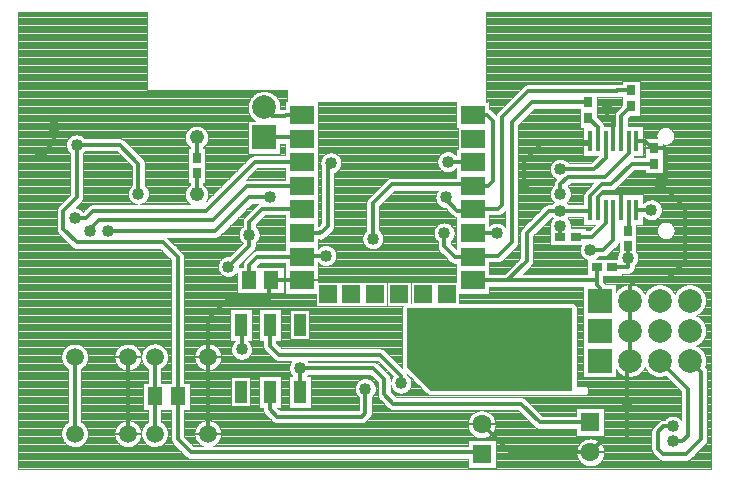
<source format=gbl>
G04 DipTrace 3.0.0.1*
G04 ProjectXNew.gbl*
%MOMM*%
G04 #@! TF.FileFunction,Copper,L2,Bot*
G04 #@! TF.Part,Single*
G04 #@! TA.AperFunction,Conductor*
%ADD14C,0.33*%
G04 #@! TA.AperFunction,CopperBalancing*
%ADD15C,0.2*%
%ADD18C,0.1*%
%ADD19R,0.9X0.7*%
%ADD20R,0.7X0.9*%
G04 #@! TA.AperFunction,ComponentPad*
%ADD21R,1.6X1.6*%
%ADD22C,1.6*%
%ADD40R,1.3X1.5*%
%ADD42R,1.1X1.95*%
%ADD49R,0.4X1.8*%
G04 #@! TA.AperFunction,ComponentPad*
%ADD50C,2.0*%
%ADD51R,2.0X2.0*%
%ADD52R,2.0X1.5*%
%ADD53R,1.5X1.5*%
G04 #@! TA.AperFunction,ComponentPad*
%ADD54C,1.5*%
%ADD60C,1.2192*%
G04 #@! TA.AperFunction,ViaPad*
%ADD61C,1.016*%
%FSLAX35Y35*%
G04*
G71*
G90*
G75*
G01*
G04 Bottom*
%LPD*%
X0Y523930D2*
D14*
X246590D1*
X254027Y531367D1*
X-740980Y-66360D2*
X-447400D1*
X-285780Y95260D1*
Y333410D1*
X-95260Y523930D1*
X0D1*
X-3572250Y666820D2*
Y920847D1*
X-3731017Y1079613D1*
X-4096180D1*
X793833Y920847D2*
X603313D1*
X433133Y750667D1*
X353750D1*
X254027Y650943D1*
Y531367D1*
X332437Y-238147D2*
Y-127987D1*
X308000Y-103550D1*
Y-66360D1*
Y43000D1*
X-4096180Y1079613D2*
Y635067D1*
X-4207317Y523930D1*
Y365163D1*
X-4096180Y254027D1*
X-3365853D1*
X-3238840Y127013D1*
Y-1047860D1*
Y-1413023D1*
X-3127703Y-1524160D1*
X-682697D1*
X-666820Y-1540037D1*
X-447400Y-66360D2*
X308000D1*
X-2445527Y-63507D2*
X-2193833D1*
X-2190980Y-66360D1*
X793833Y1050847D2*
X774970D1*
X714470Y1111347D1*
X644027D1*
X-3662057Y-1365393D2*
Y-715393D1*
X-2445527Y-63507D2*
X-2462667Y-80647D1*
Y-221000D1*
X-2814667D1*
X-2984813Y-391147D1*
Y-714450D1*
Y-1364450D1*
X-666820Y-1286037D2*
X-428723Y-1524133D1*
X254027D1*
X341493Y-1436667D1*
X522333D1*
X567000Y-1392000D1*
Y-1104667D1*
X563000D1*
Y-746203D1*
X587437D1*
X562000Y-1104667D2*
X563000D1*
X319027Y531367D2*
X321000Y533340D1*
Y638333D1*
X360667Y678000D1*
X514027D1*
X774667D1*
X893333Y796667D1*
Y1045667D1*
X888153Y1050847D1*
X793833D1*
X514027Y531367D2*
Y678000D1*
X254027Y1111367D2*
X230993Y1088333D1*
X-162667D1*
X-309000Y942000D1*
Y737000D1*
X841667Y759333D2*
X1052333Y548667D1*
Y545000D1*
X1055000Y542333D1*
Y91667D1*
X906333Y-57000D1*
X646000D1*
X587437Y-115563D1*
Y-238150D1*
X-4400000Y994667D2*
X-4289000Y1105667D1*
Y1234667D1*
X587437Y-746203D2*
Y-492177D1*
Y-238150D1*
X793833Y1050847D2*
D3*
X449027Y1111367D2*
X449333Y1111673D1*
Y1277000D1*
X395667Y1330667D1*
Y1383333D1*
X-740980Y333640D2*
X-540037D1*
X-539807Y333410D1*
X449027Y531367D2*
Y274383D1*
X365163Y190520D1*
X254027D1*
X237667Y1439333D2*
X-243593D1*
X-412793Y1270133D1*
Y254027D1*
X-523930Y142890D1*
X-731730D1*
X-740980Y133640D1*
X-984353Y333410D2*
Y222273D1*
X-889093Y127013D1*
X-747607D1*
X-740980Y133640D1*
X-4112057Y460423D2*
X-4016797D1*
X-3953290Y523930D1*
X-3000690D1*
X-2587897Y936723D1*
X-2194063D1*
X-2190980Y933640D1*
X-3985043Y349287D2*
Y365163D1*
X-3905660Y444547D1*
X-2937183D1*
X-2651403Y730327D1*
X-2194293D1*
X-2190980Y733640D1*
X-740980Y533640D2*
X-734813Y539807D1*
X-523930D1*
X-492177Y571560D1*
Y1317763D1*
X-269903Y1540037D1*
X476300D1*
X477597Y1541333D1*
X597000D1*
X-3826277Y349287D2*
X-2921307D1*
X-2635527Y635067D1*
X-2460883D1*
X-968477D2*
Y619190D1*
X-873217Y523930D1*
X-750690D1*
X-740980Y533640D1*
X952600Y-1428900D2*
X1031983D1*
X1079613Y-1381270D1*
Y-984403D1*
X841437Y-746227D1*
X-4112057Y-715393D2*
Y-1365393D1*
X-2635527Y317533D2*
Y428670D1*
X-2524390Y539807D1*
X-2197147D1*
X-2190980Y533640D1*
X-2810000Y50000D2*
X-2635527Y224473D1*
Y317533D1*
X438000Y43000D2*
X574547D1*
Y126000D1*
Y219287D1*
X571560Y222273D1*
X571000Y126000D2*
X574547D1*
X-1984583Y142890D2*
X-2181730D1*
X-2190980Y133640D1*
X-2565393D1*
X-2635527Y63507D1*
Y-63507D1*
X952600Y-1301887D2*
X873217D1*
X825587Y-1349517D1*
Y-1492407D1*
X873217Y-1540037D1*
X1063737D1*
X1190750Y-1413023D1*
Y-841540D1*
X1095437Y-746227D1*
X-1942000Y928000D2*
X-1970000Y900000D1*
Y392000D1*
X-2022000Y340000D1*
X-2031000D1*
X-2037360Y333640D1*
X-2190980D1*
X-952600Y936723D2*
X-744063D1*
X-740980Y933640D1*
X-1651173Y-984353D2*
Y-1190750D1*
X-1682927Y-1222503D1*
X-2397377D1*
X-2460883Y-1158997D1*
Y-1013573D1*
X-2456857Y-1009547D1*
X-2206857Y-809710D2*
Y-1009547D1*
X254027Y-1270133D2*
X-174643D1*
X-333410Y-1111367D1*
X-1413023D1*
X-1492407Y-1031983D1*
Y-904970D1*
X-1587667Y-809710D1*
X-2206857D1*
X-2699033Y-650943D2*
Y-452370D1*
X-2706857Y-444547D1*
X-3080073Y841463D2*
Y660520D1*
Y971463D2*
Y1143120D1*
X319027Y1111367D2*
Y1227973D1*
X237667Y1309333D1*
X514027Y1111367D2*
Y1328360D1*
X597000Y1411333D1*
X579027Y531367D2*
Y356753D1*
X574547Y352273D1*
X571560D1*
X384027Y531367D2*
Y415780D1*
X269903Y301657D1*
X130000D1*
X644027Y531367D2*
X771000Y529333D1*
X579027Y1111367D2*
Y1007697D1*
X381040Y809710D1*
X63507D1*
X0Y746203D1*
Y666820D1*
X384027Y1111367D2*
Y971463D1*
X285780Y873217D1*
X0D1*
Y396917D2*
Y301657D1*
X-740980Y733640D2*
X-615877D1*
X-571560Y777957D1*
Y1286010D1*
X-619190Y1333640D1*
X-740980D1*
X-3434813Y-1364450D2*
Y-1053833D1*
X-3428840Y-1047860D1*
X-3434813Y-714450D2*
Y-1041887D1*
X-3428840Y-1047860D1*
X-1587667Y285780D2*
Y587437D1*
X-1428900Y746203D1*
X-753543D1*
X-740980Y733640D1*
X-2190980Y1133640D2*
X-2200490Y1143150D1*
X-2509513D1*
X-2508513Y1397147D2*
X-2438367Y1327000D1*
X-2328000D1*
X-2321360Y1333640D1*
X-2190980D1*
X-1349517Y-936723D2*
Y-873217D1*
X-1524160Y-698573D1*
X-2381500D1*
X-2460883Y-619190D1*
Y-448573D1*
X-2456857Y-444547D1*
D61*
X0Y873217D3*
Y666820D3*
Y523930D3*
Y396917D3*
X771000Y529333D3*
X-2699033Y-650943D3*
X-2206857Y-809710D3*
X-1651173Y-984353D3*
X-1349517Y-936723D3*
X-3572250Y666820D3*
X-539807Y333410D3*
X254027Y190520D3*
X-984353Y333410D3*
X-4096180Y1079613D3*
X-952600Y936723D3*
X952600Y-1301887D3*
Y-1428900D3*
X571000Y126000D3*
X-1984583Y142890D3*
X-3826277Y349287D3*
X-2460883Y635067D3*
X-968477D3*
X-4112057Y460423D3*
X-3985043Y349287D3*
X-2635527Y317533D3*
X-1587667Y285780D3*
X-2810000Y50000D3*
X-1942000Y928000D3*
X562000Y-1104667D3*
X-309000Y737000D3*
X841667Y759333D3*
X-4400000Y994667D3*
X-4289000Y1234667D3*
X395667Y1383333D3*
X-4590990Y2196333D2*
D18*
X-3498400D1*
X-629603D2*
X1276990D1*
X-4590990Y2186667D2*
X-3498400D1*
X-629603D2*
X1276990D1*
X-4590990Y2177000D2*
X-3498400D1*
X-629603D2*
X1276990D1*
X-4590990Y2167333D2*
X-3498400D1*
X-629603D2*
X1276990D1*
X-4590990Y2157667D2*
X-3498400D1*
X-629603D2*
X1276990D1*
X-4590990Y2148000D2*
X-3498400D1*
X-629603D2*
X1276990D1*
X-4590990Y2138333D2*
X-3498400D1*
X-629603D2*
X1276990D1*
X-4590990Y2128667D2*
X-3498400D1*
X-629603D2*
X1276990D1*
X-4590990Y2119000D2*
X-3498400D1*
X-629603D2*
X1276990D1*
X-4590990Y2109333D2*
X-3498400D1*
X-629603D2*
X1276990D1*
X-4590990Y2099667D2*
X-3498400D1*
X-629603D2*
X1276990D1*
X-4590990Y2090000D2*
X-3498400D1*
X-629603D2*
X1276990D1*
X-4590990Y2080333D2*
X-3498400D1*
X-629603D2*
X1276990D1*
X-4590990Y2070667D2*
X-3498400D1*
X-629603D2*
X1276990D1*
X-4590990Y2061000D2*
X-3498400D1*
X-629603D2*
X1276990D1*
X-4590990Y2051333D2*
X-3498400D1*
X-629603D2*
X1276990D1*
X-4590990Y2041667D2*
X-3498400D1*
X-629603D2*
X1276990D1*
X-4590990Y2032000D2*
X-3498400D1*
X-629603D2*
X1276990D1*
X-4590990Y2022333D2*
X-3498400D1*
X-629603D2*
X1276990D1*
X-4590990Y2012667D2*
X-3498400D1*
X-629603D2*
X1276990D1*
X-4590990Y2003000D2*
X-3498400D1*
X-629603D2*
X1276990D1*
X-4590990Y1993333D2*
X-3498400D1*
X-629603D2*
X1276990D1*
X-4590990Y1983667D2*
X-3498400D1*
X-629603D2*
X1276990D1*
X-4590990Y1974000D2*
X-3498400D1*
X-629603D2*
X1276990D1*
X-4590990Y1964333D2*
X-3498400D1*
X-629603D2*
X1276990D1*
X-4590990Y1954667D2*
X-3498400D1*
X-629603D2*
X1276990D1*
X-4590990Y1945000D2*
X-3498400D1*
X-629603D2*
X1276990D1*
X-4590990Y1935333D2*
X-3498400D1*
X-629603D2*
X1276990D1*
X-4590990Y1925667D2*
X-3498400D1*
X-629603D2*
X1276990D1*
X-4590990Y1916000D2*
X-3498400D1*
X-629603D2*
X1276990D1*
X-4590990Y1906333D2*
X-3498400D1*
X-629603D2*
X1276990D1*
X-4590990Y1896667D2*
X-3498400D1*
X-629603D2*
X1276990D1*
X-4590990Y1887000D2*
X-3498400D1*
X-629603D2*
X1276990D1*
X-4590990Y1877333D2*
X-3498400D1*
X-629603D2*
X1276990D1*
X-4590990Y1867667D2*
X-3498400D1*
X-629603D2*
X1276990D1*
X-4590990Y1858000D2*
X-3498400D1*
X-629603D2*
X1276990D1*
X-4590990Y1848333D2*
X-3498400D1*
X-629603D2*
X1276990D1*
X-4590990Y1838667D2*
X-3498400D1*
X-629603D2*
X1276990D1*
X-4590990Y1829000D2*
X-3498400D1*
X-629603D2*
X1276990D1*
X-4590990Y1819333D2*
X-3498400D1*
X-629603D2*
X1276990D1*
X-4590990Y1809667D2*
X-3498400D1*
X-629603D2*
X1276990D1*
X-4590990Y1800000D2*
X-3498400D1*
X-629603D2*
X1276990D1*
X-4590990Y1790333D2*
X-3498400D1*
X-629603D2*
X1276990D1*
X-4590990Y1780667D2*
X-3498400D1*
X-629603D2*
X1276990D1*
X-4590990Y1771000D2*
X-3498400D1*
X-629603D2*
X1276990D1*
X-4590990Y1761333D2*
X-3498400D1*
X-629603D2*
X1276990D1*
X-4590990Y1751667D2*
X-3498400D1*
X-629603D2*
X1276990D1*
X-4590990Y1742000D2*
X-3498400D1*
X-629603D2*
X1276990D1*
X-4590990Y1732333D2*
X-3498400D1*
X-629603D2*
X1276990D1*
X-4590990Y1722667D2*
X-3498400D1*
X-629603D2*
X1276990D1*
X-4590990Y1713000D2*
X-3498400D1*
X-629603D2*
X1276990D1*
X-4590990Y1703333D2*
X-3498400D1*
X-629603D2*
X1276990D1*
X-4590990Y1693667D2*
X-3498400D1*
X-629603D2*
X1276990D1*
X-4590990Y1684000D2*
X-3498400D1*
X-629603D2*
X1276990D1*
X-4590990Y1674333D2*
X-3498400D1*
X-629603D2*
X1276990D1*
X-4590990Y1664667D2*
X-3498400D1*
X-629603D2*
X1276990D1*
X-4590990Y1655000D2*
X-3498400D1*
X-629603D2*
X1276990D1*
X-4590990Y1645333D2*
X-3498400D1*
X-629603D2*
X1276990D1*
X-4590990Y1635667D2*
X-3498400D1*
X-629603D2*
X1276990D1*
X-4590990Y1626000D2*
X-3498400D1*
X-629603D2*
X1276990D1*
X-4590990Y1616333D2*
X-3498400D1*
X-629603D2*
X522597D1*
X671393D2*
X1276990D1*
X-4590990Y1606667D2*
X-3498400D1*
X-629603D2*
X522597D1*
X671393D2*
X1276990D1*
X-4590990Y1597000D2*
X-3498400D1*
X-629603D2*
X522597D1*
X671393D2*
X1276990D1*
X-4590990Y1587333D2*
X-3498400D1*
X-629603D2*
X-298770D1*
X671393D2*
X1276990D1*
X-4590990Y1577667D2*
X-3498400D1*
X-629603D2*
X-310920D1*
X671393D2*
X1276990D1*
X-4590990Y1568000D2*
X-3498400D1*
X-629603D2*
X-320587D1*
X671393D2*
X1276990D1*
X-4590990Y1558333D2*
X-3498400D1*
X-629603D2*
X-330257D1*
X671393D2*
X1276990D1*
X-4590990Y1548667D2*
X-3498400D1*
X-629603D2*
X-339903D1*
X671393D2*
X1276990D1*
X-4590990Y1539000D2*
X-2314397D1*
X-629603D2*
X-349573D1*
X671393D2*
X1276990D1*
X-4590990Y1529333D2*
X-2550510D1*
X-2466517D2*
X-2314397D1*
X-629603D2*
X-359240D1*
X671393D2*
X1276990D1*
X-4590990Y1519667D2*
X-2573890D1*
X-2443140D2*
X-2314397D1*
X-629603D2*
X-368907D1*
X671393D2*
X1276990D1*
X-4590990Y1510000D2*
X-2589630D1*
X-2427397D2*
X-2314397D1*
X-629603D2*
X-378577D1*
X671393D2*
X1276990D1*
X-4590990Y1500333D2*
X-2601740D1*
X-2415287D2*
X-2314397D1*
X-629603D2*
X-388243D1*
X671393D2*
X1276990D1*
X-4590990Y1490667D2*
X-2611543D1*
X-2405483D2*
X-2314397D1*
X-629603D2*
X-397913D1*
X671393D2*
X1276990D1*
X-4590990Y1481000D2*
X-2619610D1*
X-2397417D2*
X-2314397D1*
X-629603D2*
X-407580D1*
X312077D2*
X522597D1*
X671393D2*
X1276990D1*
X-4590990Y1471333D2*
X-2626350D1*
X-2390677D2*
X-2314397D1*
X-629603D2*
X-417247D1*
X312077D2*
X522597D1*
X671393D2*
X1276990D1*
X-4590990Y1461667D2*
X-2631957D1*
X-2385073D2*
X-2314397D1*
X-629603D2*
X-426917D1*
X312077D2*
X522597D1*
X671393D2*
X1276990D1*
X-4590990Y1452000D2*
X-2636583D1*
X-2380443D2*
X-2314397D1*
X-629603D2*
X-436583D1*
X312077D2*
X522597D1*
X671393D2*
X1276990D1*
X-4590990Y1442333D2*
X-2640333D1*
X-2376693D2*
X-2330373D1*
X-601577D2*
X-446253D1*
X312077D2*
X522597D1*
X671393D2*
X1276990D1*
X-4590990Y1432667D2*
X-2643283D1*
X-2373743D2*
X-2330373D1*
X-2051577D2*
X-880373D1*
X-601577D2*
X-455920D1*
X312077D2*
X522597D1*
X671393D2*
X1276990D1*
X-4590990Y1423000D2*
X-2645470D1*
X-2371557D2*
X-2330373D1*
X-2051577D2*
X-880373D1*
X-601577D2*
X-465587D1*
X312077D2*
X522597D1*
X671393D2*
X1276990D1*
X-4590990Y1413333D2*
X-2646957D1*
X-2370073D2*
X-2330373D1*
X-2051577D2*
X-880373D1*
X-601577D2*
X-475257D1*
X312077D2*
X520370D1*
X671393D2*
X1276990D1*
X-4590990Y1403667D2*
X-2647757D1*
X-2369270D2*
X-2330373D1*
X-2051577D2*
X-880373D1*
X-601577D2*
X-484903D1*
X312077D2*
X510700D1*
X671393D2*
X1276990D1*
X-4590990Y1394000D2*
X-2647873D1*
X-2369153D2*
X-2330373D1*
X-2051577D2*
X-880373D1*
X-601577D2*
X-494573D1*
X312077D2*
X501033D1*
X671393D2*
X1276990D1*
X-4590990Y1384333D2*
X-2647327D1*
X-2369700D2*
X-2343440D1*
X-2051577D2*
X-880373D1*
X-597123D2*
X-504240D1*
X-219957D2*
X163260D1*
X312077D2*
X491367D1*
X671393D2*
X1276990D1*
X-4590990Y1374667D2*
X-2646077D1*
X-2051577D2*
X-880373D1*
X-581713D2*
X-513907D1*
X-229623D2*
X163260D1*
X312077D2*
X481697D1*
X671393D2*
X1276990D1*
X-4590990Y1365000D2*
X-2644123D1*
X-2051577D2*
X-880373D1*
X-571907D2*
X-523577D1*
X-239290D2*
X163260D1*
X312077D2*
X472147D1*
X671393D2*
X1276990D1*
X-4590990Y1355333D2*
X-2641447D1*
X-2051577D2*
X-880373D1*
X-562240D2*
X-533207D1*
X-248960D2*
X163260D1*
X312077D2*
X465213D1*
X671393D2*
X1276990D1*
X-4590990Y1345667D2*
X-2637990D1*
X-2051577D2*
X-880373D1*
X-552573D2*
X-540450D1*
X-258627D2*
X163260D1*
X312077D2*
X460917D1*
X671393D2*
X1276990D1*
X-4590990Y1336000D2*
X-2633673D1*
X-2051577D2*
X-880373D1*
X-268293D2*
X163260D1*
X312077D2*
X458670D1*
X671393D2*
X1276990D1*
X-4590990Y1326333D2*
X-2628420D1*
X-2051577D2*
X-880373D1*
X-277943D2*
X163260D1*
X312077D2*
X458123D1*
X590630D2*
X1276990D1*
X-4590990Y1316667D2*
X-2622110D1*
X-2051577D2*
X-880373D1*
X-287610D2*
X163260D1*
X312077D2*
X458123D1*
X580983D2*
X1276990D1*
X-4590990Y1307000D2*
X-2614533D1*
X-2051577D2*
X-880373D1*
X-297280D2*
X163260D1*
X318640D2*
X458123D1*
X571313D2*
X1276990D1*
X-4590990Y1297333D2*
X-2605393D1*
X-2051577D2*
X-880373D1*
X-306947D2*
X163260D1*
X328307D2*
X458123D1*
X569927D2*
X1276990D1*
X-4590990Y1287667D2*
X-2594180D1*
X-2051577D2*
X-880373D1*
X-316617D2*
X163260D1*
X337973D2*
X458123D1*
X569927D2*
X1276990D1*
X-4590990Y1278000D2*
X-2648907D1*
X-2051577D2*
X-880373D1*
X-326283D2*
X163260D1*
X347643D2*
X458123D1*
X569927D2*
X1276990D1*
X-4590990Y1268333D2*
X-2648907D1*
X-2051577D2*
X-880373D1*
X-335950D2*
X163260D1*
X357310D2*
X458123D1*
X569927D2*
X1276990D1*
X-4590990Y1258667D2*
X-2648907D1*
X-2051577D2*
X-880373D1*
X-345620D2*
X163260D1*
X365553D2*
X458123D1*
X569927D2*
X1276990D1*
X-4590990Y1249000D2*
X-2648907D1*
X-2051577D2*
X-880373D1*
X-355287D2*
X163260D1*
X370747D2*
X458123D1*
X569927D2*
X1276990D1*
X-4590990Y1239333D2*
X-3105880D1*
X-3054270D2*
X-2648907D1*
X-2051577D2*
X-880373D1*
X-356890D2*
X163260D1*
X703423D2*
X1276990D1*
X-4590990Y1229667D2*
X-3129883D1*
X-3030267D2*
X-2648907D1*
X-2051577D2*
X-880373D1*
X-356890D2*
X163260D1*
X703423D2*
X874550D1*
X903930D2*
X1276990D1*
X-4590990Y1220000D2*
X-3144027D1*
X-3016127D2*
X-2648907D1*
X-2051577D2*
X-867383D1*
X-356890D2*
X194627D1*
X703423D2*
X849157D1*
X929323D2*
X1276990D1*
X-4590990Y1210333D2*
X-3154240D1*
X-3005893D2*
X-2648907D1*
X-2051577D2*
X-867383D1*
X-356890D2*
X194627D1*
X703423D2*
X836463D1*
X942017D2*
X1276990D1*
X-4590990Y1200667D2*
X-3162073D1*
X-2998080D2*
X-2648907D1*
X-2051577D2*
X-867383D1*
X-356890D2*
X194627D1*
X703423D2*
X827850D1*
X950630D2*
X1276990D1*
X-4590990Y1191000D2*
X-3168127D1*
X-2992007D2*
X-2648907D1*
X-2051577D2*
X-867383D1*
X-356890D2*
X194627D1*
X703423D2*
X821697D1*
X956763D2*
X1276990D1*
X-4590990Y1181333D2*
X-3172793D1*
X-2987357D2*
X-2648907D1*
X-2051577D2*
X-867383D1*
X-356890D2*
X194627D1*
X703423D2*
X817380D1*
X961080D2*
X1276990D1*
X-4590990Y1171667D2*
X-3176253D1*
X-2983900D2*
X-2648907D1*
X-2051577D2*
X-867383D1*
X-356890D2*
X194627D1*
X703423D2*
X814587D1*
X963893D2*
X1276990D1*
X-4590990Y1162000D2*
X-4131370D1*
X-4060990D2*
X-3178617D1*
X-2981517D2*
X-2648907D1*
X-2051577D2*
X-867383D1*
X-356890D2*
X194627D1*
X703423D2*
X813103D1*
X965357D2*
X1276990D1*
X-4590990Y1152333D2*
X-4148830D1*
X-4043530D2*
X-3180003D1*
X-2980150D2*
X-2648907D1*
X-2051577D2*
X-867383D1*
X-356890D2*
X194627D1*
X703423D2*
X812907D1*
X965573D2*
X1276990D1*
X-4590990Y1142667D2*
X-4160277D1*
X-4032083D2*
X-3180430D1*
X-2979720D2*
X-2648907D1*
X-2051577D2*
X-867383D1*
X-356890D2*
X194627D1*
X703423D2*
X813943D1*
X964537D2*
X1276990D1*
X-4590990Y1133000D2*
X-4168633D1*
X-3717220D2*
X-3179923D1*
X-2980230D2*
X-2648907D1*
X-2051577D2*
X-867383D1*
X-356890D2*
X194627D1*
X703423D2*
X719430D1*
X962193D2*
X1276990D1*
X-4590990Y1123333D2*
X-4174923D1*
X-3696810D2*
X-3178440D1*
X-2981713D2*
X-2648907D1*
X-2051577D2*
X-867383D1*
X-356890D2*
X194627D1*
X703423D2*
X719430D1*
X958423D2*
X1276990D1*
X-4590990Y1113667D2*
X-4179630D1*
X-3686420D2*
X-3175960D1*
X-2984173D2*
X-2648907D1*
X-2051577D2*
X-867383D1*
X-356890D2*
X194627D1*
X703423D2*
X719430D1*
X952957D2*
X1276990D1*
X-4590990Y1104000D2*
X-4182990D1*
X-3676770D2*
X-3172403D1*
X-2987747D2*
X-2648907D1*
X-2051577D2*
X-867383D1*
X-356890D2*
X194627D1*
X703423D2*
X719430D1*
X945280D2*
X1276990D1*
X-4590990Y1094333D2*
X-4185157D1*
X-3667103D2*
X-3167640D1*
X-2992513D2*
X-2648907D1*
X-2051577D2*
X-867383D1*
X-356890D2*
X194627D1*
X703423D2*
X719430D1*
X934303D2*
X1276990D1*
X-4590990Y1084667D2*
X-4186233D1*
X-3657437D2*
X-3161427D1*
X-2998723D2*
X-2648907D1*
X-2370110D2*
X-2330373D1*
X-2051577D2*
X-867383D1*
X-356890D2*
X194627D1*
X703423D2*
X719430D1*
X916020D2*
X1276990D1*
X-4590990Y1075000D2*
X-4186253D1*
X-3647767D2*
X-3153400D1*
X-3006733D2*
X-2648907D1*
X-2370110D2*
X-2330373D1*
X-2051577D2*
X-867383D1*
X-356890D2*
X194627D1*
X703423D2*
X719430D1*
X868230D2*
X1276990D1*
X-4590990Y1065333D2*
X-4185237D1*
X-3638100D2*
X-3142893D1*
X-3017260D2*
X-2648907D1*
X-2370110D2*
X-2330373D1*
X-2051577D2*
X-867383D1*
X-356890D2*
X194627D1*
X703423D2*
X719430D1*
X868230D2*
X1276990D1*
X-4590990Y1055667D2*
X-4183107D1*
X-3628430D2*
X-3135980D1*
X-3024173D2*
X-2648907D1*
X-2370110D2*
X-2330373D1*
X-2051577D2*
X-867383D1*
X-356890D2*
X194627D1*
X703423D2*
X719430D1*
X868230D2*
X1276990D1*
X-4590990Y1046000D2*
X-4179807D1*
X-3618763D2*
X-3154473D1*
X-3005677D2*
X-2648907D1*
X-2370110D2*
X-2330373D1*
X-2051577D2*
X-880373D1*
X-356890D2*
X194627D1*
X703423D2*
X719430D1*
X868230D2*
X1276990D1*
X-4590990Y1036333D2*
X-4175177D1*
X-3609097D2*
X-3154473D1*
X-3005677D2*
X-2648907D1*
X-2370110D2*
X-2330373D1*
X-2051577D2*
X-880373D1*
X-356890D2*
X194627D1*
X703423D2*
X719430D1*
X868230D2*
X1276990D1*
X-4590990Y1026667D2*
X-4168967D1*
X-3599427D2*
X-3154473D1*
X-3005677D2*
X-2648907D1*
X-2370110D2*
X-2330373D1*
X-2051577D2*
X-880373D1*
X-356890D2*
X194627D1*
X703423D2*
X719430D1*
X868230D2*
X1276990D1*
X-4590990Y1017000D2*
X-4160707D1*
X-4031653D2*
X-3747053D1*
X-3589760D2*
X-3154473D1*
X-3005677D2*
X-2648907D1*
X-2370110D2*
X-2330373D1*
X-2051577D2*
X-1948967D1*
X-1935033D2*
X-992483D1*
X-912710D2*
X-880373D1*
X-356890D2*
X194627D1*
X703423D2*
X719430D1*
X868230D2*
X1276990D1*
X-4590990Y1007333D2*
X-4152073D1*
X-4040287D2*
X-3737383D1*
X-3580093D2*
X-3154473D1*
X-3005677D2*
X-2648907D1*
X-2370110D2*
X-2330373D1*
X-2051577D2*
X-1983770D1*
X-1900230D2*
X-1008107D1*
X-897103D2*
X-880373D1*
X-356890D2*
X194627D1*
X703423D2*
X719430D1*
X868230D2*
X1276990D1*
X-4590990Y997667D2*
X-4152073D1*
X-4040287D2*
X-3727717D1*
X-3570423D2*
X-3154473D1*
X-3005677D2*
X-2330373D1*
X-2051577D2*
X-1998713D1*
X-1885287D2*
X-1018733D1*
X-886460D2*
X-880373D1*
X-356890D2*
X194627D1*
X703423D2*
X719430D1*
X868230D2*
X1276990D1*
X-4590990Y988000D2*
X-4152073D1*
X-4040287D2*
X-3718050D1*
X-3560757D2*
X-3154473D1*
X-3005677D2*
X-2608517D1*
X-2051577D2*
X-2009007D1*
X-1874993D2*
X-1026583D1*
X-356890D2*
X194627D1*
X703423D2*
X719430D1*
X868230D2*
X1276990D1*
X-4590990Y978333D2*
X-4152073D1*
X-4040287D2*
X-3708380D1*
X-3551087D2*
X-3154473D1*
X-3005677D2*
X-2624710D1*
X-2051577D2*
X-2016643D1*
X-1867357D2*
X-1032503D1*
X-356890D2*
X312263D1*
X626413D2*
X719430D1*
X868230D2*
X1276990D1*
X-4590990Y968667D2*
X-4152073D1*
X-4040287D2*
X-3698713D1*
X-3541420D2*
X-3154473D1*
X-3005677D2*
X-2634593D1*
X-2051577D2*
X-2022383D1*
X-1861617D2*
X-1036877D1*
X-356890D2*
X302597D1*
X868230D2*
X1276990D1*
X-4590990Y959000D2*
X-4152073D1*
X-4040287D2*
X-3689043D1*
X-3531770D2*
X-3154473D1*
X-3005677D2*
X-2644260D1*
X-2051577D2*
X-2026643D1*
X-1857357D2*
X-1039983D1*
X-356890D2*
X-25450D1*
X25457D2*
X292927D1*
X868230D2*
X1276990D1*
X-4590990Y949333D2*
X-4152073D1*
X-4040287D2*
X-3679377D1*
X-3524310D2*
X-3154473D1*
X-3005677D2*
X-2653927D1*
X-2051577D2*
X-2029610D1*
X-1854390D2*
X-1041897D1*
X-356890D2*
X-47503D1*
X47507D2*
X283260D1*
X868230D2*
X1276990D1*
X-4590990Y939667D2*
X-4152073D1*
X-4040287D2*
X-3669710D1*
X-3519680D2*
X-3154473D1*
X-3005677D2*
X-2663597D1*
X-2051577D2*
X-2031427D1*
X-1852573D2*
X-1042757D1*
X-356890D2*
X-60510D1*
X60513D2*
X273593D1*
X868230D2*
X1276990D1*
X-4590990Y930000D2*
X-4152073D1*
X-4040287D2*
X-3660040D1*
X-3517123D2*
X-3154473D1*
X-3005677D2*
X-2673263D1*
X-2051577D2*
X-2032170D1*
X-1851830D2*
X-1042540D1*
X-356890D2*
X-69787D1*
X69790D2*
X263923D1*
X868230D2*
X1276990D1*
X-4590990Y920333D2*
X-4152073D1*
X-4040287D2*
X-3650373D1*
X-3516343D2*
X-3154473D1*
X-3005677D2*
X-2682930D1*
X-2051577D2*
X-2031877D1*
X-1852123D2*
X-1041290D1*
X-356890D2*
X-76740D1*
X868230D2*
X1276990D1*
X-4590990Y910667D2*
X-4152073D1*
X-4040287D2*
X-3640707D1*
X-3516343D2*
X-3154473D1*
X-3005677D2*
X-2692600D1*
X-2051577D2*
X-2030490D1*
X-1853510D2*
X-1038907D1*
X-356890D2*
X-81957D1*
X868230D2*
X1276990D1*
X-4590990Y901000D2*
X-4152073D1*
X-4040287D2*
X-3631037D1*
X-3516343D2*
X-3154473D1*
X-3005677D2*
X-2702267D1*
X-2051577D2*
X-2028010D1*
X-1855990D2*
X-1035333D1*
X-356890D2*
X-85763D1*
X868230D2*
X1276990D1*
X-4590990Y891333D2*
X-4152073D1*
X-4040287D2*
X-3628147D1*
X-3516343D2*
X-3154473D1*
X-3005677D2*
X-2711937D1*
X-2051577D2*
X-2025900D1*
X-1859680D2*
X-1030393D1*
X-356890D2*
X-88343D1*
X868230D2*
X1276990D1*
X-4590990Y881667D2*
X-4152073D1*
X-4040287D2*
X-3628147D1*
X-3516343D2*
X-3154473D1*
X-3005677D2*
X-2721603D1*
X-2564310D2*
X-2330373D1*
X-2051577D2*
X-2025900D1*
X-1864780D2*
X-1023770D1*
X-356890D2*
X-89807D1*
X868230D2*
X1276990D1*
X-4590990Y872000D2*
X-4152073D1*
X-4040287D2*
X-3628147D1*
X-3516343D2*
X-3154473D1*
X-3005677D2*
X-2731253D1*
X-2573980D2*
X-2330373D1*
X-2051577D2*
X-2025900D1*
X-1871577D2*
X-1014983D1*
X-890230D2*
X-880373D1*
X-356890D2*
X-90197D1*
X868230D2*
X1276990D1*
X-4590990Y862333D2*
X-4152073D1*
X-4040287D2*
X-3628147D1*
X-3516343D2*
X-3154473D1*
X-3005677D2*
X-2740920D1*
X-2583647D2*
X-2330373D1*
X-2051577D2*
X-2025900D1*
X-1880640D2*
X-1002813D1*
X-902377D2*
X-880373D1*
X-356890D2*
X-89533D1*
X623443D2*
X719430D1*
X868230D2*
X1276990D1*
X-4590990Y852667D2*
X-4152073D1*
X-4040287D2*
X-3628147D1*
X-3516343D2*
X-3154473D1*
X-3005677D2*
X-2750587D1*
X-2593313D2*
X-2330373D1*
X-2051577D2*
X-2025900D1*
X-1893237D2*
X-983460D1*
X-921753D2*
X-880373D1*
X-356890D2*
X-87793D1*
X613777D2*
X719430D1*
X868230D2*
X1276990D1*
X-4590990Y843000D2*
X-4152073D1*
X-4040287D2*
X-3628147D1*
X-3516343D2*
X-3154473D1*
X-3005677D2*
X-2760257D1*
X-2602983D2*
X-2330373D1*
X-2051577D2*
X-2025900D1*
X-1913960D2*
X-880373D1*
X-356890D2*
X-84923D1*
X604107D2*
X719430D1*
X868230D2*
X1276990D1*
X-4590990Y833333D2*
X-4152073D1*
X-4040287D2*
X-3628147D1*
X-3516343D2*
X-3154473D1*
X-3005677D2*
X-2769923D1*
X-2612650D2*
X-2330373D1*
X-2051577D2*
X-2025900D1*
X-1914097D2*
X-880373D1*
X-356890D2*
X-80783D1*
X594440D2*
X1276990D1*
X-4590990Y823667D2*
X-4152073D1*
X-4040287D2*
X-3628147D1*
X-3516343D2*
X-3154473D1*
X-3005677D2*
X-2779593D1*
X-2622320D2*
X-2330373D1*
X-2051577D2*
X-2025900D1*
X-1914097D2*
X-880373D1*
X-356890D2*
X-75177D1*
X584770D2*
X1276990D1*
X-4590990Y814000D2*
X-4152073D1*
X-4040287D2*
X-3628147D1*
X-3516343D2*
X-3154473D1*
X-3005677D2*
X-2789260D1*
X-2631987D2*
X-2330373D1*
X-2051577D2*
X-2025900D1*
X-1914097D2*
X-880373D1*
X-356890D2*
X-67717D1*
X575103D2*
X1276990D1*
X-4590990Y804333D2*
X-4152073D1*
X-4040287D2*
X-3628147D1*
X-3516343D2*
X-3154473D1*
X-3005677D2*
X-2798927D1*
X-2641653D2*
X-2330373D1*
X-2051577D2*
X-2025900D1*
X-1914097D2*
X-880373D1*
X-356890D2*
X-57677D1*
X565437D2*
X1276990D1*
X-4590990Y794667D2*
X-4152073D1*
X-4040287D2*
X-3628147D1*
X-3516343D2*
X-3154473D1*
X-3005677D2*
X-2808597D1*
X-2651323D2*
X-2330373D1*
X-2051577D2*
X-2025900D1*
X-1914097D2*
X-1455687D1*
X-356890D2*
X-43263D1*
X555767D2*
X1276990D1*
X-4590990Y785000D2*
X-4152073D1*
X-4040287D2*
X-3628147D1*
X-3516343D2*
X-3154473D1*
X-3005677D2*
X-2818263D1*
X-2660970D2*
X-2657380D1*
X-2051577D2*
X-2025900D1*
X-1914097D2*
X-1468753D1*
X-356890D2*
X-39847D1*
X546100D2*
X1276990D1*
X-4590990Y775333D2*
X-4152073D1*
X-4040287D2*
X-3628147D1*
X-3516343D2*
X-3154473D1*
X-3005677D2*
X-2827930D1*
X-2051577D2*
X-2025900D1*
X-1914097D2*
X-1478420D1*
X-356890D2*
X-47540D1*
X536430D2*
X1276990D1*
X-4590990Y765667D2*
X-4152073D1*
X-4040287D2*
X-3628147D1*
X-3516343D2*
X-3154473D1*
X-3005677D2*
X-2837600D1*
X-2051577D2*
X-2025900D1*
X-1914097D2*
X-1488070D1*
X-356890D2*
X-52327D1*
X526783D2*
X1276990D1*
X-4590990Y756000D2*
X-4152073D1*
X-4040287D2*
X-3628147D1*
X-3516343D2*
X-3135980D1*
X-3024173D2*
X-2847267D1*
X-2051577D2*
X-2025900D1*
X-1914097D2*
X-1497737D1*
X-356890D2*
X-55020D1*
X517117D2*
X1276990D1*
X-4590990Y746333D2*
X-4152073D1*
X-4040287D2*
X-3628147D1*
X-3516343D2*
X-3135980D1*
X-3024173D2*
X-2856937D1*
X-2051577D2*
X-2025900D1*
X-1914097D2*
X-1507403D1*
X-356890D2*
X-55900D1*
X78777D2*
X270780D1*
X507447D2*
X1276990D1*
X-4590990Y736667D2*
X-4152073D1*
X-4040287D2*
X-3628733D1*
X-3515777D2*
X-3144903D1*
X-3015247D2*
X-2866603D1*
X-2051577D2*
X-2025900D1*
X-1914097D2*
X-1517073D1*
X-356890D2*
X-56487D1*
X69107D2*
X261110D1*
X497780D2*
X1276990D1*
X-4590990Y727000D2*
X-4152073D1*
X-4040287D2*
X-3639083D1*
X-3505403D2*
X-3154923D1*
X-3005230D2*
X-2876253D1*
X-2051577D2*
X-2025900D1*
X-1914097D2*
X-1526740D1*
X-356890D2*
X-66837D1*
X66843D2*
X251443D1*
X488110D2*
X1276990D1*
X-4590990Y717333D2*
X-4152073D1*
X-4040287D2*
X-3646760D1*
X-3497730D2*
X-3162580D1*
X-2997553D2*
X-2885920D1*
X-2051577D2*
X-2025900D1*
X-1914097D2*
X-1536407D1*
X-356890D2*
X-74513D1*
X74517D2*
X241777D1*
X478443D2*
X1276990D1*
X-4590990Y707667D2*
X-4152073D1*
X-4040287D2*
X-3652540D1*
X-3491947D2*
X-3168537D1*
X-2991617D2*
X-2895587D1*
X-2051577D2*
X-2025900D1*
X-1914097D2*
X-1546077D1*
X-356890D2*
X-80293D1*
X80300D2*
X232107D1*
X468267D2*
X1276990D1*
X-4590990Y698000D2*
X-4152073D1*
X-4040287D2*
X-3656820D1*
X-3487670D2*
X-3173087D1*
X-2987043D2*
X-2905257D1*
X-2051577D2*
X-2025900D1*
X-1914097D2*
X-1555743D1*
X-356890D2*
X-84573D1*
X84577D2*
X222440D1*
X449633D2*
X1276990D1*
X-4590990Y688333D2*
X-4152073D1*
X-4040287D2*
X-3659827D1*
X-3484680D2*
X-3176467D1*
X-2983687D2*
X-2914923D1*
X-2051577D2*
X-2025900D1*
X-1914097D2*
X-1565413D1*
X-1408140D2*
X-1041017D1*
X-356890D2*
X-87560D1*
X87563D2*
X212830D1*
X370063D2*
X1276990D1*
X-4590990Y678667D2*
X-4152073D1*
X-4040287D2*
X-3661663D1*
X-3482847D2*
X-3178770D1*
X-2981380D2*
X-2924593D1*
X-2051577D2*
X-2025900D1*
X-1914097D2*
X-1575080D1*
X-1417787D2*
X-1047287D1*
X-356890D2*
X-89417D1*
X89400D2*
X205643D1*
X360397D2*
X1276990D1*
X-4590990Y669000D2*
X-4152073D1*
X-4040287D2*
X-3662423D1*
X-3482083D2*
X-3180080D1*
X-2980073D2*
X-2934260D1*
X-2051577D2*
X-2025900D1*
X-1914097D2*
X-1584747D1*
X-1427457D2*
X-1051973D1*
X-356890D2*
X-90177D1*
X90180D2*
X201190D1*
X350730D2*
X1276990D1*
X-4590990Y659333D2*
X-4152073D1*
X-4040287D2*
X-3662130D1*
X-3482357D2*
X-3180430D1*
X-2979720D2*
X-2943927D1*
X-2051577D2*
X-2025900D1*
X-1914097D2*
X-1594417D1*
X-1437123D2*
X-1055313D1*
X-356890D2*
X-89883D1*
X89890D2*
X194627D1*
X703423D2*
X1276990D1*
X-4590990Y649667D2*
X-4160217D1*
X-4040287D2*
X-3660783D1*
X-3483723D2*
X-3179847D1*
X-2980307D2*
X-2953597D1*
X-2051577D2*
X-2025900D1*
X-1914097D2*
X-1604083D1*
X-1446790D2*
X-1057483D1*
X-356890D2*
X-88537D1*
X88540D2*
X194627D1*
X703423D2*
X1276990D1*
X-4590990Y640000D2*
X-4169883D1*
X-4040287D2*
X-3658323D1*
X-3486187D2*
X-3178283D1*
X-2981850D2*
X-2963263D1*
X-2051577D2*
X-2025900D1*
X-1914097D2*
X-1613753D1*
X-1456460D2*
X-1058537D1*
X-356890D2*
X-86077D1*
X86080D2*
X194627D1*
X703423D2*
X1276990D1*
X-4590990Y630333D2*
X-4179553D1*
X-4040483D2*
X-3654650D1*
X-3489857D2*
X-3175743D1*
X-2984407D2*
X-2972930D1*
X-2051577D2*
X-2025900D1*
X-1914097D2*
X-1623420D1*
X-1466127D2*
X-1058557D1*
X-356890D2*
X-82403D1*
X82390D2*
X194627D1*
X703423D2*
X1276990D1*
X-4590990Y620667D2*
X-4189220D1*
X-4042200D2*
X-3649573D1*
X-3494917D2*
X-3172093D1*
X-2988060D2*
X-2982600D1*
X-2051577D2*
X-2025900D1*
X-1914097D2*
X-1632367D1*
X-1475793D2*
X-1057503D1*
X-356890D2*
X-77327D1*
X77330D2*
X194627D1*
X703423D2*
X1276990D1*
X-4590990Y611000D2*
X-4198890D1*
X-4045833D2*
X-3642833D1*
X-3501673D2*
X-3167210D1*
X-2051577D2*
X-2025900D1*
X-1914097D2*
X-1638243D1*
X-1485463D2*
X-1055373D1*
X-356890D2*
X-70570D1*
X70573D2*
X194627D1*
X703423D2*
X734120D1*
X807877D2*
X1276990D1*
X-4590990Y601333D2*
X-4208557D1*
X-4051870D2*
X-3633810D1*
X-3510677D2*
X-3160880D1*
X-2051577D2*
X-2025900D1*
X-1914097D2*
X-1641780D1*
X-1495130D2*
X-1052053D1*
X-356890D2*
X-61563D1*
X61570D2*
X194627D1*
X703423D2*
X717343D1*
X824653D2*
X1276990D1*
X-4590990Y591667D2*
X-4218223D1*
X-4060930D2*
X-3621290D1*
X-3523197D2*
X-3152717D1*
X-2051577D2*
X-2025900D1*
X-1914097D2*
X-1643400D1*
X-1504800D2*
X-1047403D1*
X-356890D2*
X-59043D1*
X59030D2*
X194627D1*
X835807D2*
X1276990D1*
X-4590990Y582000D2*
X-4227893D1*
X-4070600D2*
X-3600860D1*
X-3543647D2*
X-3141957D1*
X-2051577D2*
X-2025900D1*
X-1914097D2*
X-1643577D1*
X-1514467D2*
X-1041173D1*
X-356890D2*
X-68713D1*
X68717D2*
X194627D1*
X843990D2*
X1276990D1*
X-4590990Y572333D2*
X-4237560D1*
X-4080267D2*
X-3980197D1*
X-2619623D2*
X-2570510D1*
X-2051577D2*
X-2025900D1*
X-1914097D2*
X-1643577D1*
X-1524133D2*
X-1032893D1*
X-356890D2*
X-122170D1*
X850143D2*
X1276990D1*
X-4590990Y562667D2*
X-4247230D1*
X-4089937D2*
X-3993187D1*
X-2629290D2*
X-2580177D1*
X-2051577D2*
X-2025900D1*
X-1914097D2*
X-1643577D1*
X-1531770D2*
X-1021583D1*
X-356890D2*
X-135157D1*
X854733D2*
X1276990D1*
X-4590990Y553000D2*
X-4254883D1*
X-4099603D2*
X-4002853D1*
X-2638960D2*
X-2589847D1*
X-2051577D2*
X-2025900D1*
X-1914097D2*
X-1643577D1*
X-1531770D2*
X-1004437D1*
X-356890D2*
X-144827D1*
X857993D2*
X1276990D1*
X-4590990Y543333D2*
X-4259670D1*
X-4078157D2*
X-4012520D1*
X-2648627D2*
X-2599513D1*
X-2051577D2*
X-2025900D1*
X-1914097D2*
X-1643577D1*
X-1531770D2*
X-971253D1*
X-356890D2*
X-154493D1*
X860103D2*
X1276990D1*
X-4590990Y533667D2*
X-4262347D1*
X-4060150D2*
X-4022190D1*
X-2658293D2*
X-2609163D1*
X-2051577D2*
X-2025900D1*
X-1914097D2*
X-1643577D1*
X-1531770D2*
X-961603D1*
X-356890D2*
X-164163D1*
X861100D2*
X1276990D1*
X-4590990Y524000D2*
X-4263223D1*
X-4048490D2*
X-4031857D1*
X-2667943D2*
X-2618830D1*
X-2051577D2*
X-2025900D1*
X-1914097D2*
X-1643577D1*
X-1531770D2*
X-951937D1*
X-356890D2*
X-173830D1*
X861040D2*
X1276990D1*
X-4590990Y514333D2*
X-4263223D1*
X-2677610D2*
X-2628497D1*
X-2051577D2*
X-2025900D1*
X-1914097D2*
X-1643577D1*
X-1531770D2*
X-942267D1*
X-356890D2*
X-183497D1*
X859927D2*
X1276990D1*
X-4590990Y504667D2*
X-4263223D1*
X-2687280D2*
X-2638167D1*
X-2051577D2*
X-2025900D1*
X-1914097D2*
X-1643577D1*
X-1531770D2*
X-932600D1*
X-480423D2*
X-468693D1*
X-356890D2*
X-193167D1*
X857720D2*
X1276990D1*
X-4590990Y495000D2*
X-4263223D1*
X-2696947D2*
X-2647833D1*
X-2051577D2*
X-2025900D1*
X-1914097D2*
X-1643577D1*
X-1531770D2*
X-922930D1*
X-491207D2*
X-468693D1*
X-356890D2*
X-202833D1*
X854323D2*
X1276990D1*
X-4590990Y485333D2*
X-4263223D1*
X-2706617D2*
X-2657503D1*
X-2051577D2*
X-2025900D1*
X-1914097D2*
X-1643577D1*
X-1531770D2*
X-913263D1*
X-516087D2*
X-468693D1*
X-356890D2*
X-212503D1*
X849597D2*
X1276990D1*
X-4590990Y475667D2*
X-4263223D1*
X-2716283D2*
X-2667170D1*
X-2509897D2*
X-2330373D1*
X-2051577D2*
X-2025900D1*
X-1914097D2*
X-1643577D1*
X-1531770D2*
X-900393D1*
X-601577D2*
X-468693D1*
X-356890D2*
X-222170D1*
X843247D2*
X1276990D1*
X-4590990Y466000D2*
X-4263223D1*
X-2725950D2*
X-2676780D1*
X-2519563D2*
X-2330373D1*
X-2051577D2*
X-2025900D1*
X-1914097D2*
X-1643577D1*
X-1531770D2*
X-880373D1*
X-601577D2*
X-468693D1*
X-356890D2*
X-231837D1*
X-74543D2*
X-68817D1*
X68833D2*
X194627D1*
X703423D2*
X707187D1*
X834810D2*
X1276990D1*
X-4590990Y456333D2*
X-4263223D1*
X-2735620D2*
X-2683947D1*
X-2529213D2*
X-2330373D1*
X-2051577D2*
X-2025900D1*
X-1914097D2*
X-1643577D1*
X-1531770D2*
X-880373D1*
X-601577D2*
X-468693D1*
X-356890D2*
X-241507D1*
X-84213D2*
X-67520D1*
X67527D2*
X194627D1*
X703423D2*
X718747D1*
X823267D2*
X1276990D1*
X-4590990Y446667D2*
X-4263223D1*
X-2745287D2*
X-2688400D1*
X-2538880D2*
X-2330373D1*
X-2051577D2*
X-2025900D1*
X-1914097D2*
X-1643577D1*
X-1531770D2*
X-880373D1*
X-601577D2*
X-468693D1*
X-356890D2*
X-251153D1*
X-93880D2*
X-75040D1*
X75043D2*
X194627D1*
X703423D2*
X736483D1*
X805513D2*
X1276990D1*
X-4590990Y437000D2*
X-4263223D1*
X-2754957D2*
X-2690783D1*
X-2548550D2*
X-2330373D1*
X-2051577D2*
X-2025900D1*
X-1914097D2*
X-1643577D1*
X-1531770D2*
X-880373D1*
X-601577D2*
X-468693D1*
X-356890D2*
X-260823D1*
X-103550D2*
X-80687D1*
X80690D2*
X194627D1*
X703423D2*
X1276990D1*
X-4590990Y427333D2*
X-4263223D1*
X-2764623D2*
X-2691427D1*
X-2558217D2*
X-2330373D1*
X-2051577D2*
X-2025900D1*
X-1914097D2*
X-1643577D1*
X-1531770D2*
X-880373D1*
X-601577D2*
X-468693D1*
X-356890D2*
X-270490D1*
X-113217D2*
X-84847D1*
X84850D2*
X194627D1*
X703423D2*
X868260D1*
X916217D2*
X1276990D1*
X-4590990Y417667D2*
X-4263223D1*
X-2774290D2*
X-2691427D1*
X-2567883D2*
X-2330373D1*
X-2051577D2*
X-2025900D1*
X-1914097D2*
X-1643577D1*
X-1531770D2*
X-1014630D1*
X-954077D2*
X-880373D1*
X-601577D2*
X-570080D1*
X-509527D2*
X-468693D1*
X-356890D2*
X-280157D1*
X-122883D2*
X-87757D1*
X87760D2*
X194627D1*
X703423D2*
X848533D1*
X935923D2*
X1276990D1*
X-4590990Y408000D2*
X-4263223D1*
X-2783960D2*
X-2691427D1*
X-2577553D2*
X-2330373D1*
X-2051577D2*
X-2032640D1*
X-1914097D2*
X-1643577D1*
X-1531770D2*
X-1034280D1*
X-934427D2*
X-880373D1*
X-601577D2*
X-589730D1*
X-489897D2*
X-468693D1*
X-356890D2*
X-289827D1*
X-132553D2*
X-89513D1*
X89517D2*
X194627D1*
X703423D2*
X837087D1*
X947370D2*
X1276990D1*
X-4590990Y398333D2*
X-4263223D1*
X-2793627D2*
X-2691427D1*
X-2579623D2*
X-2330373D1*
X-2051577D2*
X-2042307D1*
X-1914097D2*
X-1643577D1*
X-1531770D2*
X-1046527D1*
X-922180D2*
X-880373D1*
X-477630D2*
X-468693D1*
X-356890D2*
X-299493D1*
X-142220D2*
X-90197D1*
X90180D2*
X287947D1*
X645963D2*
X829157D1*
X955300D2*
X1276990D1*
X-4590990Y388667D2*
X-4263223D1*
X-2803293D2*
X-2691427D1*
X-2579623D2*
X-2330373D1*
X-1914193D2*
X-1643577D1*
X-1531770D2*
X-1055373D1*
X-913333D2*
X-880373D1*
X-356890D2*
X-309163D1*
X-151890D2*
X-89827D1*
X89810D2*
X278280D1*
X645963D2*
X823513D1*
X960963D2*
X1276990D1*
X-4590990Y379000D2*
X-4263223D1*
X-2812943D2*
X-2701173D1*
X-2569877D2*
X-2330373D1*
X-1915657D2*
X-1643577D1*
X-1531770D2*
X-1062013D1*
X-906693D2*
X-880373D1*
X-356890D2*
X-318830D1*
X-161557D2*
X-88380D1*
X88383D2*
X268610D1*
X645963D2*
X819587D1*
X964890D2*
X1276990D1*
X-4590990Y369333D2*
X-4263223D1*
X-2822610D2*
X-2709143D1*
X-2561907D2*
X-2330373D1*
X-1918997D2*
X-1643577D1*
X-1531770D2*
X-1066993D1*
X-901713D2*
X-880373D1*
X-356890D2*
X-328303D1*
X-171223D2*
X-85823D1*
X214400D2*
X258943D1*
X645963D2*
X817107D1*
X967350D2*
X1276990D1*
X-4590990Y359667D2*
X-4262930D1*
X-2832280D2*
X-2715157D1*
X-2555913D2*
X-2330373D1*
X-1924623D2*
X-1643577D1*
X-1531770D2*
X-1070607D1*
X-898100D2*
X-880373D1*
X-356890D2*
X-335003D1*
X-180873D2*
X-84397D1*
X214400D2*
X249277D1*
X645963D2*
X815957D1*
X968520D2*
X1276990D1*
X-4590990Y350000D2*
X-4261077D1*
X-2841947D2*
X-2719610D1*
X-2551440D2*
X-2330373D1*
X-1933353D2*
X-1650570D1*
X-1524760D2*
X-1072990D1*
X-895717D2*
X-880373D1*
X-356890D2*
X-339123D1*
X-190540D2*
X-84397D1*
X645963D2*
X816033D1*
X968423D2*
X1276990D1*
X-4590990Y340333D2*
X-4257287D1*
X-2851617D2*
X-2722757D1*
X-2548293D2*
X-2330373D1*
X-1943020D2*
X-1659240D1*
X-1516087D2*
X-1074280D1*
X-894427D2*
X-880373D1*
X-356890D2*
X-341233D1*
X-200210D2*
X-84397D1*
X645963D2*
X817380D1*
X967097D2*
X1276990D1*
X-4590990Y330667D2*
X-4251017D1*
X-2861283D2*
X-2724747D1*
X-2546303D2*
X-2330373D1*
X-1952690D2*
X-1665743D1*
X-1509583D2*
X-1074513D1*
X-894193D2*
X-880373D1*
X-356890D2*
X-341680D1*
X-209877D2*
X-84397D1*
X645963D2*
X820057D1*
X964420D2*
X1276990D1*
X-4590990Y321000D2*
X-4241800D1*
X-2870950D2*
X-2725667D1*
X-2545383D2*
X-2330373D1*
X-1962357D2*
X-1670627D1*
X-1504720D2*
X-1073693D1*
X-895013D2*
X-880373D1*
X-356890D2*
X-341680D1*
X-219543D2*
X-84397D1*
X645963D2*
X824197D1*
X960260D2*
X1276990D1*
X-4590990Y311333D2*
X-4232130D1*
X-2880620D2*
X-2725510D1*
X-2545540D2*
X-2330373D1*
X-1972027D2*
X-1674123D1*
X-1501207D2*
X-1071780D1*
X-896927D2*
X-880373D1*
X-356890D2*
X-341680D1*
X-229213D2*
X-84397D1*
X645963D2*
X830133D1*
X954323D2*
X1276990D1*
X-4590990Y301667D2*
X-4222463D1*
X-2892983D2*
X-2724300D1*
X-2546753D2*
X-2330373D1*
X-1981693D2*
X-1676447D1*
X-1498900D2*
X-1068713D1*
X-899993D2*
X-880373D1*
X-356890D2*
X-341680D1*
X-229877D2*
X-84397D1*
X645963D2*
X838457D1*
X946003D2*
X1276990D1*
X-4590990Y292000D2*
X-4212793D1*
X-3325190D2*
X-2721993D1*
X-2549057D2*
X-2330373D1*
X-1994350D2*
X-1677657D1*
X-1497690D2*
X-1064357D1*
X-904350D2*
X-880373D1*
X-356890D2*
X-341680D1*
X-229877D2*
X-84397D1*
X645963D2*
X850603D1*
X933853D2*
X1276990D1*
X-4590990Y282333D2*
X-4203127D1*
X-3315520D2*
X-2718480D1*
X-2552573D2*
X-2330373D1*
X-2016830D2*
X-1677793D1*
X-1497533D2*
X-1058480D1*
X-910230D2*
X-880373D1*
X-356890D2*
X-341680D1*
X-229877D2*
X-84397D1*
X645963D2*
X873103D1*
X911373D2*
X1276990D1*
X-4590990Y272667D2*
X-4193460D1*
X-3305853D2*
X-2713617D1*
X-2557437D2*
X-2330373D1*
X-2051577D2*
X-1676897D1*
X-1498430D2*
X-1050667D1*
X-918040D2*
X-880373D1*
X-356890D2*
X-341680D1*
X-229877D2*
X-84397D1*
X645963D2*
X1276990D1*
X-4590990Y263000D2*
X-4183790D1*
X-3296187D2*
X-2707110D1*
X-2563940D2*
X-2330373D1*
X-2051577D2*
X-1674903D1*
X-1500423D2*
X-1040257D1*
X-928450D2*
X-880373D1*
X-356890D2*
X-341680D1*
X-229877D2*
X-84397D1*
X645963D2*
X1276990D1*
X-4590990Y253333D2*
X-4174123D1*
X-3286517D2*
X-2698460D1*
X-2572593D2*
X-2330373D1*
X-2051577D2*
X-1671760D1*
X-1503570D2*
X-1040257D1*
X-928450D2*
X-880373D1*
X-356890D2*
X-341680D1*
X-229877D2*
X-84397D1*
X645963D2*
X1276990D1*
X-4590990Y243667D2*
X-4164457D1*
X-3276850D2*
X-2694983D1*
X-2579623D2*
X-2330373D1*
X-2051577D2*
X-1667307D1*
X-1508040D2*
X-1040257D1*
X-927103D2*
X-880373D1*
X-357883D2*
X-341680D1*
X-229877D2*
X-84397D1*
X645963D2*
X1276990D1*
X-4590990Y234000D2*
X-4154787D1*
X-3267180D2*
X-2704630D1*
X-2579623D2*
X-2330373D1*
X-2051577D2*
X-1661290D1*
X-1514037D2*
X-1040257D1*
X-917437D2*
X-880373D1*
X-360677D2*
X-341680D1*
X-229877D2*
X-84397D1*
X487290D2*
X497167D1*
X645963D2*
X1276990D1*
X-4590990Y224333D2*
X-4145120D1*
X-3257513D2*
X-2714300D1*
X-2579623D2*
X-2330373D1*
X-2051577D2*
X-2021973D1*
X-1947200D2*
X-1653323D1*
X-1522007D2*
X-1040257D1*
X-907767D2*
X-880373D1*
X-365620D2*
X-341680D1*
X-229877D2*
X170487D1*
X477623D2*
X497167D1*
X645963D2*
X1276990D1*
X-4590990Y214667D2*
X-4135450D1*
X-3247847D2*
X-2723967D1*
X-2580503D2*
X-2330373D1*
X-2051577D2*
X-2038537D1*
X-1930620D2*
X-1642520D1*
X-1532827D2*
X-1039730D1*
X-898100D2*
X-880373D1*
X-373510D2*
X-341680D1*
X-229877D2*
X167167D1*
X467957D2*
X497167D1*
X645963D2*
X1276990D1*
X-4590990Y205000D2*
X-4121877D1*
X-3238177D2*
X-2733633D1*
X-2583197D2*
X-2330373D1*
X-1919563D2*
X-1626507D1*
X-1548843D2*
X-1037463D1*
X-888430D2*
X-880373D1*
X-383177D2*
X-341680D1*
X-229877D2*
X165017D1*
X458287D2*
X497167D1*
X645963D2*
X1276990D1*
X-4590990Y195333D2*
X-3385803D1*
X-3228510D2*
X-2743303D1*
X-2588003D2*
X-2330373D1*
X-1911420D2*
X-1033187D1*
X-392847D2*
X-341680D1*
X-229877D2*
X163963D1*
X448620D2*
X497167D1*
X645963D2*
X1276990D1*
X-4590990Y185667D2*
X-3376133D1*
X-3218860D2*
X-2752970D1*
X-2595697D2*
X-2583927D1*
X-1905307D2*
X-1026270D1*
X-402513D2*
X-341680D1*
X-229877D2*
X163963D1*
X438950D2*
X497167D1*
X645963D2*
X1276990D1*
X-4590990Y176000D2*
X-3366467D1*
X-3209193D2*
X-2762640D1*
X-2605367D2*
X-2601310D1*
X-1900757D2*
X-1016720D1*
X-412180D2*
X-341680D1*
X-229877D2*
X165017D1*
X429283D2*
X496130D1*
X645963D2*
X1276990D1*
X-4590990Y166333D2*
X-3356800D1*
X-3199527D2*
X-2772307D1*
X-2615033D2*
X-2611333D1*
X-1897513D2*
X-1007053D1*
X-421850D2*
X-341680D1*
X-229877D2*
X167167D1*
X419617D2*
X490447D1*
X651570D2*
X1276990D1*
X-4590990Y156667D2*
X-3347130D1*
X-3191633D2*
X-2781973D1*
X-2624700D2*
X-2621007D1*
X-1895463D2*
X-997383D1*
X-431517D2*
X-341680D1*
X-229877D2*
X170507D1*
X409947D2*
X486230D1*
X655767D2*
X1276990D1*
X-4590990Y147000D2*
X-3337463D1*
X-3186713D2*
X-2791643D1*
X-2634370D2*
X-2630663D1*
X-1894487D2*
X-987717D1*
X-441187D2*
X-341680D1*
X-229877D2*
X175153D1*
X399633D2*
X483300D1*
X658697D2*
X1276990D1*
X-4590990Y137333D2*
X-3327793D1*
X-3183920D2*
X-2829163D1*
X-2644017D2*
X-2640333D1*
X-1894563D2*
X-978050D1*
X-450853D2*
X-341680D1*
X-229877D2*
X181423D1*
X379770D2*
X481520D1*
X660473D2*
X1276990D1*
X-4590990Y127667D2*
X-3318127D1*
X-3182943D2*
X-2854867D1*
X-2653687D2*
X-2649997D1*
X-1895697D2*
X-968380D1*
X-460520D2*
X-341680D1*
X-229877D2*
X189723D1*
X318327D2*
X480820D1*
X661177D2*
X1276990D1*
X-4590990Y118000D2*
X-3308460D1*
X-3182943D2*
X-2868733D1*
X-2663353D2*
X-2659680D1*
X-1897923D2*
X-958713D1*
X-470190D2*
X-341680D1*
X-229877D2*
X201093D1*
X306960D2*
X481150D1*
X660847D2*
X1276990D1*
X-4590990Y108333D2*
X-3298790D1*
X-3182943D2*
X-2878480D1*
X-2673020D2*
X-2669330D1*
X-1901343D2*
X-949043D1*
X-479837D2*
X-351350D1*
X-229877D2*
X218357D1*
X659440D2*
X1276990D1*
X-4590990Y98667D2*
X-3294747D1*
X-3182943D2*
X-2885763D1*
X-2682690D2*
X-2678693D1*
X-1906127D2*
X-939397D1*
X-490403D2*
X-361017D1*
X-229877D2*
X223593D1*
X656900D2*
X1276990D1*
X-4590990Y89000D2*
X-3294747D1*
X-3182943D2*
X-2891213D1*
X-2692357D2*
X-2685157D1*
X-1912493D2*
X-929730D1*
X-512457D2*
X-370687D1*
X-230230D2*
X223593D1*
X653170D2*
X1276990D1*
X-4590990Y79333D2*
X-3294747D1*
X-3182943D2*
X-2895237D1*
X-2702027D2*
X-2689103D1*
X-2051577D2*
X-2048163D1*
X-1920990D2*
X-917307D1*
X-601577D2*
X-380353D1*
X-232240D2*
X223593D1*
X648013D2*
X1276990D1*
X-4590990Y69667D2*
X-3294747D1*
X-3182943D2*
X-2898010D1*
X-2711693D2*
X-2691077D1*
X-2550717D2*
X-2330373D1*
X-2051577D2*
X-2036527D1*
X-1932650D2*
X-880373D1*
X-601577D2*
X-390020D1*
X-236207D2*
X223593D1*
X641157D2*
X1276990D1*
X-4590990Y60000D2*
X-3294747D1*
X-3182943D2*
X-2899630D1*
X-2720367D2*
X-2691427D1*
X-2560383D2*
X-2330373D1*
X-2051577D2*
X-2018537D1*
X-1950640D2*
X-880373D1*
X-601577D2*
X-399690D1*
X-242710D2*
X223593D1*
X631997D2*
X1276990D1*
X-4590990Y50333D2*
X-3294747D1*
X-3182943D2*
X-2900197D1*
X-2719800D2*
X-2691427D1*
X-2570053D2*
X-2330373D1*
X-2051577D2*
X-880373D1*
X-601577D2*
X-409337D1*
X-252063D2*
X223593D1*
X630457D2*
X1276990D1*
X-4590990Y40667D2*
X-3294747D1*
X-3182943D2*
X-2899710D1*
X-2341127D2*
X-2330373D1*
X-2051577D2*
X-880373D1*
X-601577D2*
X-419007D1*
X-261733D2*
X223593D1*
X630397D2*
X1276990D1*
X-4590990Y31000D2*
X-3294747D1*
X-3182943D2*
X-2898147D1*
X-2341127D2*
X-2330373D1*
X-2051577D2*
X-880373D1*
X-601577D2*
X-428673D1*
X-271400D2*
X223593D1*
X629127D2*
X1276990D1*
X-4590990Y21333D2*
X-3294747D1*
X-3182943D2*
X-2895470D1*
X-2341127D2*
X-2330373D1*
X-2051577D2*
X-880373D1*
X-601577D2*
X-438343D1*
X-281070D2*
X223593D1*
X625983D2*
X1276990D1*
X-4590990Y11667D2*
X-3294747D1*
X-3182943D2*
X-2891543D1*
X-2341127D2*
X-2330373D1*
X-2051577D2*
X-880373D1*
X-601577D2*
X-448010D1*
X-290737D2*
X223593D1*
X620630D2*
X1276990D1*
X-4590990Y2000D2*
X-3294747D1*
X-3182943D2*
X-2886193D1*
X-2341127D2*
X-2330373D1*
X-2051577D2*
X-880373D1*
X-601577D2*
X-457677D1*
X-300403D2*
X223593D1*
X612057D2*
X1276990D1*
X-4590990Y-7667D2*
X-3294747D1*
X-3182943D2*
X-2879043D1*
X-2341127D2*
X-2330373D1*
X-2051577D2*
X-880373D1*
X-601577D2*
X-467347D1*
X-310073D2*
X223593D1*
X596687D2*
X1276990D1*
X-4590990Y-17333D2*
X-3294747D1*
X-3182943D2*
X-2869513D1*
X-2750503D2*
X-2739923D1*
X-2341127D2*
X-2330373D1*
X-2051577D2*
X-880373D1*
X522407D2*
X1276990D1*
X-4590990Y-27000D2*
X-3294747D1*
X-3182943D2*
X-2856037D1*
X-2763980D2*
X-2739923D1*
X-2341127D2*
X-2330373D1*
X-2051577D2*
X-880373D1*
X522407D2*
X1276990D1*
X-4590990Y-36667D2*
X-3294747D1*
X-3182943D2*
X-2832110D1*
X-2787883D2*
X-2739923D1*
X-2341127D2*
X-2330373D1*
X-2051577D2*
X-880373D1*
X363893D2*
X1276990D1*
X-4590990Y-46333D2*
X-3294747D1*
X-3182943D2*
X-2739923D1*
X-2341127D2*
X-2330373D1*
X-2051577D2*
X-880373D1*
X363893D2*
X1276990D1*
X-4590990Y-56000D2*
X-3294747D1*
X-3182943D2*
X-2739923D1*
X-2341127D2*
X-2330373D1*
X-2051577D2*
X-880373D1*
X363893D2*
X1276990D1*
X-4590990Y-65667D2*
X-3294747D1*
X-3182943D2*
X-2739923D1*
X-2341127D2*
X-2330373D1*
X-2051577D2*
X-880373D1*
X363893D2*
X1276990D1*
X-4590990Y-75333D2*
X-3294747D1*
X-3182943D2*
X-2739923D1*
X-2341127D2*
X-2330373D1*
X-2051577D2*
X-880373D1*
X363893D2*
X1276990D1*
X-4590990Y-85000D2*
X-3294747D1*
X-3182943D2*
X-2739923D1*
X-2341127D2*
X-2330373D1*
X368093D2*
X1276990D1*
X-4590990Y-94667D2*
X-3294747D1*
X-3182943D2*
X-2739923D1*
X-2341127D2*
X-2330373D1*
X377077D2*
X1276990D1*
X-4590990Y-104333D2*
X-3294747D1*
X-3182943D2*
X-2739923D1*
X-2341127D2*
X-2330373D1*
X471843D2*
X551110D1*
X623757D2*
X805193D1*
X877663D2*
X1059197D1*
X1131667D2*
X1276990D1*
X-4590990Y-114000D2*
X-3294747D1*
X-3182943D2*
X-2739923D1*
X-2341127D2*
X-2330373D1*
X471843D2*
X525270D1*
X649597D2*
X779313D1*
X903560D2*
X1033320D1*
X1157563D2*
X1276990D1*
X-4590990Y-123667D2*
X-3294747D1*
X-3182943D2*
X-2739923D1*
X-2341127D2*
X-2330373D1*
X-601577D2*
X193043D1*
X471843D2*
X508670D1*
X666197D2*
X762693D1*
X920180D2*
X1016697D1*
X1174167D2*
X1276990D1*
X-4590990Y-133333D2*
X-3294747D1*
X-3182943D2*
X-2739923D1*
X-2341127D2*
X-2330373D1*
X-601577D2*
X193043D1*
X471843D2*
X496053D1*
X678813D2*
X750097D1*
X932780D2*
X1004080D1*
X1186783D2*
X1276990D1*
X-4590990Y-143000D2*
X-3294747D1*
X-3182943D2*
X-2739923D1*
X-2341127D2*
X-2330373D1*
X-601577D2*
X193043D1*
X471843D2*
X485937D1*
X688930D2*
X739960D1*
X942917D2*
X993963D1*
X1196920D2*
X1276990D1*
X-4590990Y-152667D2*
X-3294747D1*
X-3182943D2*
X-2739923D1*
X-2341127D2*
X-2330373D1*
X-601577D2*
X193043D1*
X471843D2*
X477597D1*
X697290D2*
X731620D1*
X951257D2*
X985603D1*
X1205260D2*
X1276990D1*
X-4590990Y-162333D2*
X-3294747D1*
X-3182943D2*
X-2739923D1*
X-2341127D2*
X-2330373D1*
X-601577D2*
X193043D1*
X704223D2*
X724667D1*
X958210D2*
X978670D1*
X1212213D2*
X1276990D1*
X-4590990Y-172000D2*
X-3294747D1*
X-3182943D2*
X-2739923D1*
X-2341127D2*
X-2330373D1*
X-601577D2*
X193043D1*
X710007D2*
X718883D1*
X963990D2*
X972890D1*
X1217993D2*
X1276990D1*
X-4590990Y-181667D2*
X-3294747D1*
X-3182943D2*
X-2070373D1*
X-859583D2*
X193043D1*
X1222780D2*
X1276990D1*
X-4590990Y-191333D2*
X-3294747D1*
X-3182943D2*
X-2070373D1*
X-859583D2*
X193043D1*
X1226667D2*
X1276990D1*
X-4590990Y-201000D2*
X-3294747D1*
X-3182943D2*
X-2070373D1*
X-859583D2*
X193043D1*
X1229753D2*
X1276990D1*
X-4590990Y-210667D2*
X-3294747D1*
X-3182943D2*
X-2070373D1*
X-859583D2*
X193043D1*
X1232077D2*
X1276990D1*
X-4590990Y-220333D2*
X-3294747D1*
X-3182943D2*
X-2070373D1*
X-859583D2*
X193043D1*
X1233677D2*
X1276990D1*
X-4590990Y-230000D2*
X-3294747D1*
X-3182943D2*
X-2070373D1*
X-859583D2*
X193043D1*
X1234597D2*
X1276990D1*
X-4590990Y-239667D2*
X-3294747D1*
X-3182943D2*
X-2070373D1*
X-859583D2*
X193043D1*
X1234830D2*
X1276990D1*
X-4590990Y-249333D2*
X-3294747D1*
X-3182943D2*
X-2070373D1*
X-859583D2*
X193043D1*
X1234380D2*
X1276990D1*
X-4590990Y-259000D2*
X-3294747D1*
X-3182943D2*
X-2070373D1*
X-859583D2*
X193043D1*
X1233267D2*
X1276990D1*
X-4590990Y-268667D2*
X-3294747D1*
X-3182943D2*
X-2070373D1*
X123190D2*
X193043D1*
X1231430D2*
X1276990D1*
X-4590990Y-278333D2*
X-3294747D1*
X-3182943D2*
X-2070373D1*
X132700D2*
X193043D1*
X1228873D2*
X1276990D1*
X-4590990Y-288000D2*
X-3294747D1*
X-3182943D2*
X-1337483D1*
X137487D2*
X193043D1*
X1225553D2*
X1276990D1*
X-4590990Y-297667D2*
X-3294747D1*
X-3182943D2*
X-1339337D1*
X139323D2*
X193043D1*
X1221393D2*
X1276990D1*
X-4590990Y-307333D2*
X-3294747D1*
X-3182943D2*
X-1339397D1*
X139400D2*
X193043D1*
X1216313D2*
X1276990D1*
X-4590990Y-317000D2*
X-3294747D1*
X-3182943D2*
X-2801253D1*
X-2612457D2*
X-2551253D1*
X-2362457D2*
X-1339397D1*
X139400D2*
X193043D1*
X1210200D2*
X1276990D1*
X-4590990Y-326667D2*
X-3294747D1*
X-3182943D2*
X-2801253D1*
X-2612457D2*
X-2551253D1*
X-2362457D2*
X-2288263D1*
X-2125463D2*
X-1339397D1*
X139400D2*
X193043D1*
X1202857D2*
X1276990D1*
X-4590990Y-336333D2*
X-3294747D1*
X-3182943D2*
X-2801253D1*
X-2612457D2*
X-2551253D1*
X-2362457D2*
X-2288263D1*
X-2125463D2*
X-1339397D1*
X139400D2*
X193043D1*
X1194010D2*
X1276990D1*
X-4590990Y-346000D2*
X-3294747D1*
X-3182943D2*
X-2801253D1*
X-2612457D2*
X-2551253D1*
X-2362457D2*
X-2288263D1*
X-2125463D2*
X-1339397D1*
X139400D2*
X193043D1*
X1183210D2*
X1276990D1*
X-4590990Y-355667D2*
X-3294747D1*
X-3182943D2*
X-2801253D1*
X-2612457D2*
X-2551253D1*
X-2362457D2*
X-2288263D1*
X-2125463D2*
X-1339397D1*
X139400D2*
X193043D1*
X1169577D2*
X1276990D1*
X-4590990Y-365333D2*
X-3294747D1*
X-3182943D2*
X-2801253D1*
X-2612457D2*
X-2551253D1*
X-2362457D2*
X-2288263D1*
X-2125463D2*
X-1339397D1*
X139400D2*
X193043D1*
X1151743D2*
X1276990D1*
X-4590990Y-375000D2*
X-3294747D1*
X-3182943D2*
X-2801253D1*
X-2612457D2*
X-2551253D1*
X-2362457D2*
X-2288263D1*
X-2125463D2*
X-1339397D1*
X139400D2*
X193043D1*
X1170043D2*
X1276990D1*
X-4590990Y-384667D2*
X-3294747D1*
X-3182943D2*
X-2801253D1*
X-2612457D2*
X-2551253D1*
X-2362457D2*
X-2288263D1*
X-2125463D2*
X-1339397D1*
X139400D2*
X193043D1*
X1183560D2*
X1276990D1*
X-4590990Y-394333D2*
X-3294747D1*
X-3182943D2*
X-2801253D1*
X-2612457D2*
X-2551253D1*
X-2362457D2*
X-2288263D1*
X-2125463D2*
X-1339397D1*
X139400D2*
X193043D1*
X1194303D2*
X1276990D1*
X-4590990Y-404000D2*
X-3294747D1*
X-3182943D2*
X-2801253D1*
X-2612457D2*
X-2551253D1*
X-2362457D2*
X-2288263D1*
X-2125463D2*
X-1339397D1*
X139400D2*
X193043D1*
X1203093D2*
X1276990D1*
X-4590990Y-413667D2*
X-3294747D1*
X-3182943D2*
X-2801253D1*
X-2612457D2*
X-2551253D1*
X-2362457D2*
X-2288263D1*
X-2125463D2*
X-1339397D1*
X139400D2*
X193043D1*
X1210397D2*
X1276990D1*
X-4590990Y-423333D2*
X-3294747D1*
X-3182943D2*
X-2801253D1*
X-2612457D2*
X-2551253D1*
X-2362457D2*
X-2288263D1*
X-2125463D2*
X-1339397D1*
X139400D2*
X193043D1*
X1216490D2*
X1276990D1*
X-4590990Y-433000D2*
X-3294747D1*
X-3182943D2*
X-2801253D1*
X-2612457D2*
X-2551253D1*
X-2362457D2*
X-2288263D1*
X-2125463D2*
X-1339397D1*
X139400D2*
X193043D1*
X1221530D2*
X1276990D1*
X-4590990Y-442667D2*
X-3294747D1*
X-3182943D2*
X-2801253D1*
X-2612457D2*
X-2551253D1*
X-2362457D2*
X-2288263D1*
X-2125463D2*
X-1339397D1*
X139400D2*
X193043D1*
X1225670D2*
X1276990D1*
X-4590990Y-452333D2*
X-3294747D1*
X-3182943D2*
X-2801253D1*
X-2612457D2*
X-2551253D1*
X-2362457D2*
X-2288263D1*
X-2125463D2*
X-1339397D1*
X139400D2*
X193043D1*
X1228970D2*
X1276990D1*
X-4590990Y-462000D2*
X-3294747D1*
X-3182943D2*
X-2801253D1*
X-2612457D2*
X-2551253D1*
X-2362457D2*
X-2288263D1*
X-2125463D2*
X-1339397D1*
X139400D2*
X193043D1*
X1231510D2*
X1276990D1*
X-4590990Y-471667D2*
X-3294747D1*
X-3182943D2*
X-2801253D1*
X-2612457D2*
X-2551253D1*
X-2362457D2*
X-2288263D1*
X-2125463D2*
X-1339397D1*
X139400D2*
X193043D1*
X1233307D2*
X1276990D1*
X-4590990Y-481333D2*
X-3294747D1*
X-3182943D2*
X-2801253D1*
X-2612457D2*
X-2551253D1*
X-2362457D2*
X-2288263D1*
X-2125463D2*
X-1339397D1*
X139400D2*
X193043D1*
X1234400D2*
X1276990D1*
X-4590990Y-491000D2*
X-3294747D1*
X-3182943D2*
X-2801253D1*
X-2612457D2*
X-2551253D1*
X-2362457D2*
X-2288263D1*
X-2125463D2*
X-1339397D1*
X139400D2*
X193043D1*
X1234830D2*
X1276990D1*
X-4590990Y-500667D2*
X-3294747D1*
X-3182943D2*
X-2801253D1*
X-2612457D2*
X-2551253D1*
X-2362457D2*
X-2288263D1*
X-2125463D2*
X-1339397D1*
X139400D2*
X193043D1*
X1234577D2*
X1276990D1*
X-4590990Y-510333D2*
X-3294747D1*
X-3182943D2*
X-2801253D1*
X-2612457D2*
X-2551253D1*
X-2362457D2*
X-2288263D1*
X-2125463D2*
X-1339397D1*
X139400D2*
X193043D1*
X1233640D2*
X1276990D1*
X-4590990Y-520000D2*
X-3294747D1*
X-3182943D2*
X-2801253D1*
X-2612457D2*
X-2551253D1*
X-2362457D2*
X-2288263D1*
X-2125463D2*
X-1339397D1*
X139400D2*
X193043D1*
X1232017D2*
X1276990D1*
X-4590990Y-529667D2*
X-3294747D1*
X-3182943D2*
X-2801253D1*
X-2612457D2*
X-2551253D1*
X-2362457D2*
X-2288263D1*
X-2125463D2*
X-1339397D1*
X139400D2*
X193043D1*
X1229673D2*
X1276990D1*
X-4590990Y-539333D2*
X-3294747D1*
X-3182943D2*
X-2801253D1*
X-2612457D2*
X-2551253D1*
X-2362457D2*
X-2288263D1*
X-2125463D2*
X-1339397D1*
X139400D2*
X193043D1*
X1226570D2*
X1276990D1*
X-4590990Y-549000D2*
X-3294747D1*
X-3182943D2*
X-2801253D1*
X-2612457D2*
X-2551253D1*
X-2362457D2*
X-2288263D1*
X-2125463D2*
X-1339397D1*
X139400D2*
X193043D1*
X1222643D2*
X1276990D1*
X-4590990Y-558667D2*
X-3294747D1*
X-3182943D2*
X-2801253D1*
X-2612457D2*
X-2551253D1*
X-2362457D2*
X-2288263D1*
X-2125463D2*
X-1339397D1*
X139400D2*
X193043D1*
X1217837D2*
X1276990D1*
X-4590990Y-568333D2*
X-3294747D1*
X-3182943D2*
X-2801253D1*
X-2612457D2*
X-2551253D1*
X-2362457D2*
X-1339397D1*
X139400D2*
X193043D1*
X1212017D2*
X1276990D1*
X-4590990Y-578000D2*
X-3294747D1*
X-3182943D2*
X-2801253D1*
X-2612457D2*
X-2551253D1*
X-2362457D2*
X-1339397D1*
X139400D2*
X193043D1*
X1205027D2*
X1276990D1*
X-4590990Y-587667D2*
X-3294747D1*
X-3182943D2*
X-2762913D1*
X-2635170D2*
X-2516780D1*
X-2404973D2*
X-1339397D1*
X139400D2*
X193043D1*
X1196647D2*
X1276990D1*
X-4590990Y-597333D2*
X-3294747D1*
X-3182943D2*
X-2771330D1*
X-2626733D2*
X-2516780D1*
X-2404097D2*
X-1339397D1*
X139400D2*
X193043D1*
X1186450D2*
X1276990D1*
X-4590990Y-607000D2*
X-4146390D1*
X-4077730D2*
X-3696390D1*
X-3627730D2*
X-3472073D1*
X-3397573D2*
X-3294747D1*
X-3182943D2*
X-3022073D1*
X-2947573D2*
X-2777657D1*
X-2620403D2*
X-2516780D1*
X-2394427D2*
X-1339397D1*
X139400D2*
X193043D1*
X1173737D2*
X1276990D1*
X-4590990Y-616667D2*
X-4168850D1*
X-4055267D2*
X-3718850D1*
X-3605267D2*
X-3493243D1*
X-3376380D2*
X-3294747D1*
X-3182943D2*
X-3043243D1*
X-2926380D2*
X-2782383D1*
X-2615677D2*
X-2516780D1*
X-2384760D2*
X-1339397D1*
X139400D2*
X193043D1*
X1156960D2*
X1276990D1*
X-4590990Y-626333D2*
X-4183263D1*
X-4040853D2*
X-3733263D1*
X-3590853D2*
X-3507190D1*
X-3362437D2*
X-3294747D1*
X-3182943D2*
X-3057190D1*
X-2912437D2*
X-2785763D1*
X-2612300D2*
X-2516310D1*
X-2375093D2*
X-1339397D1*
X139400D2*
X193043D1*
X1165573D2*
X1276990D1*
X-4590990Y-636000D2*
X-4194027D1*
X-4030093D2*
X-3744027D1*
X-3580093D2*
X-3517697D1*
X-3351927D2*
X-3294747D1*
X-3182943D2*
X-3067697D1*
X-2901927D2*
X-2787970D1*
X-2610093D2*
X-2514143D1*
X-2365423D2*
X-1339397D1*
X139400D2*
X193043D1*
X1180123D2*
X1276990D1*
X-4590990Y-645667D2*
X-4202483D1*
X-4021633D2*
X-3752483D1*
X-3571633D2*
X-3525980D1*
X-3343647D2*
X-3294747D1*
X-3182943D2*
X-3075980D1*
X-2893647D2*
X-2789083D1*
X-2608997D2*
X-2509983D1*
X-1508510D2*
X-1339397D1*
X139400D2*
X193043D1*
X1191530D2*
X1276990D1*
X-4590990Y-655333D2*
X-4209240D1*
X-4014877D2*
X-3759240D1*
X-3564877D2*
X-3532580D1*
X-3337043D2*
X-3294747D1*
X-3182943D2*
X-3082580D1*
X-2887043D2*
X-2789123D1*
X-2608940D2*
X-2503207D1*
X-1489330D2*
X-1339397D1*
X139400D2*
X193043D1*
X1200807D2*
X1276990D1*
X-4590990Y-665000D2*
X-4214650D1*
X-4009467D2*
X-3764650D1*
X-3559467D2*
X-3537873D1*
X-3331770D2*
X-3294747D1*
X-3182943D2*
X-3087873D1*
X-2881770D2*
X-2788127D1*
X-2609957D2*
X-2493713D1*
X-1479097D2*
X-1339397D1*
X139400D2*
X193043D1*
X1208503D2*
X1276990D1*
X-4590990Y-674667D2*
X-4218890D1*
X-4005230D2*
X-3768890D1*
X-3555230D2*
X-3542013D1*
X-3327610D2*
X-3294747D1*
X-3182943D2*
X-3092013D1*
X-2877610D2*
X-2786017D1*
X-2612043D2*
X-2484043D1*
X-1469427D2*
X-1339397D1*
X139400D2*
X193043D1*
X1214907D2*
X1276990D1*
X-4590990Y-684333D2*
X-4222110D1*
X-4001987D2*
X-3772110D1*
X-3551987D2*
X-3545140D1*
X-3324487D2*
X-3294747D1*
X-3182943D2*
X-3095140D1*
X-2874487D2*
X-2782757D1*
X-2615327D2*
X-2474377D1*
X-1459760D2*
X-1339397D1*
X139400D2*
X193043D1*
X1220220D2*
X1276990D1*
X-4590990Y-694000D2*
X-4224417D1*
X-3999700D2*
X-3774417D1*
X-3322280D2*
X-3294747D1*
X-3182943D2*
X-3097347D1*
X-2872280D2*
X-2778147D1*
X-2619917D2*
X-2464710D1*
X-1450093D2*
X-1339397D1*
X139400D2*
X193043D1*
X1224597D2*
X1276990D1*
X-4590990Y-703667D2*
X-4225843D1*
X-3998257D2*
X-3775843D1*
X-3320930D2*
X-3294747D1*
X-3182943D2*
X-3098693D1*
X-2870930D2*
X-2771973D1*
X-2626087D2*
X-2455040D1*
X-1440423D2*
X-1339397D1*
X139400D2*
X193043D1*
X1228130D2*
X1276990D1*
X-4590990Y-713333D2*
X-4226447D1*
X-3997670D2*
X-3776447D1*
X-3320423D2*
X-3294747D1*
X-3182943D2*
X-3099200D1*
X-2870423D2*
X-2763790D1*
X-2634290D2*
X-2445373D1*
X-1430757D2*
X-1339397D1*
X139400D2*
X193043D1*
X1230867D2*
X1276990D1*
X-4590990Y-723000D2*
X-4226193D1*
X-3997903D2*
X-3776193D1*
X-3320737D2*
X-3294747D1*
X-3182943D2*
X-3098890D1*
X-2870737D2*
X-2752620D1*
X-2645463D2*
X-2435707D1*
X-1421087D2*
X-1339397D1*
X139400D2*
X193043D1*
X1232877D2*
X1276990D1*
X-4590990Y-732667D2*
X-4225140D1*
X-3998980D2*
X-3775140D1*
X-3321890D2*
X-3294747D1*
X-3182943D2*
X-3097737D1*
X-2871890D2*
X-2735783D1*
X-2662280D2*
X-2426057D1*
X-1411420D2*
X-1339397D1*
X139400D2*
X193043D1*
X1234167D2*
X1276990D1*
X-4590990Y-742333D2*
X-4223207D1*
X-4000913D2*
X-3773207D1*
X-3550913D2*
X-3545730D1*
X-3323900D2*
X-3294747D1*
X-3182943D2*
X-3095723D1*
X-2873900D2*
X-2415647D1*
X-1401753D2*
X-1339397D1*
X139400D2*
X193043D1*
X1234790D2*
X1276990D1*
X-4590990Y-752000D2*
X-4220393D1*
X-4003723D2*
X-3770393D1*
X-3553723D2*
X-3542813D1*
X-3326810D2*
X-3294747D1*
X-3182943D2*
X-3092813D1*
X-2876810D2*
X-2395140D1*
X-1392083D2*
X-1339397D1*
X139400D2*
X193043D1*
X1234713D2*
X1276990D1*
X-4590990Y-761667D2*
X-4216583D1*
X-4007533D2*
X-3766583D1*
X-3557533D2*
X-3538907D1*
X-3330717D2*
X-3294747D1*
X-3182943D2*
X-3088907D1*
X-2880717D2*
X-2283010D1*
X-1560093D2*
X-1539710D1*
X-1382437D2*
X-1339397D1*
X139400D2*
X193043D1*
X1233970D2*
X1276990D1*
X-4590990Y-771333D2*
X-4211700D1*
X-4012417D2*
X-3761700D1*
X-3562417D2*
X-3533907D1*
X-3335717D2*
X-3294747D1*
X-3182943D2*
X-3083907D1*
X-2885717D2*
X-2288380D1*
X-1547397D2*
X-1530040D1*
X-1372767D2*
X-1339397D1*
X139400D2*
X193043D1*
X1232543D2*
X1276990D1*
X-4590990Y-781000D2*
X-4205550D1*
X-4018570D2*
X-3755550D1*
X-3568570D2*
X-3527640D1*
X-3341987D2*
X-3294747D1*
X-3182943D2*
X-3077640D1*
X-2891987D2*
X-2292307D1*
X-1537730D2*
X-1520373D1*
X-1363100D2*
X-1339397D1*
X139400D2*
X193043D1*
X1230397D2*
X1276990D1*
X-4590990Y-790667D2*
X-4197873D1*
X-4026243D2*
X-3747873D1*
X-3576243D2*
X-3519787D1*
X-3349837D2*
X-3294747D1*
X-3182943D2*
X-3069787D1*
X-2899837D2*
X-2295003D1*
X-1528060D2*
X-1510707D1*
X-1353430D2*
X-1339397D1*
X139400D2*
X193043D1*
X1227507D2*
X1276990D1*
X-4590990Y-800333D2*
X-4188187D1*
X-4035930D2*
X-3738187D1*
X-3585930D2*
X-3509867D1*
X-3359760D2*
X-3294747D1*
X-3182943D2*
X-3059867D1*
X-2909760D2*
X-2296563D1*
X-1518413D2*
X-1501037D1*
X-1343763D2*
X-1339410D1*
X139400D2*
X193043D1*
X1228190D2*
X1276990D1*
X-4590990Y-810000D2*
X-4175587D1*
X-4048530D2*
X-3725587D1*
X-3598530D2*
X-3496877D1*
X-3372747D2*
X-3294747D1*
X-3182943D2*
X-3046877D1*
X-2922747D2*
X-2297053D1*
X-1508743D2*
X-1491370D1*
X139400D2*
X193043D1*
X711257D2*
X717597D1*
X1236687D2*
X1276990D1*
X-4590990Y-819667D2*
X-4167950D1*
X-4056167D2*
X-3707620D1*
X-3616480D2*
X-3490707D1*
X-3378920D2*
X-3294747D1*
X-3182943D2*
X-3028107D1*
X-2941517D2*
X-2296507D1*
X-1499077D2*
X-1481700D1*
X139400D2*
X193043D1*
X705730D2*
X723123D1*
X1242097D2*
X1276990D1*
X-4590990Y-829333D2*
X-4167950D1*
X-4056167D2*
X-3490707D1*
X-3378920D2*
X-3294747D1*
X-3182943D2*
X-2294867D1*
X-1489407D2*
X-1472033D1*
X139400D2*
X193043D1*
X471843D2*
X475783D1*
X699087D2*
X729763D1*
X1245280D2*
X1276990D1*
X-4590990Y-839000D2*
X-4167950D1*
X-4056167D2*
X-3490707D1*
X-3378920D2*
X-3294747D1*
X-3182943D2*
X-2292110D1*
X-1479740D2*
X-1462367D1*
X139400D2*
X193043D1*
X471843D2*
X483747D1*
X691120D2*
X737733D1*
X1246587D2*
X1276990D1*
X-4590990Y-848667D2*
X-4167950D1*
X-4056167D2*
X-3490707D1*
X-3378920D2*
X-3294747D1*
X-3182943D2*
X-2288107D1*
X-1470073D2*
X-1452697D1*
X139400D2*
X193043D1*
X471843D2*
X493397D1*
X681470D2*
X747380D1*
X1246647D2*
X1276990D1*
X-4590990Y-858333D2*
X-4167950D1*
X-4056167D2*
X-3490707D1*
X-3378920D2*
X-3294747D1*
X-3182943D2*
X-2282640D1*
X-1460403D2*
X-1443050D1*
X139400D2*
X193043D1*
X471843D2*
X505310D1*
X669557D2*
X759277D1*
X1246647D2*
X1276990D1*
X-4590990Y-868000D2*
X-4167950D1*
X-4056167D2*
X-3490707D1*
X-3378920D2*
X-3294747D1*
X-3182943D2*
X-2275373D1*
X-2138333D2*
X-1608010D1*
X-1450813D2*
X-1433380D1*
X-1291653D2*
X-1287307D1*
X139400D2*
X193043D1*
X471843D2*
X520700D1*
X654167D2*
X774667D1*
X1246647D2*
X1276990D1*
X-4590990Y-877667D2*
X-4167950D1*
X-4056167D2*
X-3490707D1*
X-3378920D2*
X-3294747D1*
X-3182943D2*
X-2551253D1*
X-2362457D2*
X-2301253D1*
X-2112457D2*
X-1598343D1*
X-1443783D2*
X-1423713D1*
X-1281673D2*
X-1277640D1*
X139400D2*
X193043D1*
X471843D2*
X543163D1*
X631707D2*
X797107D1*
X885767D2*
X894237D1*
X1246647D2*
X1276990D1*
X-4590990Y-887333D2*
X-4167950D1*
X-4056167D2*
X-3490707D1*
X-3378920D2*
X-3294747D1*
X-3182943D2*
X-2788263D1*
X-2625463D2*
X-2551253D1*
X-2362457D2*
X-2301253D1*
X-2112457D2*
X-1588693D1*
X-1439407D2*
X-1424787D1*
X-1274233D2*
X-1267970D1*
X139400D2*
X903903D1*
X1246647D2*
X1276990D1*
X-4590990Y-897000D2*
X-4167950D1*
X-4056167D2*
X-3490707D1*
X-3378920D2*
X-3294747D1*
X-3182943D2*
X-2788263D1*
X-2625463D2*
X-2551253D1*
X-2362457D2*
X-2301253D1*
X-2112457D2*
X-1670237D1*
X-1632123D2*
X-1579027D1*
X-1437083D2*
X-1430393D1*
X-1268647D2*
X-1258303D1*
X139400D2*
X913573D1*
X1246647D2*
X1276990D1*
X-4590990Y-906667D2*
X-4167950D1*
X-4056167D2*
X-3490707D1*
X-3378920D2*
X-3294747D1*
X-3182943D2*
X-2788263D1*
X-2625463D2*
X-2551253D1*
X-2362457D2*
X-2301253D1*
X-2112457D2*
X-1695997D1*
X-1606343D2*
X-1569357D1*
X-1264527D2*
X-1248633D1*
X139400D2*
X923240D1*
X1246647D2*
X1276990D1*
X-4590990Y-916333D2*
X-4167950D1*
X-4056167D2*
X-3490707D1*
X-3378920D2*
X-3294747D1*
X-3182943D2*
X-2788263D1*
X-2625463D2*
X-2551253D1*
X-2362457D2*
X-2301253D1*
X-2112457D2*
X-1709883D1*
X-1592473D2*
X-1559690D1*
X-1261673D2*
X-1238967D1*
X139400D2*
X932907D1*
X1246647D2*
X1276990D1*
X-4590990Y-926000D2*
X-4167950D1*
X-4056167D2*
X-3490707D1*
X-3378920D2*
X-3294747D1*
X-3182943D2*
X-2788263D1*
X-2625463D2*
X-2551253D1*
X-2362457D2*
X-2301253D1*
X-2112457D2*
X-1719630D1*
X-1582710D2*
X-1550020D1*
X-1259957D2*
X-1229300D1*
X139400D2*
X942577D1*
X1246647D2*
X1276990D1*
X-4590990Y-935667D2*
X-4167950D1*
X-4056167D2*
X-3533243D1*
X-3134447D2*
X-2788263D1*
X-2625463D2*
X-2551253D1*
X-2362457D2*
X-2301253D1*
X-2112457D2*
X-1726917D1*
X-1575423D2*
X-1548303D1*
X-1259330D2*
X-1219630D1*
X139400D2*
X952243D1*
X1246647D2*
X1276990D1*
X-4590990Y-945333D2*
X-4167950D1*
X-4056167D2*
X-3533243D1*
X-3134447D2*
X-2788263D1*
X-2625463D2*
X-2551253D1*
X-2362457D2*
X-2301253D1*
X-2112457D2*
X-1732383D1*
X-1569957D2*
X-1548303D1*
X-1259740D2*
X-1209963D1*
X139400D2*
X961913D1*
X1246647D2*
X1276990D1*
X-4590990Y-955000D2*
X-4167950D1*
X-4056167D2*
X-3533243D1*
X-3134447D2*
X-2788263D1*
X-2625463D2*
X-2551253D1*
X-2362457D2*
X-2301253D1*
X-2112457D2*
X-1736407D1*
X-1565950D2*
X-1548303D1*
X-1261207D2*
X-1200313D1*
X139400D2*
X971560D1*
X1246647D2*
X1276990D1*
X-4590990Y-964667D2*
X-4167950D1*
X-4056167D2*
X-3533243D1*
X-3134447D2*
X-2788263D1*
X-2625463D2*
X-2551253D1*
X-2362457D2*
X-2301253D1*
X-2112457D2*
X-1739180D1*
X-1563177D2*
X-1548303D1*
X-1263803D2*
X-1190647D1*
X216040D2*
X981230D1*
X1246647D2*
X1276990D1*
X-4590990Y-974333D2*
X-4167950D1*
X-4056167D2*
X-3533243D1*
X-3134447D2*
X-2788263D1*
X-2625463D2*
X-2551253D1*
X-2362457D2*
X-2301253D1*
X-2112457D2*
X-1740803D1*
X-1561537D2*
X-1548303D1*
X-1436497D2*
X-1431407D1*
X-1267630D2*
X-1180980D1*
X229557D2*
X990897D1*
X1246647D2*
X1276990D1*
X-4590990Y-984000D2*
X-4167950D1*
X-4056167D2*
X-3533243D1*
X-3134447D2*
X-2788263D1*
X-2625463D2*
X-2551253D1*
X-2362457D2*
X-2301253D1*
X-2112457D2*
X-1741370D1*
X-1560970D2*
X-1548303D1*
X-1436497D2*
X-1426153D1*
X-1272883D2*
X-1171310D1*
X235903D2*
X1000563D1*
X1246647D2*
X1276990D1*
X-4590990Y-993667D2*
X-4167950D1*
X-4056167D2*
X-3533243D1*
X-3134447D2*
X-2788263D1*
X-2625463D2*
X-2551253D1*
X-2362457D2*
X-2301253D1*
X-2112457D2*
X-1740880D1*
X-1561460D2*
X-1548303D1*
X-1436497D2*
X-1419180D1*
X-1279857D2*
X-1161643D1*
X238873D2*
X1010233D1*
X1246647D2*
X1276990D1*
X-4590990Y-1003333D2*
X-4167950D1*
X-4056167D2*
X-3533243D1*
X-3134447D2*
X-2788263D1*
X-2625463D2*
X-2551253D1*
X-2362457D2*
X-2301253D1*
X-2112457D2*
X-1739337D1*
X-1563020D2*
X-1548303D1*
X-1436497D2*
X-1409847D1*
X-1289193D2*
X-1151973D1*
X239263D2*
X1019900D1*
X1246647D2*
X1276990D1*
X-4590990Y-1013000D2*
X-4167950D1*
X-4056167D2*
X-3533243D1*
X-3134447D2*
X-2788263D1*
X-2625463D2*
X-2551253D1*
X-2362457D2*
X-2301253D1*
X-2112457D2*
X-1736643D1*
X-1565697D2*
X-1548303D1*
X-1432747D2*
X-1396760D1*
X-1302280D2*
X-1142307D1*
X237133D2*
X1023710D1*
X1246647D2*
X1276990D1*
X-4590990Y-1022667D2*
X-4167950D1*
X-4056167D2*
X-3533243D1*
X-3134447D2*
X-2788263D1*
X-2625463D2*
X-2551253D1*
X-2362457D2*
X-2301253D1*
X-2112457D2*
X-1732717D1*
X-1569623D2*
X-1548303D1*
X-1423080D2*
X-1374397D1*
X-1324643D2*
X-1132640D1*
X231997D2*
X1023710D1*
X1246647D2*
X1276990D1*
X-4590990Y-1032333D2*
X-4167950D1*
X-4056167D2*
X-3533243D1*
X-3134447D2*
X-2788263D1*
X-2625463D2*
X-2551253D1*
X-2362457D2*
X-2301253D1*
X-2112457D2*
X-1727367D1*
X-1574973D2*
X-1548303D1*
X-1413413D2*
X-1121720D1*
X221723D2*
X1023710D1*
X1246647D2*
X1276990D1*
X-4590990Y-1042000D2*
X-4167950D1*
X-4056167D2*
X-3533243D1*
X-3134447D2*
X-2788263D1*
X-2625463D2*
X-2551253D1*
X-2362457D2*
X-2301253D1*
X-2112457D2*
X-1720237D1*
X-1582103D2*
X-1547383D1*
X-1403743D2*
X1023710D1*
X1246647D2*
X1276990D1*
X-4590990Y-1051667D2*
X-4167950D1*
X-4056167D2*
X-3533243D1*
X-3134447D2*
X-2788263D1*
X-2625463D2*
X-2551253D1*
X-2362457D2*
X-2301253D1*
X-2112457D2*
X-1710707D1*
X-1591653D2*
X-1544650D1*
X-1394077D2*
X1023710D1*
X1246647D2*
X1276990D1*
X-4590990Y-1061333D2*
X-4167950D1*
X-4056167D2*
X-3533243D1*
X-3134447D2*
X-2788263D1*
X-2625463D2*
X-2551253D1*
X-2362457D2*
X-2301253D1*
X-2112457D2*
X-1707073D1*
X-1595267D2*
X-1539807D1*
X-309820D2*
X1023710D1*
X1246647D2*
X1276990D1*
X-4590990Y-1071000D2*
X-4167950D1*
X-4056167D2*
X-3533243D1*
X-3134447D2*
X-2788263D1*
X-2625463D2*
X-2551253D1*
X-2362457D2*
X-2301253D1*
X-2112457D2*
X-1707073D1*
X-1595267D2*
X-1532033D1*
X-295210D2*
X1023710D1*
X1246647D2*
X1276990D1*
X-4590990Y-1080667D2*
X-4167950D1*
X-4056167D2*
X-3533243D1*
X-3134447D2*
X-2788263D1*
X-2625463D2*
X-2551253D1*
X-2362457D2*
X-2301253D1*
X-2112457D2*
X-1707073D1*
X-1595267D2*
X-1522367D1*
X-285463D2*
X1023710D1*
X1246647D2*
X1276990D1*
X-4590990Y-1090333D2*
X-4167950D1*
X-4056167D2*
X-3533243D1*
X-3134447D2*
X-2788263D1*
X-2625463D2*
X-2551253D1*
X-2362457D2*
X-2301253D1*
X-2112457D2*
X-1707073D1*
X-1595267D2*
X-1512697D1*
X-275793D2*
X1023710D1*
X1246647D2*
X1276990D1*
X-4590990Y-1100000D2*
X-4167950D1*
X-4056167D2*
X-3533243D1*
X-3134447D2*
X-2788263D1*
X-2625463D2*
X-2551253D1*
X-2362457D2*
X-2301253D1*
X-2112457D2*
X-1707073D1*
X-1595267D2*
X-1503030D1*
X-266127D2*
X1023710D1*
X1246647D2*
X1276990D1*
X-4590990Y-1109667D2*
X-4167950D1*
X-4056167D2*
X-3533243D1*
X-3134447D2*
X-2788263D1*
X-2625463D2*
X-2551253D1*
X-2362457D2*
X-2301253D1*
X-2112457D2*
X-1707073D1*
X-1595267D2*
X-1493360D1*
X-256480D2*
X1023710D1*
X1246647D2*
X1276990D1*
X-4590990Y-1119333D2*
X-4167950D1*
X-4056167D2*
X-3533243D1*
X-3134447D2*
X-2788263D1*
X-2625463D2*
X-2551253D1*
X-2362457D2*
X-2301253D1*
X-2112457D2*
X-1707073D1*
X-1595267D2*
X-1483693D1*
X-246810D2*
X1023710D1*
X1246647D2*
X1276990D1*
X-4590990Y-1129000D2*
X-4167950D1*
X-4056167D2*
X-3533243D1*
X-3134447D2*
X-2788263D1*
X-2625463D2*
X-2551253D1*
X-2362457D2*
X-2301253D1*
X-2112457D2*
X-1707073D1*
X-1595267D2*
X-1474027D1*
X-237143D2*
X1023710D1*
X1246647D2*
X1276990D1*
X-4590990Y-1138667D2*
X-4167950D1*
X-4056167D2*
X-3533243D1*
X-3134447D2*
X-2551253D1*
X-2362457D2*
X-2301253D1*
X-2112457D2*
X-1707073D1*
X-1595267D2*
X-1464357D1*
X-227473D2*
X1023710D1*
X1246647D2*
X1276990D1*
X-4590990Y-1148333D2*
X-4167950D1*
X-4056167D2*
X-3533243D1*
X-3134447D2*
X-2516780D1*
X-2392903D2*
X-1707073D1*
X-1595267D2*
X-1454690D1*
X-217807D2*
X1023710D1*
X1246647D2*
X1276990D1*
X-4590990Y-1158000D2*
X-4167950D1*
X-4056167D2*
X-3533243D1*
X-3134447D2*
X-2516780D1*
X-2383237D2*
X-1707073D1*
X-1595267D2*
X-1442990D1*
X-208140D2*
X134627D1*
X373423D2*
X1023710D1*
X1246647D2*
X1276990D1*
X-4590990Y-1167667D2*
X-4167950D1*
X-4056167D2*
X-3490707D1*
X-3378920D2*
X-3294747D1*
X-3182943D2*
X-2516097D1*
X-1595267D2*
X-670490D1*
X-663150D2*
X-355743D1*
X-198470D2*
X134627D1*
X373423D2*
X1023710D1*
X1246647D2*
X1276990D1*
X-4590990Y-1177333D2*
X-4167950D1*
X-4056167D2*
X-3490707D1*
X-3378920D2*
X-3294747D1*
X-3182943D2*
X-2513633D1*
X-1595267D2*
X-714747D1*
X-618900D2*
X-346077D1*
X-188803D2*
X134627D1*
X373423D2*
X1023710D1*
X1246647D2*
X1276990D1*
X-4590990Y-1187000D2*
X-4167950D1*
X-4056167D2*
X-3490707D1*
X-3378920D2*
X-3294747D1*
X-3182943D2*
X-2509103D1*
X-1595267D2*
X-732697D1*
X-600930D2*
X-336407D1*
X-179133D2*
X134627D1*
X373423D2*
X1023710D1*
X1246647D2*
X1276990D1*
X-4590990Y-1196667D2*
X-4167950D1*
X-4056167D2*
X-3490707D1*
X-3378920D2*
X-3294747D1*
X-3182943D2*
X-2501820D1*
X-1595600D2*
X-745490D1*
X-588157D2*
X-326760D1*
X-169467D2*
X134627D1*
X373423D2*
X1023710D1*
X1246647D2*
X1276990D1*
X-4590990Y-1206333D2*
X-4167950D1*
X-4056167D2*
X-3490707D1*
X-3378920D2*
X-3294747D1*
X-3182943D2*
X-2492190D1*
X-1597533D2*
X-755373D1*
X-578257D2*
X-317093D1*
X-159800D2*
X134627D1*
X373423D2*
X1023710D1*
X1246647D2*
X1276990D1*
X-4590990Y-1216000D2*
X-4167950D1*
X-4056167D2*
X-3490707D1*
X-3378920D2*
X-3294747D1*
X-3182943D2*
X-2482520D1*
X-1601420D2*
X-763283D1*
X-570367D2*
X-307423D1*
X373423D2*
X927517D1*
X977680D2*
X1023710D1*
X1246647D2*
X1276990D1*
X-4590990Y-1225667D2*
X-4167950D1*
X-4056167D2*
X-3490707D1*
X-3378920D2*
X-3294747D1*
X-3182943D2*
X-2472853D1*
X-1607807D2*
X-769670D1*
X-563960D2*
X-297757D1*
X373423D2*
X905270D1*
X999927D2*
X1023710D1*
X1246647D2*
X1276990D1*
X-4590990Y-1235333D2*
X-4167950D1*
X-4056167D2*
X-3490707D1*
X-3378920D2*
X-3294747D1*
X-3182943D2*
X-2463187D1*
X-1617123D2*
X-774807D1*
X-558823D2*
X-288087D1*
X373423D2*
X892207D1*
X1012993D2*
X1023710D1*
X1246647D2*
X1276990D1*
X-4590990Y-1245000D2*
X-4167950D1*
X-4056167D2*
X-3490707D1*
X-3378920D2*
X-3294747D1*
X-3182943D2*
X-2453517D1*
X-1626790D2*
X-778890D1*
X-554760D2*
X-278420D1*
X373423D2*
X882890D1*
X1246647D2*
X1276990D1*
X-4590990Y-1254667D2*
X-4167950D1*
X-4056167D2*
X-3687540D1*
X-3636577D2*
X-3490707D1*
X-3378920D2*
X-3294747D1*
X-3182943D2*
X-3014220D1*
X-2955403D2*
X-2443850D1*
X-1636460D2*
X-781993D1*
X-551653D2*
X-268753D1*
X373423D2*
X844217D1*
X1246647D2*
X1276990D1*
X-4590990Y-1264333D2*
X-4167950D1*
X-4056167D2*
X-3714493D1*
X-3609603D2*
X-3490707D1*
X-3378920D2*
X-3294747D1*
X-3182943D2*
X-3039063D1*
X-2930560D2*
X-2433927D1*
X-1646360D2*
X-784220D1*
X-549427D2*
X-259083D1*
X373423D2*
X832127D1*
X1246647D2*
X1276990D1*
X-4590990Y-1274000D2*
X-4180197D1*
X-4043920D2*
X-3730197D1*
X-3593920D2*
X-3504220D1*
X-3365423D2*
X-3294747D1*
X-3182943D2*
X-3054220D1*
X-2915423D2*
X-2417403D1*
X-1662903D2*
X-785607D1*
X-548040D2*
X-249417D1*
X373423D2*
X822460D1*
X1246647D2*
X1276990D1*
X-4590990Y-1283667D2*
X-4191663D1*
X-4032437D2*
X-3741663D1*
X-3582437D2*
X-3515393D1*
X-3354233D2*
X-3294747D1*
X-3182943D2*
X-3065393D1*
X-2904233D2*
X-786193D1*
X-547437D2*
X-239747D1*
X373423D2*
X812790D1*
X1246647D2*
X1276990D1*
X-4590990Y-1293333D2*
X-4200627D1*
X-4023490D2*
X-3750627D1*
X-3573490D2*
X-3524143D1*
X-3345483D2*
X-3294747D1*
X-3182943D2*
X-3074143D1*
X-2895483D2*
X-785997D1*
X-547650D2*
X-230080D1*
X373423D2*
X803123D1*
X1246647D2*
X1276990D1*
X-4590990Y-1303000D2*
X-4207757D1*
X-4016360D2*
X-3757757D1*
X-3566360D2*
X-3531117D1*
X-3338510D2*
X-3294747D1*
X-3182943D2*
X-3081117D1*
X-2888510D2*
X-785003D1*
X-548647D2*
X-220413D1*
X373423D2*
X793457D1*
X1246647D2*
X1276990D1*
X-4590990Y-1312667D2*
X-4213460D1*
X-4010657D2*
X-3763460D1*
X-3560657D2*
X-3536700D1*
X-3332923D2*
X-3294747D1*
X-3182943D2*
X-3086700D1*
X-2882923D2*
X-783187D1*
X-550463D2*
X-210353D1*
X373423D2*
X783883D1*
X1246647D2*
X1276990D1*
X-4590990Y-1322333D2*
X-4217970D1*
X-4006147D2*
X-3767970D1*
X-3556147D2*
X-3541097D1*
X-3328530D2*
X-3294747D1*
X-3182943D2*
X-3091097D1*
X-2878530D2*
X-780510D1*
X-553120D2*
X-192657D1*
X373423D2*
X776893D1*
X1246647D2*
X1276990D1*
X-4590990Y-1332000D2*
X-4221427D1*
X-4002690D2*
X-3771427D1*
X-3552690D2*
X-3544473D1*
X-3325150D2*
X-3294747D1*
X-3182943D2*
X-3094473D1*
X-2875150D2*
X-776937D1*
X-556713D2*
X134627D1*
X373423D2*
X772557D1*
X1246647D2*
X1276990D1*
X-4590990Y-1341667D2*
X-4223947D1*
X-4000170D2*
X-3773947D1*
X-3550170D2*
X-3546887D1*
X-3322730D2*
X-3294747D1*
X-3182943D2*
X-3096897D1*
X-2872730D2*
X-772347D1*
X-561303D2*
X134627D1*
X373423D2*
X770253D1*
X1246647D2*
X1276990D1*
X-4590990Y-1351333D2*
X-4225587D1*
X-3998530D2*
X-3775587D1*
X-3321167D2*
X-3294747D1*
X-3182943D2*
X-3098460D1*
X-2871167D2*
X-766583D1*
X-567043D2*
X134627D1*
X373423D2*
X769687D1*
X1246647D2*
X1276990D1*
X-4590990Y-1361000D2*
X-4226370D1*
X-3997747D2*
X-3776370D1*
X-3320463D2*
X-3294747D1*
X-3182943D2*
X-3099163D1*
X-2870463D2*
X-759473D1*
X-574173D2*
X134627D1*
X373423D2*
X769687D1*
X1246647D2*
X1276990D1*
X-4590990Y-1370667D2*
X-4226330D1*
X-3997787D2*
X-3776330D1*
X-3320580D2*
X-3294747D1*
X-3182943D2*
X-3099043D1*
X-2870580D2*
X-750627D1*
X-583020D2*
X134627D1*
X373423D2*
X769687D1*
X1246647D2*
X1276990D1*
X-4590990Y-1380333D2*
X-4225470D1*
X-3998647D2*
X-3775470D1*
X-3321537D2*
X-3294747D1*
X-3182943D2*
X-3098087D1*
X-2871537D2*
X-739417D1*
X-594213D2*
X134627D1*
X373423D2*
X769687D1*
X1246647D2*
X1276990D1*
X-4590990Y-1390000D2*
X-4223753D1*
X-4000367D2*
X-3773753D1*
X-3550367D2*
X-3546310D1*
X-3323333D2*
X-3294747D1*
X-3182943D2*
X-3096290D1*
X-2873333D2*
X-724473D1*
X-609153D2*
X769687D1*
X1246647D2*
X1276990D1*
X-4590990Y-1399667D2*
X-4221153D1*
X-4002963D2*
X-3771153D1*
X-3552963D2*
X-3543617D1*
X-3326030D2*
X-3294747D1*
X-3173550D2*
X-3093617D1*
X-2876030D2*
X-701097D1*
X-632553D2*
X769687D1*
X1246647D2*
X1276990D1*
X-4590990Y-1409333D2*
X-4217600D1*
X-4006517D2*
X-3767600D1*
X-3556517D2*
X-3539943D1*
X-3329680D2*
X-3294747D1*
X-3163880D2*
X-3089943D1*
X-2879680D2*
X224060D1*
X284010D2*
X769687D1*
X1246647D2*
X1276990D1*
X-4590990Y-1419000D2*
X-4212990D1*
X-4011127D2*
X-3762990D1*
X-3561127D2*
X-3535237D1*
X-3334390D2*
X-3294417D1*
X-3154233D2*
X-3085237D1*
X-2884390D2*
X198573D1*
X309480D2*
X769687D1*
X1246313D2*
X1276990D1*
X-4590990Y-1428667D2*
X-4207170D1*
X-4016947D2*
X-3757170D1*
X-3566947D2*
X-3529280D1*
X-3340347D2*
X-3292463D1*
X-3144563D2*
X-3079280D1*
X-2890347D2*
X-786213D1*
X-547417D2*
X182987D1*
X325063D2*
X769687D1*
X1244380D2*
X1276990D1*
X-4590990Y-1438333D2*
X-4199883D1*
X-4024233D2*
X-3749883D1*
X-3574233D2*
X-3521837D1*
X-3347787D2*
X-3288557D1*
X-3134897D2*
X-3071837D1*
X-2897787D2*
X-786213D1*
X-547417D2*
X171443D1*
X336607D2*
X769687D1*
X1240473D2*
X1276990D1*
X-4590990Y-1448000D2*
X-4190743D1*
X-4033373D2*
X-3740743D1*
X-3583373D2*
X-3512483D1*
X-3357143D2*
X-3282150D1*
X-3125230D2*
X-3062483D1*
X-2907143D2*
X-786213D1*
X-547417D2*
X162343D1*
X345710D2*
X769687D1*
X1234070D2*
X1276990D1*
X-4590990Y-1457667D2*
X-4178967D1*
X-4045130D2*
X-3728967D1*
X-3595130D2*
X-3500393D1*
X-3369233D2*
X-3272833D1*
X-3115560D2*
X-3050393D1*
X-2919233D2*
X-786213D1*
X-547417D2*
X155037D1*
X353013D2*
X769687D1*
X1224753D2*
X1276990D1*
X-4590990Y-1467333D2*
X-4162737D1*
X-4061380D2*
X-3712737D1*
X-3611380D2*
X-3483497D1*
X-3386127D2*
X-3263167D1*
X-3105893D2*
X-3033497D1*
X-2936127D2*
X-786213D1*
X-547417D2*
X149140D1*
X358913D2*
X769687D1*
X1215083D2*
X1276990D1*
X-4590990Y-1477000D2*
X-4133147D1*
X-4090970D2*
X-3683147D1*
X-3640970D2*
X-3449670D1*
X-3419957D2*
X-3253497D1*
X-547417D2*
X144413D1*
X363640D2*
X769687D1*
X1205417D2*
X1276990D1*
X-4590990Y-1486667D2*
X-3243830D1*
X-547417D2*
X140720D1*
X367350D2*
X769687D1*
X1195747D2*
X1276990D1*
X-4590990Y-1496333D2*
X-3234163D1*
X-547417D2*
X137927D1*
X370123D2*
X769823D1*
X1186080D2*
X1276990D1*
X-4590990Y-1506000D2*
X-3224493D1*
X-547417D2*
X136033D1*
X372037D2*
X771403D1*
X1176413D2*
X1276990D1*
X-4590990Y-1515667D2*
X-3214847D1*
X-547417D2*
X134940D1*
X373130D2*
X774860D1*
X1166743D2*
X1276990D1*
X-4590990Y-1525333D2*
X-3205177D1*
X-547417D2*
X134627D1*
X373423D2*
X780663D1*
X1157077D2*
X1276990D1*
X-4590990Y-1535000D2*
X-3195510D1*
X-547417D2*
X135133D1*
X372937D2*
X789550D1*
X1147407D2*
X1276990D1*
X-4590990Y-1544667D2*
X-3185843D1*
X-547417D2*
X136423D1*
X371627D2*
X799197D1*
X1137740D2*
X1276990D1*
X-4590990Y-1554333D2*
X-3176173D1*
X-547417D2*
X138553D1*
X369517D2*
X808867D1*
X1128073D2*
X1276990D1*
X-4590990Y-1564000D2*
X-3166467D1*
X-547417D2*
X141540D1*
X366510D2*
X818533D1*
X1118423D2*
X1276990D1*
X-4590990Y-1573667D2*
X-3152423D1*
X-547417D2*
X145487D1*
X362563D2*
X828200D1*
X1108757D2*
X1276990D1*
X-4590990Y-1583333D2*
X-786213D1*
X-547417D2*
X150487D1*
X357563D2*
X838457D1*
X1098503D2*
X1276990D1*
X-4590990Y-1593000D2*
X-786213D1*
X-547417D2*
X156717D1*
X351333D2*
X857770D1*
X1079187D2*
X1276990D1*
X-4590990Y-1602667D2*
X-786213D1*
X-547417D2*
X164413D1*
X343640D2*
X1276990D1*
X-4590990Y-1612333D2*
X-786213D1*
X-547417D2*
X174040D1*
X334010D2*
X1276990D1*
X-4590990Y-1622000D2*
X-786213D1*
X-547417D2*
X186383D1*
X321667D2*
X1276990D1*
X-4590990Y-1631667D2*
X-786213D1*
X-547417D2*
X203473D1*
X304577D2*
X1276990D1*
X-4590990Y-1641333D2*
X-786213D1*
X-547417D2*
X236210D1*
X271843D2*
X1276990D1*
X-4590990Y-1651000D2*
X-786213D1*
X-547417D2*
X1276990D1*
X-4590990Y-1660667D2*
X1276990D1*
X372423Y-1525133D2*
X372083Y-1533123D1*
X371207Y-1541073D1*
X369797Y-1548947D1*
X367857Y-1556707D1*
X365400Y-1564320D1*
X362430Y-1571747D1*
X358970Y-1578957D1*
X355027Y-1585917D1*
X350627Y-1592597D1*
X345783Y-1598960D1*
X340523Y-1604987D1*
X334867Y-1610640D1*
X328840Y-1615900D1*
X322473Y-1620743D1*
X315797Y-1625143D1*
X308833Y-1629083D1*
X301623Y-1632543D1*
X294197Y-1635510D1*
X286583Y-1637970D1*
X278823Y-1639907D1*
X270950Y-1641317D1*
X263000Y-1642193D1*
X255010Y-1642530D1*
X247013Y-1642327D1*
X239050Y-1641583D1*
X231153Y-1640303D1*
X223363Y-1638493D1*
X215710Y-1636163D1*
X208233Y-1633320D1*
X200967Y-1629980D1*
X193943Y-1626157D1*
X187190Y-1621867D1*
X180747Y-1617130D1*
X174633Y-1611970D1*
X168883Y-1606410D1*
X163523Y-1600473D1*
X158577Y-1594190D1*
X154063Y-1587583D1*
X150007Y-1580690D1*
X146427Y-1573540D1*
X143337Y-1566160D1*
X140753Y-1558593D1*
X138683Y-1550867D1*
X137143Y-1543017D1*
X136133Y-1535083D1*
X135663Y-1527097D1*
X135733Y-1519100D1*
X136343Y-1511123D1*
X137490Y-1503210D1*
X139170Y-1495387D1*
X141373Y-1487700D1*
X144090Y-1480177D1*
X147307Y-1472853D1*
X151013Y-1465767D1*
X155190Y-1458943D1*
X159817Y-1452420D1*
X164873Y-1446223D1*
X170337Y-1440380D1*
X176183Y-1434920D1*
X182383Y-1429870D1*
X188910Y-1425247D1*
X195737Y-1421077D1*
X202827Y-1417377D1*
X210150Y-1414163D1*
X217677Y-1411450D1*
X225367Y-1409253D1*
X233190Y-1407580D1*
X241107Y-1406440D1*
X249080Y-1405837D1*
X257080Y-1405773D1*
X265063Y-1406250D1*
X272997Y-1407263D1*
X280847Y-1408810D1*
X288570Y-1410883D1*
X296137Y-1413477D1*
X303513Y-1416570D1*
X310663Y-1420157D1*
X317553Y-1424217D1*
X324153Y-1428737D1*
X330433Y-1433687D1*
X336367Y-1439053D1*
X341923Y-1444807D1*
X347077Y-1450920D1*
X351810Y-1457370D1*
X356093Y-1464127D1*
X359913Y-1471153D1*
X363247Y-1478423D1*
X366083Y-1485903D1*
X368410Y-1493553D1*
X370213Y-1501347D1*
X371487Y-1509243D1*
X372223Y-1517207D1*
X372423Y-1525133D1*
X-548423Y-1287037D2*
X-548763Y-1295027D1*
X-549640Y-1302977D1*
X-551050Y-1310850D1*
X-552990Y-1318610D1*
X-555447Y-1326223D1*
X-558417Y-1333650D1*
X-561877Y-1340860D1*
X-565820Y-1347820D1*
X-570220Y-1354500D1*
X-575063Y-1360863D1*
X-580323Y-1366890D1*
X-585980Y-1372543D1*
X-592007Y-1377803D1*
X-598373Y-1382647D1*
X-605050Y-1387047D1*
X-612013Y-1390987D1*
X-619223Y-1394447D1*
X-626650Y-1397413D1*
X-634263Y-1399873D1*
X-642023Y-1401810D1*
X-649897Y-1403220D1*
X-657847Y-1404097D1*
X-665837Y-1404433D1*
X-673833Y-1404230D1*
X-681797Y-1403487D1*
X-689693Y-1402207D1*
X-697483Y-1400397D1*
X-705137Y-1398067D1*
X-712613Y-1395223D1*
X-719880Y-1391883D1*
X-726903Y-1388060D1*
X-733657Y-1383770D1*
X-740100Y-1379033D1*
X-746213Y-1373873D1*
X-751963Y-1368313D1*
X-757323Y-1362377D1*
X-762270Y-1356093D1*
X-766783Y-1349487D1*
X-770840Y-1342593D1*
X-774420Y-1335443D1*
X-777510Y-1328063D1*
X-780093Y-1320497D1*
X-782163Y-1312770D1*
X-783703Y-1304920D1*
X-784713Y-1296987D1*
X-785183Y-1289000D1*
X-785113Y-1281003D1*
X-784503Y-1273027D1*
X-783357Y-1265113D1*
X-781677Y-1257290D1*
X-779473Y-1249603D1*
X-776757Y-1242080D1*
X-773540Y-1234757D1*
X-769833Y-1227670D1*
X-765657Y-1220847D1*
X-761030Y-1214323D1*
X-755973Y-1208127D1*
X-750510Y-1202283D1*
X-744663Y-1196823D1*
X-738463Y-1191773D1*
X-731937Y-1187150D1*
X-725110Y-1182980D1*
X-718020Y-1179280D1*
X-710697Y-1176067D1*
X-703170Y-1173353D1*
X-695480Y-1171157D1*
X-687657Y-1169483D1*
X-679740Y-1168343D1*
X-671767Y-1167740D1*
X-663767Y-1167677D1*
X-655783Y-1168153D1*
X-647850Y-1169167D1*
X-640000Y-1170713D1*
X-632277Y-1172787D1*
X-624710Y-1175380D1*
X-617333Y-1178473D1*
X-610183Y-1182060D1*
X-603293Y-1186120D1*
X-596693Y-1190640D1*
X-590413Y-1195590D1*
X-584480Y-1200957D1*
X-578923Y-1206710D1*
X-573770Y-1212823D1*
X-569037Y-1219273D1*
X-564753Y-1226030D1*
X-560933Y-1233057D1*
X-557600Y-1240327D1*
X-554763Y-1247807D1*
X-552437Y-1255457D1*
X-550633Y-1263250D1*
X-549360Y-1271147D1*
X-548623Y-1279110D1*
X-548423Y-1287037D1*
X967467Y350523D2*
X966970Y345550D1*
X966147Y340620D1*
X964997Y335753D1*
X963527Y330977D1*
X961743Y326307D1*
X959653Y321763D1*
X957270Y317370D1*
X954600Y313143D1*
X951653Y309103D1*
X948447Y305270D1*
X944993Y301653D1*
X941310Y298277D1*
X937407Y295150D1*
X933307Y292290D1*
X929027Y289707D1*
X924587Y287413D1*
X920003Y285420D1*
X915297Y283733D1*
X910487Y282363D1*
X905600Y281313D1*
X900653Y280590D1*
X895670Y280200D1*
X890670Y280137D1*
X885680Y280407D1*
X880717Y281003D1*
X875803Y281930D1*
X870963Y283183D1*
X866217Y284750D1*
X861587Y286630D1*
X857087Y288813D1*
X852743Y291287D1*
X848573Y294047D1*
X844597Y297073D1*
X840830Y300360D1*
X837287Y303887D1*
X833987Y307640D1*
X830940Y311607D1*
X828167Y315763D1*
X825673Y320097D1*
X823470Y324583D1*
X821573Y329210D1*
X819983Y333950D1*
X818713Y338783D1*
X817767Y343693D1*
X817147Y348653D1*
X816857Y353643D1*
X816897Y358643D1*
X817270Y363627D1*
X817973Y368577D1*
X819000Y373470D1*
X820350Y378283D1*
X822017Y382997D1*
X823993Y387590D1*
X826267Y392040D1*
X828833Y396330D1*
X831677Y400443D1*
X834787Y404357D1*
X838150Y408057D1*
X841750Y411523D1*
X845570Y414747D1*
X849597Y417710D1*
X853813Y420397D1*
X858197Y422800D1*
X862730Y424907D1*
X867393Y426710D1*
X872163Y428200D1*
X877023Y429370D1*
X881950Y430217D1*
X886923Y430733D1*
X891920Y430920D1*
X896917Y430773D1*
X901893Y430300D1*
X906827Y429493D1*
X911697Y428363D1*
X916480Y426913D1*
X921157Y425150D1*
X925710Y423080D1*
X930113Y420713D1*
X934350Y418060D1*
X938400Y415133D1*
X942250Y411943D1*
X945877Y408503D1*
X949270Y404833D1*
X952413Y400947D1*
X955290Y396857D1*
X957893Y392590D1*
X960203Y388157D1*
X962217Y383580D1*
X963923Y378880D1*
X965313Y374080D1*
X966383Y369197D1*
X967127Y364253D1*
X967633Y355520D1*
X967467Y350523D1*
X311067Y1485137D2*
Y1313573D1*
X357847Y1266793D1*
X360773Y1263627D1*
X363443Y1260243D1*
X365837Y1256660D1*
X367943Y1252897D1*
X369747Y1248983D1*
X371240Y1244940D1*
X372413Y1240773D1*
X375627Y1239767D1*
X459123D1*
X459127Y1328360D1*
X459297Y1332667D1*
X459803Y1336947D1*
X460643Y1341177D1*
X461813Y1345327D1*
X463307Y1349370D1*
X465110Y1353283D1*
X467217Y1357047D1*
X469610Y1360630D1*
X472280Y1364013D1*
X478743Y1370717D1*
X523613Y1415587D1*
X523600Y1486430D1*
X488153Y1486433D1*
X482730Y1485513D1*
X477853Y1485160D1*
X311087Y1485137D1*
X164273Y1355933D2*
X164267Y1384430D1*
X-220870Y1384433D1*
X-357893Y1247393D1*
Y254027D1*
X-358063Y249720D1*
X-358570Y245440D1*
X-359410Y241210D1*
X-360580Y237060D1*
X-362073Y233017D1*
X-363877Y229103D1*
X-365983Y225340D1*
X-368377Y221757D1*
X-371047Y218373D1*
X-377510Y211670D1*
X-485110Y104070D1*
X-488277Y101143D1*
X-491660Y98473D1*
X-495243Y96080D1*
X-499007Y93973D1*
X-502920Y92170D1*
X-506963Y90677D1*
X-511113Y89507D1*
X-515343Y88667D1*
X-519623Y88160D1*
X-528930Y87990D1*
X-602583D1*
X-602580Y-11457D1*
X-470140Y-11460D1*
X-340670Y118010D1*
X-340680Y333410D1*
X-340510Y337717D1*
X-340003Y341997D1*
X-339163Y346227D1*
X-337993Y350377D1*
X-336500Y354420D1*
X-334697Y358333D1*
X-332590Y362097D1*
X-330197Y365680D1*
X-327527Y369063D1*
X-321063Y375767D1*
X-134080Y562750D1*
X-130913Y565677D1*
X-127530Y568347D1*
X-123947Y570740D1*
X-120183Y572847D1*
X-116270Y574650D1*
X-112227Y576143D1*
X-108077Y577313D1*
X-103847Y578153D1*
X-99567Y578660D1*
X-90260Y578830D1*
X-70320D1*
X-66700Y583157D1*
X-63277Y586800D1*
X-59657Y590247D1*
X-53370Y595360D1*
X-59313Y600197D1*
X-62953Y603623D1*
X-66393Y607250D1*
X-69627Y611063D1*
X-72640Y615053D1*
X-75427Y619203D1*
X-77977Y623503D1*
X-80280Y627940D1*
X-82333Y632500D1*
X-84127Y637167D1*
X-85657Y641927D1*
X-86917Y646763D1*
X-87903Y651663D1*
X-88613Y656613D1*
X-89047Y661593D1*
X-89200Y666590D1*
X-89073Y671587D1*
X-88667Y676570D1*
X-87980Y681523D1*
X-87017Y686430D1*
X-85783Y691273D1*
X-84277Y696040D1*
X-82510Y700717D1*
X-80480Y705287D1*
X-78200Y709733D1*
X-75673Y714047D1*
X-72907Y718213D1*
X-69913Y722217D1*
X-66700Y726047D1*
X-63277Y729690D1*
X-59657Y733137D1*
X-54897Y737093D1*
X-54730Y750510D1*
X-54223Y754790D1*
X-53383Y759020D1*
X-52213Y763170D1*
X-50720Y767213D1*
X-48917Y771127D1*
X-46810Y774890D1*
X-44417Y778473D1*
X-41747Y781857D1*
X-35283Y788560D1*
X-33367Y790480D1*
X-38570Y792787D1*
X-43013Y795073D1*
X-47327Y797607D1*
X-51487Y800377D1*
X-55487Y803373D1*
X-59313Y806593D1*
X-62953Y810020D1*
X-66393Y813647D1*
X-69627Y817460D1*
X-72640Y821450D1*
X-75427Y825600D1*
X-77977Y829900D1*
X-80280Y834337D1*
X-82333Y838897D1*
X-84127Y843563D1*
X-85657Y848323D1*
X-86917Y853160D1*
X-87903Y858060D1*
X-88613Y863010D1*
X-89047Y867990D1*
X-89200Y872987D1*
X-89073Y877983D1*
X-88667Y882967D1*
X-87980Y887920D1*
X-87017Y892827D1*
X-85783Y897670D1*
X-84277Y902437D1*
X-82510Y907113D1*
X-80480Y911683D1*
X-78200Y916130D1*
X-75673Y920443D1*
X-72907Y924610D1*
X-69913Y928613D1*
X-66700Y932443D1*
X-63277Y936087D1*
X-59657Y939533D1*
X-55847Y942770D1*
X-51863Y945790D1*
X-47713Y948583D1*
X-43417Y951137D1*
X-38983Y953447D1*
X-34427Y955507D1*
X-29763Y957303D1*
X-25007Y958840D1*
X-20170Y960107D1*
X-15270Y961100D1*
X-10323Y961817D1*
X-5343Y962257D1*
X-347Y962417D1*
X4653Y962297D1*
X9637Y961893D1*
X14590Y961217D1*
X19497Y960260D1*
X24343Y959030D1*
X29110Y957533D1*
X33790Y955770D1*
X38360Y953747D1*
X42813Y951470D1*
X47130Y948950D1*
X51300Y946190D1*
X55307Y943200D1*
X59140Y939993D1*
X62790Y936573D1*
X66240Y932957D1*
X70273Y928110D1*
X263027Y928117D1*
X317877Y982953D1*
X195627Y982967D1*
Y1225930D1*
X164267Y1225933D1*
Y1355953D1*
X498160Y177487D2*
Y249907D1*
X495837Y245697D1*
X493443Y242113D1*
X490773Y238730D1*
X484310Y232027D1*
X403983Y151700D1*
X400817Y148773D1*
X397433Y146103D1*
X393850Y143710D1*
X390087Y141603D1*
X386173Y139800D1*
X382130Y138307D1*
X377980Y137137D1*
X373750Y136297D1*
X369470Y135790D1*
X360163Y135620D1*
X324323D1*
X320573Y131123D1*
X317140Y127487D1*
X313510Y124050D1*
X309693Y120820D1*
X303577Y116390D1*
X482317Y116400D1*
X481800Y125770D1*
X481927Y130767D1*
X482333Y135750D1*
X483020Y140703D1*
X483983Y145610D1*
X485217Y150453D1*
X486723Y155220D1*
X488490Y159897D1*
X490520Y164467D1*
X492800Y168913D1*
X495327Y173227D1*
X498150Y177470D1*
X46583Y228257D2*
X-83400D1*
Y365267D1*
X-85657Y372023D1*
X-86917Y376860D1*
X-87903Y381760D1*
X-88613Y386710D1*
X-89047Y391690D1*
X-89200Y396687D1*
X-89073Y401683D1*
X-88667Y406667D1*
X-87980Y411620D1*
X-87017Y416527D1*
X-85783Y421370D1*
X-84277Y426137D1*
X-82510Y430813D1*
X-80480Y435383D1*
X-78200Y439830D1*
X-75673Y444143D1*
X-72907Y448310D1*
X-69913Y452313D1*
X-66700Y456143D1*
X-62613Y460420D1*
X-66393Y464360D1*
X-70273Y469030D1*
X-74117Y467433D1*
X-230883Y310667D1*
X-230880Y95260D1*
X-231050Y90953D1*
X-231557Y86673D1*
X-232397Y82443D1*
X-233567Y78293D1*
X-235060Y74250D1*
X-236863Y70337D1*
X-238970Y66573D1*
X-241363Y62990D1*
X-244033Y59607D1*
X-250497Y52903D1*
X-314867Y-11467D1*
X224613Y-11460D1*
X224600Y106300D1*
X220023Y108057D1*
X215457Y110090D1*
X211013Y112377D1*
X206700Y114910D1*
X202540Y117680D1*
X198540Y120677D1*
X194713Y123897D1*
X191073Y127323D1*
X187633Y130950D1*
X184400Y134763D1*
X181387Y138753D1*
X178600Y142903D1*
X176050Y147203D1*
X173747Y151640D1*
X171693Y156200D1*
X169900Y160867D1*
X168370Y165627D1*
X167110Y170463D1*
X166123Y175363D1*
X165413Y180313D1*
X164980Y185293D1*
X164827Y190290D1*
X164953Y195287D1*
X165360Y200270D1*
X166047Y205223D1*
X167010Y210130D1*
X168243Y214973D1*
X169750Y219740D1*
X171517Y224417D1*
X173220Y228253D1*
X46600Y228277D1*
X86463Y375057D2*
X213400D1*
Y356560D1*
X247167Y356557D1*
X293577Y402970D1*
X195627Y402967D1*
Y469040D1*
X70320Y469030D1*
X66547Y464533D1*
X62617Y460427D1*
X66240Y456657D1*
X69483Y452853D1*
X72507Y448873D1*
X75303Y444727D1*
X77863Y440433D1*
X80180Y436003D1*
X82243Y431450D1*
X84050Y426787D1*
X85590Y422033D1*
X86863Y417197D1*
X87863Y412300D1*
X88587Y407353D1*
X89033Y402373D1*
X89200Y396917D1*
X89060Y391920D1*
X88640Y386937D1*
X87943Y381987D1*
X86447Y375060D1*
X-2720780Y49893D2*
X-2690430D1*
X-2690427Y63507D1*
X-2690257Y67813D1*
X-2689750Y72093D1*
X-2688910Y76323D1*
X-2687740Y80473D1*
X-2686247Y84517D1*
X-2684443Y88430D1*
X-2682337Y92193D1*
X-2679943Y95777D1*
X-2677273Y99160D1*
X-2670810Y105863D1*
X-2604213Y172460D1*
X-2601047Y175387D1*
X-2597663Y178057D1*
X-2594080Y180450D1*
X-2590317Y182557D1*
X-2586403Y184360D1*
X-2582360Y185853D1*
X-2578210Y187023D1*
X-2573980Y187863D1*
X-2569700Y188370D1*
X-2560393Y188540D1*
X-2329397D1*
X-2329380Y484907D1*
X-2501660D1*
X-2580630Y405927D1*
X-2580627Y387830D1*
X-2576387Y384310D1*
X-2572737Y380890D1*
X-2569287Y377273D1*
X-2566043Y373470D1*
X-2563020Y369490D1*
X-2560223Y365343D1*
X-2557663Y361050D1*
X-2555347Y356620D1*
X-2553283Y352067D1*
X-2551477Y347403D1*
X-2549937Y342650D1*
X-2548663Y337813D1*
X-2547663Y332917D1*
X-2546940Y327970D1*
X-2546493Y322990D1*
X-2546327Y317533D1*
X-2546467Y312537D1*
X-2546887Y307553D1*
X-2547583Y302603D1*
X-2548560Y297700D1*
X-2549807Y292860D1*
X-2551323Y288097D1*
X-2553107Y283423D1*
X-2555147Y278860D1*
X-2557440Y274417D1*
X-2559977Y270110D1*
X-2562753Y265953D1*
X-2565757Y261957D1*
X-2568980Y258137D1*
X-2572413Y254500D1*
X-2576043Y251063D1*
X-2580623Y247260D1*
X-2580627Y224473D1*
X-2580797Y220167D1*
X-2581303Y215887D1*
X-2582143Y211657D1*
X-2583313Y207507D1*
X-2584807Y203463D1*
X-2586610Y199550D1*
X-2588717Y195787D1*
X-2591110Y192203D1*
X-2593780Y188820D1*
X-2600243Y182117D1*
X-2721460Y60900D1*
X-2720967Y55457D1*
X-2720803Y49903D1*
X89060Y661823D2*
X88640Y656840D1*
X87943Y651890D1*
X86967Y646987D1*
X85720Y642147D1*
X84203Y637383D1*
X82420Y632710D1*
X80380Y628147D1*
X78087Y623703D1*
X75550Y619397D1*
X72773Y615240D1*
X69770Y611243D1*
X66547Y607423D1*
X63113Y603787D1*
X59483Y600350D1*
X53373Y595393D1*
X59140Y590707D1*
X62790Y587287D1*
X66240Y583670D1*
X70273Y578823D1*
X195643Y578830D1*
X195627Y659767D1*
X199827D1*
X200643Y663760D1*
X201813Y667910D1*
X203307Y671953D1*
X205110Y675867D1*
X207217Y679630D1*
X209610Y683213D1*
X212280Y686597D1*
X218743Y693300D1*
X280240Y754797D1*
X86253Y754810D1*
X62207Y730770D1*
X66240Y726560D1*
X69483Y722757D1*
X72507Y718777D1*
X75303Y714630D1*
X77863Y710337D1*
X80180Y705907D1*
X82243Y701353D1*
X84050Y696690D1*
X85590Y691937D1*
X86863Y687100D1*
X87863Y682203D1*
X88587Y677257D1*
X89033Y672277D1*
X89200Y666820D1*
X89060Y661823D1*
X-2609973Y-655940D2*
X-2610393Y-660923D1*
X-2611090Y-665873D1*
X-2612067Y-670777D1*
X-2613313Y-675617D1*
X-2614830Y-680380D1*
X-2616613Y-685053D1*
X-2618653Y-689617D1*
X-2620947Y-694060D1*
X-2623483Y-698367D1*
X-2626260Y-702523D1*
X-2629263Y-706520D1*
X-2632487Y-710340D1*
X-2635920Y-713977D1*
X-2639550Y-717413D1*
X-2643367Y-720643D1*
X-2647360Y-723650D1*
X-2651513Y-726433D1*
X-2655817Y-728977D1*
X-2660257Y-731273D1*
X-2664817Y-733320D1*
X-2669487Y-735107D1*
X-2674250Y-736630D1*
X-2679090Y-737883D1*
X-2683990Y-738867D1*
X-2688940Y-739570D1*
X-2693920Y-739997D1*
X-2698917Y-740143D1*
X-2703917Y-740010D1*
X-2708897Y-739597D1*
X-2713850Y-738903D1*
X-2718753Y-737937D1*
X-2723597Y-736693D1*
X-2728363Y-735183D1*
X-2733037Y-733407D1*
X-2737603Y-731373D1*
X-2742047Y-729087D1*
X-2746360Y-726553D1*
X-2750520Y-723783D1*
X-2754520Y-720787D1*
X-2758347Y-717567D1*
X-2761987Y-714140D1*
X-2765427Y-710513D1*
X-2768660Y-706700D1*
X-2771673Y-702710D1*
X-2774460Y-698560D1*
X-2777010Y-694260D1*
X-2779313Y-689823D1*
X-2781367Y-685263D1*
X-2783160Y-680597D1*
X-2784690Y-675837D1*
X-2785950Y-671000D1*
X-2786937Y-666100D1*
X-2787647Y-661150D1*
X-2788080Y-656170D1*
X-2788233Y-651173D1*
X-2788107Y-646177D1*
X-2787700Y-641193D1*
X-2787013Y-636240D1*
X-2786050Y-631333D1*
X-2784817Y-626490D1*
X-2783310Y-621723D1*
X-2781543Y-617047D1*
X-2779513Y-612477D1*
X-2777233Y-608030D1*
X-2774707Y-603717D1*
X-2771940Y-599550D1*
X-2768947Y-595547D1*
X-2765733Y-591717D1*
X-2762310Y-588073D1*
X-2758690Y-584627D1*
X-2753930Y-580670D1*
X-2763457Y-580447D1*
X-2800257D1*
Y-308647D1*
X-2613457D1*
Y-580447D1*
X-2644140D1*
X-2639893Y-584167D1*
X-2636243Y-587587D1*
X-2632793Y-591203D1*
X-2629550Y-595007D1*
X-2626527Y-598987D1*
X-2623730Y-603133D1*
X-2621170Y-607427D1*
X-2618853Y-611857D1*
X-2616790Y-616410D1*
X-2614983Y-621073D1*
X-2613443Y-625827D1*
X-2612170Y-630663D1*
X-2611170Y-635560D1*
X-2610447Y-640507D1*
X-2610000Y-645487D1*
X-2609833Y-650943D1*
X-2609973Y-655940D1*
X-2137640Y-753463D2*
X-2136583Y-754817D1*
X-2134160Y-753473D1*
X-2137617D1*
X-2131857Y-754810D1*
X-1587667D1*
X-1583360Y-754980D1*
X-1579080Y-755487D1*
X-1574850Y-756327D1*
X-1570700Y-757497D1*
X-1566657Y-758990D1*
X-1562743Y-760793D1*
X-1558980Y-762900D1*
X-1555397Y-765293D1*
X-1552013Y-767963D1*
X-1545310Y-774427D1*
X-1453587Y-866150D1*
X-1450660Y-869317D1*
X-1447990Y-872700D1*
X-1445597Y-876283D1*
X-1443490Y-880047D1*
X-1441687Y-883960D1*
X-1440193Y-888003D1*
X-1439023Y-892153D1*
X-1438183Y-896383D1*
X-1437677Y-900663D1*
X-1437507Y-909970D1*
X-1437497Y-922020D1*
X-1436533Y-917113D1*
X-1435300Y-912270D1*
X-1433793Y-907503D1*
X-1432027Y-902827D1*
X-1429997Y-898257D1*
X-1427717Y-893810D1*
X-1425190Y-889497D1*
X-1422423Y-885330D1*
X-1419267Y-881133D1*
X-1546897Y-753477D1*
X-2134160Y-753473D1*
X-1562113Y-989350D2*
X-1562533Y-994333D1*
X-1563230Y-999283D1*
X-1564207Y-1004187D1*
X-1565453Y-1009027D1*
X-1566970Y-1013790D1*
X-1568753Y-1018463D1*
X-1570793Y-1023027D1*
X-1573087Y-1027470D1*
X-1575623Y-1031777D1*
X-1578400Y-1035933D1*
X-1581403Y-1039930D1*
X-1584627Y-1043750D1*
X-1588060Y-1047387D1*
X-1591690Y-1050823D1*
X-1596270Y-1054627D1*
X-1596273Y-1190750D1*
X-1596443Y-1195057D1*
X-1596950Y-1199337D1*
X-1597790Y-1203567D1*
X-1598960Y-1207717D1*
X-1600453Y-1211760D1*
X-1602257Y-1215673D1*
X-1604363Y-1219437D1*
X-1606757Y-1223020D1*
X-1609427Y-1226403D1*
X-1615890Y-1233107D1*
X-1644107Y-1261323D1*
X-1647273Y-1264250D1*
X-1650657Y-1266920D1*
X-1654240Y-1269313D1*
X-1658003Y-1271420D1*
X-1661917Y-1273223D1*
X-1665960Y-1274717D1*
X-1670110Y-1275887D1*
X-1674340Y-1276727D1*
X-1678620Y-1277233D1*
X-1687927Y-1277403D1*
X-2397377D1*
X-2401683Y-1277233D1*
X-2405963Y-1276727D1*
X-2410193Y-1275887D1*
X-2414343Y-1274717D1*
X-2418387Y-1273223D1*
X-2422300Y-1271420D1*
X-2426063Y-1269313D1*
X-2429647Y-1266920D1*
X-2433030Y-1264250D1*
X-2439733Y-1257787D1*
X-2499703Y-1197817D1*
X-2502630Y-1194650D1*
X-2505300Y-1191267D1*
X-2507693Y-1187683D1*
X-2509800Y-1183920D1*
X-2511603Y-1180007D1*
X-2513097Y-1175963D1*
X-2514267Y-1171813D1*
X-2515107Y-1167583D1*
X-2515613Y-1163303D1*
X-2515783Y-1153997D1*
Y-1145460D1*
X-2550257Y-1145447D1*
Y-873647D1*
X-2363457D1*
Y-1145447D1*
X-2396797D1*
X-2374623Y-1167617D1*
X-1706067Y-1167603D1*
X-1706073Y-1054677D1*
X-1710487Y-1050977D1*
X-1714127Y-1047550D1*
X-1717567Y-1043923D1*
X-1720800Y-1040110D1*
X-1723813Y-1036120D1*
X-1726600Y-1031970D1*
X-1729150Y-1027670D1*
X-1731453Y-1023233D1*
X-1733507Y-1018673D1*
X-1735300Y-1014007D1*
X-1736830Y-1009247D1*
X-1738090Y-1004410D1*
X-1739077Y-999510D1*
X-1739787Y-994560D1*
X-1740220Y-989580D1*
X-1740373Y-984583D1*
X-1740247Y-979587D1*
X-1739840Y-974603D1*
X-1739153Y-969650D1*
X-1738190Y-964743D1*
X-1736957Y-959900D1*
X-1735450Y-955133D1*
X-1733683Y-950457D1*
X-1731653Y-945887D1*
X-1729373Y-941440D1*
X-1726847Y-937127D1*
X-1724080Y-932960D1*
X-1721087Y-928957D1*
X-1717873Y-925127D1*
X-1714450Y-921483D1*
X-1710830Y-918037D1*
X-1707020Y-914800D1*
X-1703037Y-911780D1*
X-1698887Y-908987D1*
X-1694590Y-906433D1*
X-1690157Y-904123D1*
X-1685600Y-902063D1*
X-1680937Y-900267D1*
X-1676180Y-898730D1*
X-1671343Y-897463D1*
X-1666443Y-896470D1*
X-1661497Y-895753D1*
X-1656517Y-895313D1*
X-1651520Y-895153D1*
X-1646520Y-895273D1*
X-1641537Y-895677D1*
X-1636583Y-896353D1*
X-1631677Y-897310D1*
X-1626830Y-898540D1*
X-1622063Y-900037D1*
X-1617383Y-901800D1*
X-1612813Y-903823D1*
X-1608360Y-906100D1*
X-1604043Y-908620D1*
X-1599873Y-911380D1*
X-1595867Y-914370D1*
X-1592033Y-917577D1*
X-1588383Y-920997D1*
X-1584933Y-924613D1*
X-1581690Y-928417D1*
X-1578667Y-932397D1*
X-1575870Y-936543D1*
X-1573310Y-940837D1*
X-1570993Y-945267D1*
X-1568930Y-949820D1*
X-1567123Y-954483D1*
X-1565583Y-959237D1*
X-1564310Y-964073D1*
X-1563310Y-968970D1*
X-1562587Y-973917D1*
X-1562140Y-978897D1*
X-1561973Y-984353D1*
X-1562113Y-989350D1*
X-3586853Y578830D2*
X-3591970Y579827D1*
X-3596813Y581070D1*
X-3601580Y582580D1*
X-3606253Y584357D1*
X-3610820Y586390D1*
X-3615263Y588677D1*
X-3619577Y591210D1*
X-3623737Y593980D1*
X-3627737Y596977D1*
X-3631563Y600197D1*
X-3635203Y603623D1*
X-3638643Y607250D1*
X-3641877Y611063D1*
X-3644890Y615053D1*
X-3647677Y619203D1*
X-3650227Y623503D1*
X-3652530Y627940D1*
X-3654583Y632500D1*
X-3656377Y637167D1*
X-3657907Y641927D1*
X-3659167Y646763D1*
X-3660153Y651663D1*
X-3660863Y656613D1*
X-3661297Y661593D1*
X-3661450Y666590D1*
X-3661323Y671587D1*
X-3660917Y676570D1*
X-3660230Y681523D1*
X-3659267Y686430D1*
X-3658033Y691273D1*
X-3656527Y696040D1*
X-3654760Y700717D1*
X-3652730Y705287D1*
X-3650450Y709733D1*
X-3647923Y714047D1*
X-3645157Y718213D1*
X-3642163Y722217D1*
X-3638950Y726047D1*
X-3635527Y729690D1*
X-3631907Y733137D1*
X-3627147Y737093D1*
X-3627150Y898090D1*
X-3753750Y1024703D1*
X-4025880Y1024713D1*
X-4029633Y1020217D1*
X-4033067Y1016580D1*
X-4036697Y1013143D1*
X-4041277Y1009340D1*
X-4041280Y635067D1*
X-4041450Y630760D1*
X-4041957Y626480D1*
X-4042797Y622250D1*
X-4043967Y618100D1*
X-4045460Y614057D1*
X-4047263Y610143D1*
X-4049370Y606380D1*
X-4051763Y602797D1*
X-4054433Y599413D1*
X-4060897Y592710D1*
X-4104330Y549277D1*
X-4097467Y548423D1*
X-4092560Y547467D1*
X-4087713Y546237D1*
X-4082947Y544740D1*
X-4078267Y542977D1*
X-4073697Y540953D1*
X-4069243Y538677D1*
X-4064927Y536157D1*
X-4060757Y533397D1*
X-4056750Y530407D1*
X-4052917Y527200D1*
X-4049267Y523780D1*
X-4045817Y520163D1*
X-4041783Y515317D1*
X-4037940Y516920D1*
X-3992110Y562750D1*
X-3988943Y565677D1*
X-3985560Y568347D1*
X-3981977Y570740D1*
X-3978213Y572847D1*
X-3974300Y574650D1*
X-3970257Y576143D1*
X-3966107Y577313D1*
X-3961877Y578153D1*
X-3957597Y578660D1*
X-3948290Y578830D1*
X-3586903D1*
X-602590Y396750D2*
X-599463Y399727D1*
X-595653Y402963D1*
X-591670Y405983D1*
X-587520Y408777D1*
X-583223Y411330D1*
X-578790Y413640D1*
X-574233Y415700D1*
X-569570Y417497D1*
X-564813Y419033D1*
X-559977Y420300D1*
X-555077Y421293D1*
X-550130Y422010D1*
X-545150Y422450D1*
X-540153Y422610D1*
X-535153Y422490D1*
X-530170Y422087D1*
X-525217Y421410D1*
X-520310Y420453D1*
X-515463Y419223D1*
X-510697Y417727D1*
X-506017Y415963D1*
X-501447Y413940D1*
X-496993Y411663D1*
X-492677Y409143D1*
X-488507Y406383D1*
X-484500Y403393D1*
X-480667Y400187D1*
X-477017Y396767D1*
X-473567Y393150D1*
X-470323Y389347D1*
X-467690Y385880D1*
X-467693Y518420D1*
X-485110Y500987D1*
X-488277Y498060D1*
X-491660Y495390D1*
X-495243Y492997D1*
X-499007Y490890D1*
X-502920Y489087D1*
X-506963Y487593D1*
X-511113Y486423D1*
X-515343Y485583D1*
X-519623Y485077D1*
X-528930Y484907D1*
X-602583D1*
X-602580Y396787D1*
X-2782257Y-886647D2*
X-2626457D1*
Y-1132447D1*
X-2787257D1*
Y-886647D1*
X-2782257D1*
X-2282257Y-321647D2*
X-2126457D1*
Y-567447D1*
X-2287257D1*
Y-321647D1*
X-2282257D1*
X-2329373Y820240D2*
X-2329380Y881820D1*
X-2565137Y881823D1*
X-2663000Y783980D1*
X-2659990Y784550D1*
X-2655710Y785057D1*
X-2646403Y785227D1*
X-2329380Y785240D1*
Y820260D1*
X-2871417Y-715450D2*
X-2871770Y-723440D1*
X-2872687Y-731387D1*
X-2874157Y-739247D1*
X-2876180Y-746987D1*
X-2878743Y-754563D1*
X-2881837Y-761940D1*
X-2885440Y-769080D1*
X-2889537Y-775950D1*
X-2894110Y-782510D1*
X-2899133Y-788737D1*
X-2904583Y-794590D1*
X-2910430Y-800047D1*
X-2916650Y-805077D1*
X-2923207Y-809657D1*
X-2930070Y-813763D1*
X-2937207Y-817373D1*
X-2944580Y-820473D1*
X-2952153Y-823047D1*
X-2959890Y-825077D1*
X-2967750Y-826560D1*
X-2975693Y-827483D1*
X-2983687Y-827843D1*
X-2991680Y-827643D1*
X-2999643Y-826877D1*
X-3007530Y-825550D1*
X-3015307Y-823673D1*
X-3022927Y-821253D1*
X-3030363Y-818300D1*
X-3037570Y-814830D1*
X-3044513Y-810863D1*
X-3051160Y-806417D1*
X-3057477Y-801510D1*
X-3063433Y-796170D1*
X-3069000Y-790427D1*
X-3074143Y-784303D1*
X-3078847Y-777833D1*
X-3083080Y-771047D1*
X-3086827Y-763980D1*
X-3090063Y-756667D1*
X-3092777Y-749140D1*
X-3094953Y-741443D1*
X-3096583Y-733613D1*
X-3097657Y-725687D1*
X-3098167Y-717707D1*
X-3098113Y-709707D1*
X-3097497Y-701733D1*
X-3096320Y-693823D1*
X-3094590Y-686013D1*
X-3092313Y-678347D1*
X-3089500Y-670860D1*
X-3086167Y-663587D1*
X-3082330Y-656570D1*
X-3078007Y-649840D1*
X-3073220Y-643433D1*
X-3067997Y-637377D1*
X-3062357Y-631707D1*
X-3056330Y-626447D1*
X-3049950Y-621623D1*
X-3043243Y-617263D1*
X-3036247Y-613387D1*
X-3028997Y-610010D1*
X-3021523Y-607157D1*
X-3013870Y-604837D1*
X-3006073Y-603060D1*
X-2998167Y-601840D1*
X-2990197Y-601177D1*
X-2982200Y-601080D1*
X-2974213Y-601547D1*
X-2966283Y-602573D1*
X-2958443Y-604160D1*
X-2950733Y-606293D1*
X-2943193Y-608963D1*
X-2935863Y-612160D1*
X-2928773Y-615863D1*
X-2921963Y-620060D1*
X-2915467Y-624723D1*
X-2909313Y-629837D1*
X-2903537Y-635367D1*
X-2898167Y-641293D1*
X-2893223Y-647583D1*
X-2888740Y-654207D1*
X-2884733Y-661127D1*
X-2881223Y-668313D1*
X-2878227Y-675730D1*
X-2875763Y-683340D1*
X-2873843Y-691103D1*
X-2872473Y-698987D1*
X-2871663Y-706943D1*
X-2871413Y-714450D1*
X-2871417Y-715450D1*
X-3998767Y-1370393D2*
X-3999647Y-1380350D1*
X-4001400Y-1390190D1*
X-4004017Y-1399840D1*
X-4007470Y-1409220D1*
X-4011733Y-1418263D1*
X-4016780Y-1426893D1*
X-4022567Y-1435043D1*
X-4029050Y-1442653D1*
X-4036177Y-1449663D1*
X-4043893Y-1456020D1*
X-4052140Y-1461670D1*
X-4060850Y-1466573D1*
X-4069960Y-1470690D1*
X-4079397Y-1473990D1*
X-4089090Y-1476443D1*
X-4098957Y-1478033D1*
X-4108930Y-1478750D1*
X-4118923Y-1478587D1*
X-4128867Y-1477540D1*
X-4138677Y-1475623D1*
X-4148283Y-1472850D1*
X-4157607Y-1469243D1*
X-4166573Y-1464830D1*
X-4175120Y-1459640D1*
X-4183173Y-1453720D1*
X-4190677Y-1447113D1*
X-4197570Y-1439873D1*
X-4203797Y-1432053D1*
X-4209310Y-1423713D1*
X-4214070Y-1414923D1*
X-4218033Y-1405747D1*
X-4221177Y-1396257D1*
X-4223470Y-1386527D1*
X-4224900Y-1376630D1*
X-4225450Y-1366650D1*
X-4225120Y-1356660D1*
X-4223910Y-1346737D1*
X-4221833Y-1336957D1*
X-4218903Y-1327400D1*
X-4215140Y-1318137D1*
X-4210580Y-1309243D1*
X-4205250Y-1300783D1*
X-4199200Y-1292827D1*
X-4192470Y-1285433D1*
X-4185113Y-1278663D1*
X-4177193Y-1272567D1*
X-4168763Y-1267190D1*
X-4166967Y-1266203D1*
X-4166957Y-814630D1*
X-4175120Y-809640D1*
X-4183173Y-803720D1*
X-4190677Y-797113D1*
X-4197570Y-789873D1*
X-4203797Y-782053D1*
X-4209310Y-773713D1*
X-4214070Y-764923D1*
X-4218033Y-755747D1*
X-4221177Y-746257D1*
X-4223470Y-736527D1*
X-4224900Y-726630D1*
X-4225450Y-716650D1*
X-4225120Y-706660D1*
X-4223910Y-696737D1*
X-4221833Y-686957D1*
X-4218903Y-677400D1*
X-4215140Y-668137D1*
X-4210580Y-659243D1*
X-4205250Y-650783D1*
X-4199200Y-642827D1*
X-4192470Y-635433D1*
X-4185113Y-628663D1*
X-4177193Y-622567D1*
X-4168763Y-617190D1*
X-4159897Y-612577D1*
X-4150653Y-608763D1*
X-4141113Y-605780D1*
X-4131347Y-603647D1*
X-4121430Y-602380D1*
X-4111440Y-601997D1*
X-4101457Y-602490D1*
X-4091553Y-603863D1*
X-4081813Y-606100D1*
X-4072303Y-609190D1*
X-4063107Y-613103D1*
X-4054287Y-617810D1*
X-4045917Y-623277D1*
X-4038063Y-629460D1*
X-4030780Y-636310D1*
X-4024133Y-643777D1*
X-4018167Y-651800D1*
X-4012930Y-660313D1*
X-4008467Y-669257D1*
X-4004807Y-678560D1*
X-4001977Y-688150D1*
X-4000007Y-697950D1*
X-3998907Y-707887D1*
X-3998657Y-715393D1*
X-3999097Y-725380D1*
X-4000417Y-735290D1*
X-4002603Y-745043D1*
X-4005640Y-754570D1*
X-4009503Y-763790D1*
X-4014163Y-772633D1*
X-4019583Y-781033D1*
X-4025723Y-788920D1*
X-4032537Y-796237D1*
X-4039963Y-802927D1*
X-4047953Y-808937D1*
X-4056440Y-814220D1*
X-4057147Y-814597D1*
X-4057157Y-1266157D1*
X-4050043Y-1270453D1*
X-4041923Y-1276283D1*
X-4034347Y-1282807D1*
X-4027373Y-1289970D1*
X-4021060Y-1297723D1*
X-4015457Y-1306000D1*
X-4010600Y-1314737D1*
X-4006533Y-1323870D1*
X-4003287Y-1333323D1*
X-4000883Y-1343027D1*
X-3999347Y-1352907D1*
X-3998683Y-1362880D1*
X-3998767Y-1370393D1*
X-3548660Y-1366393D2*
X-3549013Y-1374383D1*
X-3549930Y-1382330D1*
X-3551400Y-1390190D1*
X-3553423Y-1397930D1*
X-3555987Y-1405507D1*
X-3559080Y-1412883D1*
X-3562683Y-1420023D1*
X-3566780Y-1426893D1*
X-3571353Y-1433453D1*
X-3576377Y-1439680D1*
X-3581827Y-1445533D1*
X-3587673Y-1450990D1*
X-3593893Y-1456020D1*
X-3600450Y-1460600D1*
X-3607313Y-1464707D1*
X-3614450Y-1468317D1*
X-3621823Y-1471417D1*
X-3629397Y-1473990D1*
X-3637133Y-1476020D1*
X-3644993Y-1477503D1*
X-3652937Y-1478427D1*
X-3660930Y-1478787D1*
X-3668923Y-1478587D1*
X-3676887Y-1477820D1*
X-3684773Y-1476493D1*
X-3692550Y-1474617D1*
X-3700170Y-1472197D1*
X-3707607Y-1469243D1*
X-3714813Y-1465773D1*
X-3721757Y-1461807D1*
X-3728403Y-1457360D1*
X-3734720Y-1452453D1*
X-3740677Y-1447113D1*
X-3746243Y-1441370D1*
X-3751387Y-1435247D1*
X-3756090Y-1428777D1*
X-3760323Y-1421990D1*
X-3764070Y-1414923D1*
X-3767307Y-1407610D1*
X-3770020Y-1400083D1*
X-3772197Y-1392387D1*
X-3773827Y-1384557D1*
X-3774900Y-1376630D1*
X-3775410Y-1368650D1*
X-3775357Y-1360650D1*
X-3774740Y-1352677D1*
X-3773563Y-1344767D1*
X-3771833Y-1336957D1*
X-3769557Y-1329290D1*
X-3766743Y-1321803D1*
X-3763410Y-1314530D1*
X-3759573Y-1307513D1*
X-3755250Y-1300783D1*
X-3750463Y-1294377D1*
X-3745240Y-1288320D1*
X-3739600Y-1282650D1*
X-3733573Y-1277390D1*
X-3727193Y-1272567D1*
X-3720487Y-1268207D1*
X-3713490Y-1264330D1*
X-3706240Y-1260953D1*
X-3698767Y-1258100D1*
X-3691113Y-1255780D1*
X-3683317Y-1254003D1*
X-3675410Y-1252783D1*
X-3667440Y-1252120D1*
X-3659443Y-1252023D1*
X-3651457Y-1252490D1*
X-3643527Y-1253517D1*
X-3635687Y-1255103D1*
X-3627977Y-1257237D1*
X-3620437Y-1259907D1*
X-3613107Y-1263103D1*
X-3606017Y-1266807D1*
X-3599207Y-1271003D1*
X-3592710Y-1275667D1*
X-3586557Y-1280780D1*
X-3580780Y-1286310D1*
X-3575410Y-1292237D1*
X-3570467Y-1298527D1*
X-3565983Y-1305150D1*
X-3561977Y-1312070D1*
X-3558467Y-1319257D1*
X-3555470Y-1326673D1*
X-3553007Y-1334283D1*
X-3551087Y-1342047D1*
X-3549717Y-1349930D1*
X-3548907Y-1357887D1*
X-3548657Y-1365393D1*
X-3548660Y-1366393D1*
Y-716393D2*
X-3549013Y-724383D1*
X-3549930Y-732330D1*
X-3551400Y-740190D1*
X-3553423Y-747930D1*
X-3555987Y-755507D1*
X-3559080Y-762883D1*
X-3562683Y-770023D1*
X-3566780Y-776893D1*
X-3571353Y-783453D1*
X-3576377Y-789680D1*
X-3581827Y-795533D1*
X-3587673Y-800990D1*
X-3593893Y-806020D1*
X-3600450Y-810600D1*
X-3607313Y-814707D1*
X-3614450Y-818317D1*
X-3621823Y-821417D1*
X-3629397Y-823990D1*
X-3637133Y-826020D1*
X-3644993Y-827503D1*
X-3652937Y-828427D1*
X-3660930Y-828787D1*
X-3668923Y-828587D1*
X-3676887Y-827820D1*
X-3684773Y-826493D1*
X-3692550Y-824617D1*
X-3700170Y-822197D1*
X-3707607Y-819243D1*
X-3714813Y-815773D1*
X-3721757Y-811807D1*
X-3728403Y-807360D1*
X-3734720Y-802453D1*
X-3740677Y-797113D1*
X-3746243Y-791370D1*
X-3751387Y-785247D1*
X-3756090Y-778777D1*
X-3760323Y-771990D1*
X-3764070Y-764923D1*
X-3767307Y-757610D1*
X-3770020Y-750083D1*
X-3772197Y-742387D1*
X-3773827Y-734557D1*
X-3774900Y-726630D1*
X-3775410Y-718650D1*
X-3775357Y-710650D1*
X-3774740Y-702677D1*
X-3773563Y-694767D1*
X-3771833Y-686957D1*
X-3769557Y-679290D1*
X-3766743Y-671803D1*
X-3763410Y-664530D1*
X-3759573Y-657513D1*
X-3755250Y-650783D1*
X-3750463Y-644377D1*
X-3745240Y-638320D1*
X-3739600Y-632650D1*
X-3733573Y-627390D1*
X-3727193Y-622567D1*
X-3720487Y-618207D1*
X-3713490Y-614330D1*
X-3706240Y-610953D1*
X-3698767Y-608100D1*
X-3691113Y-605780D1*
X-3683317Y-604003D1*
X-3675410Y-602783D1*
X-3667440Y-602120D1*
X-3659443Y-602023D1*
X-3651457Y-602490D1*
X-3643527Y-603517D1*
X-3635687Y-605103D1*
X-3627977Y-607237D1*
X-3620437Y-609907D1*
X-3613107Y-613103D1*
X-3606017Y-616807D1*
X-3599207Y-621003D1*
X-3592710Y-625667D1*
X-3586557Y-630780D1*
X-3580780Y-636310D1*
X-3575410Y-642237D1*
X-3570467Y-648527D1*
X-3565983Y-655150D1*
X-3561977Y-662070D1*
X-3558467Y-669257D1*
X-3555470Y-676673D1*
X-3553007Y-684283D1*
X-3551087Y-692047D1*
X-3549717Y-699930D1*
X-3548907Y-707887D1*
X-3548657Y-715393D1*
X-3548660Y-716393D1*
X-2042360Y278740D2*
X-2052580D1*
X-2052577Y200577D1*
X-2047860Y205760D1*
X-2044240Y209207D1*
X-2040430Y212443D1*
X-2036447Y215463D1*
X-2032297Y218257D1*
X-2028000Y220810D1*
X-2023567Y223120D1*
X-2019010Y225180D1*
X-2014347Y226977D1*
X-2009590Y228513D1*
X-2004753Y229780D1*
X-1999853Y230773D1*
X-1994907Y231490D1*
X-1989927Y231930D1*
X-1984930Y232090D1*
X-1979930Y231970D1*
X-1974947Y231567D1*
X-1969993Y230890D1*
X-1965087Y229933D1*
X-1960240Y228703D1*
X-1955473Y227207D1*
X-1950793Y225443D1*
X-1946223Y223420D1*
X-1941770Y221143D1*
X-1937453Y218623D1*
X-1933283Y215863D1*
X-1929277Y212873D1*
X-1925443Y209667D1*
X-1921793Y206247D1*
X-1918343Y202630D1*
X-1915100Y198827D1*
X-1912077Y194847D1*
X-1909280Y190700D1*
X-1906720Y186407D1*
X-1904403Y181977D1*
X-1902340Y177423D1*
X-1900533Y172760D1*
X-1898993Y168007D1*
X-1897720Y163170D1*
X-1896720Y158273D1*
X-1895997Y153327D1*
X-1895550Y148347D1*
X-1895383Y142890D1*
X-1895523Y137893D1*
X-1895943Y132910D1*
X-1896640Y127960D1*
X-1897617Y123057D1*
X-1898863Y118217D1*
X-1900380Y113453D1*
X-1902163Y108780D1*
X-1904203Y104217D1*
X-1906497Y99773D1*
X-1909033Y95467D1*
X-1911810Y91310D1*
X-1914813Y87313D1*
X-1918037Y83493D1*
X-1921470Y79857D1*
X-1925100Y76420D1*
X-1928917Y73190D1*
X-1932910Y70183D1*
X-1937063Y67400D1*
X-1941367Y64857D1*
X-1945807Y62560D1*
X-1950367Y60513D1*
X-1955037Y58727D1*
X-1959800Y57203D1*
X-1964640Y55950D1*
X-1969540Y54967D1*
X-1974490Y54263D1*
X-1979470Y53837D1*
X-1984467Y53690D1*
X-1989467Y53823D1*
X-1994447Y54237D1*
X-1999400Y54930D1*
X-2004303Y55897D1*
X-2009147Y57140D1*
X-2013913Y58650D1*
X-2018587Y60427D1*
X-2023153Y62460D1*
X-2027597Y64747D1*
X-2031910Y67280D1*
X-2036070Y70050D1*
X-2040070Y73047D1*
X-2043897Y76267D1*
X-2047537Y79693D1*
X-2052580Y85213D1*
Y-79957D1*
X-1468580Y-79960D1*
Y-280760D1*
X-2069380D1*
Y-179763D1*
X-2329380Y-179760D1*
Y78737D1*
X-2542640Y78740D1*
X-2571483Y49893D1*
X-2342127D1*
Y-176907D1*
X-2738927D1*
Y-3880D1*
X-2743453Y-9397D1*
X-2746887Y-13033D1*
X-2750517Y-16470D1*
X-2754333Y-19700D1*
X-2758327Y-22707D1*
X-2762480Y-25490D1*
X-2766783Y-28033D1*
X-2771223Y-30330D1*
X-2775783Y-32377D1*
X-2780453Y-34163D1*
X-2785217Y-35687D1*
X-2790057Y-36940D1*
X-2794957Y-37923D1*
X-2799907Y-38627D1*
X-2804887Y-39053D1*
X-2809883Y-39200D1*
X-2814883Y-39067D1*
X-2819863Y-38653D1*
X-2824817Y-37960D1*
X-2829720Y-36993D1*
X-2834563Y-35750D1*
X-2839330Y-34240D1*
X-2844003Y-32463D1*
X-2848570Y-30430D1*
X-2853013Y-28143D1*
X-2857327Y-25610D1*
X-2861487Y-22840D1*
X-2865487Y-19843D1*
X-2869313Y-16623D1*
X-2872953Y-13197D1*
X-2876393Y-9570D1*
X-2879627Y-5757D1*
X-2882640Y-1767D1*
X-2885427Y2383D1*
X-2887977Y6683D1*
X-2890280Y11120D1*
X-2892333Y15680D1*
X-2894127Y20347D1*
X-2895657Y25107D1*
X-2896917Y29943D1*
X-2897903Y34843D1*
X-2898613Y39793D1*
X-2899047Y44773D1*
X-2899200Y49770D1*
X-2899073Y54767D1*
X-2898667Y59750D1*
X-2897980Y64703D1*
X-2897017Y69610D1*
X-2895783Y74453D1*
X-2894277Y79220D1*
X-2892510Y83897D1*
X-2890480Y88467D1*
X-2888200Y92913D1*
X-2885673Y97227D1*
X-2882907Y101393D1*
X-2879913Y105397D1*
X-2876700Y109227D1*
X-2873277Y112870D1*
X-2869657Y116317D1*
X-2865847Y119553D1*
X-2861863Y122573D1*
X-2857713Y125367D1*
X-2853417Y127920D1*
X-2848983Y130230D1*
X-2844427Y132290D1*
X-2839763Y134087D1*
X-2835007Y135623D1*
X-2830170Y136890D1*
X-2825270Y137883D1*
X-2820323Y138600D1*
X-2815343Y139040D1*
X-2810347Y139200D1*
X-2805347Y139080D1*
X-2799147Y138510D1*
X-2690427Y247213D1*
X-2694840Y250910D1*
X-2698480Y254337D1*
X-2701920Y257963D1*
X-2705153Y261777D1*
X-2708167Y265767D1*
X-2710953Y269917D1*
X-2713503Y274217D1*
X-2715807Y278653D1*
X-2717860Y283213D1*
X-2719653Y287880D1*
X-2721183Y292640D1*
X-2722443Y297477D1*
X-2723430Y302377D1*
X-2724140Y307327D1*
X-2724573Y312307D1*
X-2724727Y317303D1*
X-2724600Y322300D1*
X-2724193Y327283D1*
X-2723507Y332237D1*
X-2722543Y337143D1*
X-2721310Y341987D1*
X-2719803Y346753D1*
X-2718037Y351430D1*
X-2716007Y356000D1*
X-2713727Y360447D1*
X-2711200Y364760D1*
X-2708433Y368927D1*
X-2705440Y372930D1*
X-2702227Y376760D1*
X-2698803Y380403D1*
X-2695183Y383850D1*
X-2690423Y387807D1*
X-2690427Y428670D1*
X-2690257Y432977D1*
X-2689750Y437257D1*
X-2688910Y441487D1*
X-2687740Y445637D1*
X-2686247Y449680D1*
X-2684443Y453593D1*
X-2682337Y457357D1*
X-2679943Y460940D1*
X-2677273Y464323D1*
X-2670810Y471027D1*
X-2563197Y578640D1*
X-2565883Y580167D1*
X-2612777D1*
X-2882487Y310467D1*
X-2885653Y307540D1*
X-2889037Y304870D1*
X-2892620Y302477D1*
X-2896383Y300370D1*
X-2900297Y298567D1*
X-2904340Y297073D1*
X-2908490Y295903D1*
X-2912720Y295063D1*
X-2917000Y294557D1*
X-2926307Y294387D1*
X-3328630D1*
X-3263393Y229207D1*
X-3200020Y165833D1*
X-3197093Y162667D1*
X-3194423Y159283D1*
X-3192030Y155700D1*
X-3189923Y151937D1*
X-3188120Y148023D1*
X-3186627Y143980D1*
X-3185457Y139830D1*
X-3184617Y135600D1*
X-3184110Y131320D1*
X-3183940Y122013D1*
Y-934460D1*
X-3135440D1*
Y-1161260D1*
X-3183937D1*
X-3183940Y-1390300D1*
X-3104960Y-1469263D1*
X-3028113Y-1469260D1*
X-3034893Y-1466193D1*
X-3041943Y-1462410D1*
X-3048703Y-1458137D1*
X-3055150Y-1453400D1*
X-3061243Y-1448223D1*
X-3066960Y-1442627D1*
X-3072267Y-1436640D1*
X-3077137Y-1430297D1*
X-3081550Y-1423627D1*
X-3085480Y-1416660D1*
X-3088910Y-1409433D1*
X-3091820Y-1401987D1*
X-3094200Y-1394350D1*
X-3096037Y-1386563D1*
X-3097320Y-1378670D1*
X-3098040Y-1370703D1*
X-3098200Y-1362707D1*
X-3097797Y-1354720D1*
X-3096827Y-1346780D1*
X-3095303Y-1338927D1*
X-3093230Y-1331203D1*
X-3090617Y-1323643D1*
X-3087477Y-1316287D1*
X-3083827Y-1309170D1*
X-3079683Y-1302327D1*
X-3075070Y-1295797D1*
X-3070007Y-1289603D1*
X-3064517Y-1283787D1*
X-3058633Y-1278367D1*
X-3052383Y-1273380D1*
X-3045793Y-1268843D1*
X-3038903Y-1264780D1*
X-3031743Y-1261217D1*
X-3024350Y-1258167D1*
X-3016760Y-1255643D1*
X-3009010Y-1253663D1*
X-3001140Y-1252230D1*
X-2993190Y-1251360D1*
X-2985197Y-1251050D1*
X-2977203Y-1251307D1*
X-2969247Y-1252123D1*
X-2961370Y-1253500D1*
X-2953607Y-1255430D1*
X-2946000Y-1257900D1*
X-2938587Y-1260900D1*
X-2931400Y-1264417D1*
X-2924483Y-1268430D1*
X-2917863Y-1272923D1*
X-2911580Y-1277870D1*
X-2905660Y-1283247D1*
X-2900130Y-1289027D1*
X-2895027Y-1295183D1*
X-2890367Y-1301687D1*
X-2886177Y-1308500D1*
X-2882480Y-1315590D1*
X-2879290Y-1322927D1*
X-2876623Y-1330467D1*
X-2874500Y-1338177D1*
X-2872920Y-1346020D1*
X-2871900Y-1353953D1*
X-2871440Y-1361937D1*
X-2871523Y-1369450D1*
X-2872157Y-1377420D1*
X-2873353Y-1385330D1*
X-2875100Y-1393133D1*
X-2877397Y-1400797D1*
X-2880227Y-1408277D1*
X-2883573Y-1415540D1*
X-2887427Y-1422550D1*
X-2891767Y-1429270D1*
X-2896567Y-1435667D1*
X-2901807Y-1441710D1*
X-2907457Y-1447370D1*
X-2913497Y-1452617D1*
X-2919887Y-1457423D1*
X-2926603Y-1461770D1*
X-2933607Y-1465630D1*
X-2940867Y-1468987D1*
X-2941520Y-1469260D1*
X-785220Y-1469277D1*
Y-1421637D1*
X-548420D1*
Y-1658437D1*
X-785220D1*
Y-1579043D1*
X-3127703Y-1579060D1*
X-3132010Y-1578890D1*
X-3136290Y-1578383D1*
X-3140520Y-1577543D1*
X-3144670Y-1576373D1*
X-3148713Y-1574880D1*
X-3152627Y-1573077D1*
X-3156390Y-1570970D1*
X-3159973Y-1568577D1*
X-3163357Y-1565907D1*
X-3170060Y-1559443D1*
X-3277660Y-1451843D1*
X-3280587Y-1448677D1*
X-3283257Y-1445293D1*
X-3285650Y-1441710D1*
X-3287757Y-1437947D1*
X-3289560Y-1434033D1*
X-3291053Y-1429990D1*
X-3292223Y-1425840D1*
X-3293063Y-1421610D1*
X-3293570Y-1417330D1*
X-3293740Y-1408023D1*
Y-1161247D1*
X-3379913Y-1161260D1*
Y-1265220D1*
X-3372800Y-1269510D1*
X-3364680Y-1275340D1*
X-3357103Y-1281863D1*
X-3350130Y-1289027D1*
X-3343817Y-1296780D1*
X-3338213Y-1305057D1*
X-3333357Y-1313793D1*
X-3329290Y-1322927D1*
X-3326043Y-1332380D1*
X-3323640Y-1342083D1*
X-3322103Y-1351963D1*
X-3321440Y-1361937D1*
X-3321523Y-1369450D1*
X-3322403Y-1379407D1*
X-3324157Y-1389247D1*
X-3326773Y-1398897D1*
X-3330227Y-1408277D1*
X-3334490Y-1417320D1*
X-3339537Y-1425950D1*
X-3345323Y-1434100D1*
X-3351807Y-1441710D1*
X-3358933Y-1448720D1*
X-3366650Y-1455077D1*
X-3374897Y-1460727D1*
X-3383607Y-1465630D1*
X-3392717Y-1469747D1*
X-3402153Y-1473047D1*
X-3411847Y-1475500D1*
X-3421713Y-1477090D1*
X-3431687Y-1477807D1*
X-3441680Y-1477643D1*
X-3451623Y-1476597D1*
X-3461433Y-1474680D1*
X-3471040Y-1471907D1*
X-3480363Y-1468300D1*
X-3489330Y-1463887D1*
X-3497877Y-1458697D1*
X-3505930Y-1452777D1*
X-3513433Y-1446170D1*
X-3520327Y-1438930D1*
X-3526553Y-1431110D1*
X-3532067Y-1422770D1*
X-3536827Y-1413980D1*
X-3540790Y-1404803D1*
X-3543933Y-1395313D1*
X-3546227Y-1385583D1*
X-3547657Y-1375687D1*
X-3548207Y-1365707D1*
X-3547877Y-1355717D1*
X-3546667Y-1345793D1*
X-3544590Y-1336013D1*
X-3541660Y-1326457D1*
X-3537897Y-1317193D1*
X-3533337Y-1308300D1*
X-3528007Y-1299840D1*
X-3521957Y-1291883D1*
X-3515227Y-1284490D1*
X-3507870Y-1277720D1*
X-3499950Y-1271623D1*
X-3491520Y-1266247D1*
X-3489723Y-1265260D1*
X-3489713Y-1161267D1*
X-3532240Y-1161260D1*
Y-934460D1*
X-3489720D1*
X-3489713Y-813663D1*
X-3497877Y-808697D1*
X-3505930Y-802777D1*
X-3513433Y-796170D1*
X-3520327Y-788930D1*
X-3526553Y-781110D1*
X-3532067Y-772770D1*
X-3536827Y-763980D1*
X-3540790Y-754803D1*
X-3543933Y-745313D1*
X-3546227Y-735583D1*
X-3547657Y-725687D1*
X-3548207Y-715707D1*
X-3547877Y-705717D1*
X-3546667Y-695793D1*
X-3544590Y-686013D1*
X-3541660Y-676457D1*
X-3537897Y-667193D1*
X-3533337Y-658300D1*
X-3528007Y-649840D1*
X-3521957Y-641883D1*
X-3515227Y-634490D1*
X-3507870Y-627720D1*
X-3499950Y-621623D1*
X-3491520Y-616247D1*
X-3482653Y-611633D1*
X-3473410Y-607820D1*
X-3463870Y-604837D1*
X-3454103Y-602703D1*
X-3444187Y-601437D1*
X-3434197Y-601053D1*
X-3424213Y-601547D1*
X-3414310Y-602920D1*
X-3404570Y-605157D1*
X-3395060Y-608247D1*
X-3385863Y-612160D1*
X-3377043Y-616867D1*
X-3368673Y-622333D1*
X-3360820Y-628517D1*
X-3353537Y-635367D1*
X-3346890Y-642833D1*
X-3340923Y-650857D1*
X-3335687Y-659370D1*
X-3331223Y-668313D1*
X-3327563Y-677617D1*
X-3324733Y-687207D1*
X-3322763Y-697007D1*
X-3321663Y-706943D1*
X-3321413Y-714450D1*
X-3321853Y-724437D1*
X-3323173Y-734347D1*
X-3325360Y-744100D1*
X-3328397Y-753627D1*
X-3332260Y-762847D1*
X-3336920Y-771690D1*
X-3342340Y-780090D1*
X-3348480Y-787977D1*
X-3355293Y-795293D1*
X-3362720Y-801983D1*
X-3370710Y-807993D1*
X-3379197Y-813277D1*
X-3379903Y-813653D1*
X-3379913Y-934470D1*
X-3293743Y-934460D1*
X-3293740Y104270D1*
X-3388600Y199133D1*
X-4096180Y199127D1*
X-4100487Y199297D1*
X-4104767Y199803D1*
X-4108997Y200643D1*
X-4113147Y201813D1*
X-4117190Y203307D1*
X-4121103Y205110D1*
X-4124867Y207217D1*
X-4128450Y209610D1*
X-4131833Y212280D1*
X-4138537Y218743D1*
X-4246137Y326343D1*
X-4249063Y329510D1*
X-4251733Y332893D1*
X-4254127Y336477D1*
X-4256233Y340240D1*
X-4258037Y344153D1*
X-4259530Y348197D1*
X-4260700Y352347D1*
X-4261540Y356577D1*
X-4262047Y360857D1*
X-4262217Y370163D1*
Y523930D1*
X-4262047Y528237D1*
X-4261540Y532517D1*
X-4260700Y536747D1*
X-4259530Y540897D1*
X-4258037Y544940D1*
X-4256233Y548853D1*
X-4254127Y552617D1*
X-4251733Y556200D1*
X-4249063Y559583D1*
X-4242600Y566287D1*
X-4151077Y657810D1*
X-4151080Y1009303D1*
X-4155493Y1012990D1*
X-4159133Y1016417D1*
X-4162573Y1020043D1*
X-4165807Y1023857D1*
X-4168820Y1027847D1*
X-4171607Y1031997D1*
X-4174157Y1036297D1*
X-4176460Y1040733D1*
X-4178513Y1045293D1*
X-4180307Y1049960D1*
X-4181837Y1054720D1*
X-4183097Y1059557D1*
X-4184083Y1064457D1*
X-4184793Y1069407D1*
X-4185227Y1074387D1*
X-4185380Y1079383D1*
X-4185253Y1084380D1*
X-4184847Y1089363D1*
X-4184160Y1094317D1*
X-4183197Y1099223D1*
X-4181963Y1104067D1*
X-4180457Y1108833D1*
X-4178690Y1113510D1*
X-4176660Y1118080D1*
X-4174380Y1122527D1*
X-4171853Y1126840D1*
X-4169087Y1131007D1*
X-4166093Y1135010D1*
X-4162880Y1138840D1*
X-4159457Y1142483D1*
X-4155837Y1145930D1*
X-4152027Y1149167D1*
X-4148043Y1152187D1*
X-4143893Y1154980D1*
X-4139597Y1157533D1*
X-4135163Y1159843D1*
X-4130607Y1161903D1*
X-4125943Y1163700D1*
X-4121187Y1165237D1*
X-4116350Y1166503D1*
X-4111450Y1167497D1*
X-4106503Y1168213D1*
X-4101523Y1168653D1*
X-4096527Y1168813D1*
X-4091527Y1168693D1*
X-4086543Y1168290D1*
X-4081590Y1167613D1*
X-4076683Y1166657D1*
X-4071837Y1165427D1*
X-4067070Y1163930D1*
X-4062390Y1162167D1*
X-4057820Y1160143D1*
X-4053367Y1157867D1*
X-4049050Y1155347D1*
X-4044880Y1152587D1*
X-4040873Y1149597D1*
X-4037040Y1146390D1*
X-4033390Y1142970D1*
X-4029940Y1139353D1*
X-4025907Y1134507D1*
X-3731017Y1134513D1*
X-3726710Y1134343D1*
X-3722430Y1133837D1*
X-3718200Y1132997D1*
X-3714050Y1131827D1*
X-3710007Y1130333D1*
X-3706093Y1128530D1*
X-3702330Y1126423D1*
X-3698747Y1124030D1*
X-3695363Y1121360D1*
X-3688660Y1114897D1*
X-3533430Y959667D1*
X-3530503Y956500D1*
X-3527833Y953117D1*
X-3525440Y949533D1*
X-3523333Y945770D1*
X-3521530Y941857D1*
X-3520037Y937813D1*
X-3518867Y933663D1*
X-3518027Y929433D1*
X-3517520Y925153D1*
X-3517350Y915847D1*
Y737117D1*
X-3513110Y733597D1*
X-3509460Y730177D1*
X-3506010Y726560D1*
X-3502767Y722757D1*
X-3499743Y718777D1*
X-3496947Y714630D1*
X-3494387Y710337D1*
X-3492070Y705907D1*
X-3490007Y701353D1*
X-3488200Y696690D1*
X-3486660Y691937D1*
X-3485387Y687100D1*
X-3484387Y682203D1*
X-3483663Y677257D1*
X-3483217Y672277D1*
X-3483050Y666820D1*
X-3483190Y661823D1*
X-3483610Y656840D1*
X-3484307Y651890D1*
X-3485283Y646987D1*
X-3486530Y642147D1*
X-3488047Y637383D1*
X-3489830Y632710D1*
X-3491870Y628147D1*
X-3494163Y623703D1*
X-3496700Y619397D1*
X-3499477Y615240D1*
X-3502480Y611243D1*
X-3505703Y607423D1*
X-3509137Y603787D1*
X-3512767Y600350D1*
X-3516583Y597120D1*
X-3520577Y594113D1*
X-3524730Y591330D1*
X-3529033Y588787D1*
X-3533473Y586490D1*
X-3538033Y584443D1*
X-3542703Y582657D1*
X-3547467Y581133D1*
X-3552307Y579880D1*
X-3557690Y578830D1*
X-3136630D1*
X-3143603Y584123D1*
X-3147363Y587417D1*
X-3150957Y590893D1*
X-3154370Y594547D1*
X-3157593Y598367D1*
X-3160623Y602347D1*
X-3163447Y606470D1*
X-3166060Y610733D1*
X-3168457Y615120D1*
X-3170627Y619623D1*
X-3172570Y624230D1*
X-3174277Y628930D1*
X-3175747Y633707D1*
X-3176973Y638553D1*
X-3177957Y643457D1*
X-3178690Y648400D1*
X-3179177Y653377D1*
X-3179410Y658370D1*
X-3179393Y663370D1*
X-3179123Y668363D1*
X-3178603Y673337D1*
X-3177833Y678277D1*
X-3176817Y683170D1*
X-3175557Y688007D1*
X-3174053Y692777D1*
X-3172310Y697463D1*
X-3170337Y702057D1*
X-3168133Y706543D1*
X-3165707Y710913D1*
X-3163063Y715157D1*
X-3160210Y719263D1*
X-3157153Y723220D1*
X-3153900Y727017D1*
X-3150463Y730647D1*
X-3146847Y734100D1*
X-3143060Y737363D1*
X-3139117Y740437D1*
X-3134970Y743333D1*
X-3134973Y758080D1*
X-3153473Y758063D1*
Y1054863D1*
X-3134977D1*
X-3134973Y1060310D1*
X-3139680Y1063623D1*
X-3143603Y1066723D1*
X-3147363Y1070017D1*
X-3150957Y1073493D1*
X-3154370Y1077147D1*
X-3157593Y1080967D1*
X-3160623Y1084947D1*
X-3163447Y1089070D1*
X-3166060Y1093333D1*
X-3168457Y1097720D1*
X-3170627Y1102223D1*
X-3172570Y1106830D1*
X-3174277Y1111530D1*
X-3175747Y1116307D1*
X-3176973Y1121153D1*
X-3177957Y1126057D1*
X-3178690Y1131000D1*
X-3179177Y1135977D1*
X-3179410Y1140970D1*
X-3179393Y1145970D1*
X-3179123Y1150963D1*
X-3178603Y1155937D1*
X-3177833Y1160877D1*
X-3176817Y1165770D1*
X-3175557Y1170607D1*
X-3174053Y1175377D1*
X-3172310Y1180063D1*
X-3170337Y1184657D1*
X-3168133Y1189143D1*
X-3165707Y1193513D1*
X-3163063Y1197757D1*
X-3160210Y1201863D1*
X-3157153Y1205820D1*
X-3153900Y1209617D1*
X-3150463Y1213247D1*
X-3146847Y1216700D1*
X-3143060Y1219963D1*
X-3139117Y1223037D1*
X-3135020Y1225903D1*
X-3130787Y1228563D1*
X-3126427Y1231007D1*
X-3121947Y1233227D1*
X-3117360Y1235217D1*
X-3112680Y1236977D1*
X-3107917Y1238500D1*
X-3103087Y1239780D1*
X-3098193Y1240813D1*
X-3093257Y1241600D1*
X-3088287Y1242140D1*
X-3083297Y1242427D1*
X-3078297Y1242463D1*
X-3073300Y1242250D1*
X-3068323Y1241783D1*
X-3063377Y1241067D1*
X-3058470Y1240103D1*
X-3053620Y1238893D1*
X-3048837Y1237443D1*
X-3044130Y1235750D1*
X-3039517Y1233827D1*
X-3035007Y1231670D1*
X-3030607Y1229293D1*
X-3026337Y1226693D1*
X-3022200Y1223887D1*
X-3018210Y1220873D1*
X-3014377Y1217663D1*
X-3010713Y1214263D1*
X-3007220Y1210683D1*
X-3003913Y1206933D1*
X-3000800Y1203023D1*
X-2997890Y1198960D1*
X-2995183Y1194753D1*
X-2992693Y1190420D1*
X-2990427Y1185963D1*
X-2988383Y1181400D1*
X-2986573Y1176740D1*
X-2985000Y1171993D1*
X-2983670Y1167177D1*
X-2982580Y1162297D1*
X-2981740Y1157367D1*
X-2981147Y1152403D1*
X-2980713Y1143120D1*
X-2980840Y1138123D1*
X-2981217Y1133137D1*
X-2981843Y1128177D1*
X-2982720Y1123253D1*
X-2983843Y1118383D1*
X-2985207Y1113573D1*
X-2986813Y1108840D1*
X-2988657Y1104193D1*
X-2990730Y1099643D1*
X-2993030Y1095203D1*
X-2995550Y1090887D1*
X-2998287Y1086700D1*
X-3001227Y1082657D1*
X-3004367Y1078770D1*
X-3007700Y1075043D1*
X-3011217Y1071487D1*
X-3014907Y1068113D1*
X-3018763Y1064933D1*
X-3025160Y1060350D1*
X-3025173Y1054857D1*
X-3006673Y1054863D1*
Y758063D1*
X-3025170D1*
X-3025173Y743320D1*
X-3018210Y738273D1*
X-3014377Y735063D1*
X-3010713Y731663D1*
X-3007220Y728083D1*
X-3003913Y724333D1*
X-3000800Y720423D1*
X-2997890Y716360D1*
X-2995183Y712153D1*
X-2992693Y707820D1*
X-2990427Y703363D1*
X-2988383Y698800D1*
X-2986573Y694140D1*
X-2985000Y689393D1*
X-2983670Y684577D1*
X-2982580Y679697D1*
X-2981740Y674767D1*
X-2981147Y669803D1*
X-2980713Y660520D1*
X-2980840Y655523D1*
X-2981217Y650537D1*
X-2981843Y645577D1*
X-2982720Y640653D1*
X-2983843Y635783D1*
X-2985207Y630973D1*
X-2986813Y626240D1*
X-2988657Y621593D1*
X-2990730Y617043D1*
X-2993030Y612603D1*
X-2995550Y608287D1*
X-2998620Y603643D1*
X-2626717Y975543D1*
X-2623550Y978470D1*
X-2620167Y981140D1*
X-2616583Y983533D1*
X-2612820Y985640D1*
X-2608907Y987443D1*
X-2604863Y988937D1*
X-2600713Y990107D1*
X-2596483Y990947D1*
X-2592203Y991453D1*
X-2582897Y991623D1*
X-2329360D1*
X-2329380Y1088267D1*
X-2371097Y1088250D1*
X-2371113Y1004750D1*
X-2647913D1*
Y1281550D1*
X-2584613D1*
X-2590383Y1285557D1*
X-2598223Y1291760D1*
X-2605597Y1298510D1*
X-2612467Y1305777D1*
X-2618790Y1313520D1*
X-2624540Y1321700D1*
X-2629683Y1330270D1*
X-2634197Y1339193D1*
X-2638050Y1348417D1*
X-2641230Y1357897D1*
X-2643717Y1367580D1*
X-2645500Y1377417D1*
X-2646567Y1387360D1*
X-2646913Y1397350D1*
X-2646537Y1407340D1*
X-2645440Y1417280D1*
X-2643630Y1427110D1*
X-2641113Y1436787D1*
X-2637907Y1446257D1*
X-2634023Y1455470D1*
X-2629487Y1464377D1*
X-2624317Y1472937D1*
X-2618543Y1481097D1*
X-2612197Y1488823D1*
X-2605307Y1496067D1*
X-2597913Y1502797D1*
X-2590053Y1508977D1*
X-2581767Y1514570D1*
X-2573100Y1519553D1*
X-2564093Y1523897D1*
X-2554800Y1527577D1*
X-2545263Y1530580D1*
X-2535533Y1532883D1*
X-2525663Y1534480D1*
X-2515703Y1535360D1*
X-2505707Y1535517D1*
X-2495727Y1534953D1*
X-2485810Y1533673D1*
X-2476013Y1531677D1*
X-2466387Y1528980D1*
X-2456980Y1525593D1*
X-2447840Y1521540D1*
X-2439020Y1516833D1*
X-2430560Y1511507D1*
X-2422507Y1505580D1*
X-2414903Y1499087D1*
X-2407790Y1492063D1*
X-2401200Y1484543D1*
X-2395170Y1476570D1*
X-2389733Y1468180D1*
X-2384913Y1459420D1*
X-2380743Y1450333D1*
X-2377237Y1440973D1*
X-2374413Y1431380D1*
X-2372293Y1421610D1*
X-2370883Y1411713D1*
X-2370190Y1401740D1*
X-2370203Y1392147D1*
X-2370963Y1381887D1*
X-2347527Y1381900D1*
X-2342370Y1384360D1*
X-2338327Y1385853D1*
X-2334177Y1387023D1*
X-2329930Y1387867D1*
X-2329380Y1390240D1*
Y1447040D1*
X-2313383D1*
X-2313400Y1544587D1*
X-3497400Y1544600D1*
Y2205987D1*
X-4591980Y2206000D1*
X-4592000Y-1663980D1*
X278000Y-1664000D1*
X1277980D1*
X1278000Y2205980D1*
X-630613Y2206000D1*
X-630600Y1447030D1*
X-602580Y1447040D1*
Y1385967D1*
X-598180Y1384360D1*
X-594267Y1382557D1*
X-590503Y1380450D1*
X-586920Y1378057D1*
X-583537Y1375387D1*
X-576833Y1368923D1*
X-543950Y1336040D1*
X-541093Y1342687D1*
X-538987Y1346450D1*
X-536593Y1350033D1*
X-533923Y1353417D1*
X-527460Y1360120D1*
X-308723Y1578857D1*
X-305557Y1581783D1*
X-302173Y1584453D1*
X-298590Y1586847D1*
X-294827Y1588953D1*
X-290913Y1590757D1*
X-286870Y1592250D1*
X-282720Y1593420D1*
X-278490Y1594260D1*
X-274210Y1594767D1*
X-264903Y1594937D1*
X465740D1*
X471167Y1595857D1*
X476043Y1596210D1*
X523593Y1596233D1*
X523600Y1624733D1*
X670400D1*
Y1327933D1*
X591240D1*
X568937Y1305627D1*
X568927Y1239747D1*
X702427D1*
Y982947D1*
X628033D1*
X625827Y978997D1*
X628313Y975747D1*
X720433D1*
Y1134247D1*
X816897D1*
X815713Y1138783D1*
X814767Y1143693D1*
X814147Y1148653D1*
X813857Y1153643D1*
X813897Y1158643D1*
X814270Y1163627D1*
X814973Y1168577D1*
X816000Y1173470D1*
X817350Y1178283D1*
X819017Y1182997D1*
X820993Y1187590D1*
X823267Y1192040D1*
X825833Y1196330D1*
X828677Y1200443D1*
X831787Y1204357D1*
X835150Y1208057D1*
X838750Y1211523D1*
X842570Y1214747D1*
X846597Y1217710D1*
X850813Y1220397D1*
X855197Y1222800D1*
X859730Y1224907D1*
X864393Y1226710D1*
X869163Y1228200D1*
X874023Y1229370D1*
X878950Y1230217D1*
X883923Y1230733D1*
X888920Y1230920D1*
X893917Y1230773D1*
X898893Y1230300D1*
X903827Y1229493D1*
X908697Y1228363D1*
X913480Y1226913D1*
X918157Y1225150D1*
X922710Y1223080D1*
X927113Y1220713D1*
X931350Y1218060D1*
X935400Y1215133D1*
X939250Y1211943D1*
X942877Y1208503D1*
X946270Y1204833D1*
X949413Y1200947D1*
X952290Y1196857D1*
X954893Y1192590D1*
X957203Y1188157D1*
X959217Y1183580D1*
X960923Y1178880D1*
X962313Y1174080D1*
X963383Y1169197D1*
X964127Y1164253D1*
X964633Y1155520D1*
X964467Y1150523D1*
X963970Y1145550D1*
X963147Y1140620D1*
X961997Y1135753D1*
X960527Y1130977D1*
X958743Y1126307D1*
X956653Y1121763D1*
X954270Y1117370D1*
X951600Y1113143D1*
X948653Y1109103D1*
X945447Y1105270D1*
X941993Y1101653D1*
X938310Y1098277D1*
X934407Y1095150D1*
X930307Y1092290D1*
X926027Y1089707D1*
X921587Y1087413D1*
X917003Y1085420D1*
X912297Y1083733D1*
X907487Y1082363D1*
X902600Y1081313D1*
X897653Y1080590D1*
X892670Y1080200D1*
X887670Y1080137D1*
X882680Y1080407D1*
X877717Y1081003D1*
X872803Y1081930D1*
X867240Y1083420D1*
X867233Y837447D1*
X720433D1*
Y865943D1*
X626040Y865947D1*
X471953Y711847D1*
X468787Y708920D1*
X465403Y706250D1*
X461820Y703857D1*
X458057Y701750D1*
X454143Y699947D1*
X450100Y698453D1*
X445950Y697283D1*
X441720Y696443D1*
X437440Y695937D1*
X428133Y695767D1*
X376473D1*
X340490Y659767D1*
X702427D1*
Y586387D1*
X707723Y592203D1*
X711343Y595650D1*
X715153Y598887D1*
X719137Y601907D1*
X723287Y604700D1*
X727583Y607253D1*
X732017Y609563D1*
X736573Y611623D1*
X741237Y613420D1*
X745993Y614957D1*
X750830Y616223D1*
X755730Y617217D1*
X760677Y617933D1*
X765657Y618373D1*
X770653Y618533D1*
X775653Y618413D1*
X780637Y618010D1*
X785590Y617333D1*
X790497Y616377D1*
X795343Y615147D1*
X800110Y613650D1*
X804790Y611887D1*
X809360Y609863D1*
X813813Y607587D1*
X818130Y605067D1*
X822300Y602307D1*
X826307Y599317D1*
X830140Y596110D1*
X833790Y592690D1*
X837240Y589073D1*
X840483Y585270D1*
X843507Y581290D1*
X846303Y577143D1*
X848863Y572850D1*
X851180Y568420D1*
X853243Y563867D1*
X855050Y559203D1*
X856590Y554450D1*
X857863Y549613D1*
X858863Y544717D1*
X859587Y539770D1*
X860033Y534790D1*
X860200Y529333D1*
X860060Y524337D1*
X859640Y519353D1*
X858943Y514403D1*
X857967Y509500D1*
X856720Y504660D1*
X855203Y499897D1*
X853420Y495223D1*
X851380Y490660D1*
X849087Y486217D1*
X846550Y481910D1*
X843773Y477753D1*
X840770Y473757D1*
X837547Y469937D1*
X834113Y466300D1*
X830483Y462863D1*
X826667Y459633D1*
X822673Y456627D1*
X818520Y453843D1*
X814217Y451300D1*
X809777Y449003D1*
X805217Y446957D1*
X800547Y445170D1*
X795783Y443647D1*
X790943Y442393D1*
X786043Y441410D1*
X781093Y440707D1*
X776113Y440280D1*
X771117Y440133D1*
X766117Y440267D1*
X761137Y440680D1*
X756183Y441373D1*
X751280Y442340D1*
X746437Y443583D1*
X741670Y445093D1*
X736997Y446870D1*
X732430Y448903D1*
X727987Y451190D1*
X723673Y453723D1*
X719513Y456493D1*
X715513Y459490D1*
X711687Y462710D1*
X708047Y466137D1*
X702423Y472340D1*
X702427Y402967D1*
X644947D1*
X644960Y175850D1*
X648863Y169517D1*
X651180Y165087D1*
X653243Y160533D1*
X655050Y155870D1*
X656590Y151117D1*
X657863Y146280D1*
X658863Y141383D1*
X659587Y136437D1*
X660033Y131457D1*
X660200Y126000D1*
X660060Y121003D1*
X659640Y116020D1*
X658943Y111070D1*
X657967Y106167D1*
X656720Y101327D1*
X655203Y96563D1*
X653420Y91890D1*
X651380Y87327D1*
X649087Y82883D1*
X646550Y78577D1*
X643773Y74420D1*
X640770Y70423D1*
X637547Y66603D1*
X634113Y62967D1*
X629457Y58660D1*
X629447Y43000D1*
X629277Y38693D1*
X628770Y34413D1*
X627930Y30183D1*
X626760Y26033D1*
X625267Y21990D1*
X623463Y18077D1*
X621357Y14313D1*
X618963Y10730D1*
X616293Y7347D1*
X613367Y4180D1*
X610200Y1253D1*
X606817Y-1417D1*
X603233Y-3810D1*
X599470Y-5917D1*
X595557Y-7720D1*
X591513Y-9213D1*
X587363Y-10383D1*
X583133Y-11223D1*
X578853Y-11730D1*
X569547Y-11900D1*
X521403D1*
X521400Y-30400D1*
X362903D1*
X362900Y-80793D1*
X371257Y-89167D1*
X374183Y-92333D1*
X376853Y-95717D1*
X379257Y-99317D1*
X384037Y-99747D1*
X470837D1*
Y-163597D1*
X475613Y-156603D1*
X480510Y-150280D1*
X485767Y-144250D1*
X491360Y-138530D1*
X497277Y-133147D1*
X503493Y-128113D1*
X509990Y-123450D1*
X516747Y-119167D1*
X523737Y-115280D1*
X530943Y-111807D1*
X538337Y-108753D1*
X545893Y-106133D1*
X553590Y-103953D1*
X561397Y-102220D1*
X569293Y-100943D1*
X577250Y-100127D1*
X585243Y-99767D1*
X593240Y-99873D1*
X601220Y-100437D1*
X609153Y-101463D1*
X617013Y-102947D1*
X624773Y-104880D1*
X632410Y-107260D1*
X639897Y-110077D1*
X647207Y-113323D1*
X654320Y-116983D1*
X661207Y-121050D1*
X667850Y-125507D1*
X674223Y-130340D1*
X680307Y-135537D1*
X686080Y-141073D1*
X691523Y-146933D1*
X696620Y-153097D1*
X701350Y-159547D1*
X705700Y-166260D1*
X709657Y-173213D1*
X713203Y-180380D1*
X714440Y-183153D1*
X718113Y-175357D1*
X722970Y-166617D1*
X728447Y-158250D1*
X734510Y-150303D1*
X741133Y-142813D1*
X748280Y-135820D1*
X755910Y-129363D1*
X763990Y-123473D1*
X772473Y-118180D1*
X781313Y-113513D1*
X790470Y-109500D1*
X799893Y-106157D1*
X809530Y-103500D1*
X819337Y-101550D1*
X829257Y-100310D1*
X839243Y-99790D1*
X849237Y-99993D1*
X859193Y-100917D1*
X869057Y-102557D1*
X878773Y-104903D1*
X888297Y-107947D1*
X897577Y-111670D1*
X906563Y-116053D1*
X915207Y-121073D1*
X923470Y-126703D1*
X931303Y-132917D1*
X938667Y-139680D1*
X945523Y-146957D1*
X951837Y-154707D1*
X957573Y-162897D1*
X962707Y-171477D1*
X967203Y-180403D1*
X968417Y-183177D1*
X972113Y-175357D1*
X976970Y-166617D1*
X982447Y-158250D1*
X988510Y-150303D1*
X995133Y-142813D1*
X1002280Y-135820D1*
X1009910Y-129363D1*
X1017990Y-123473D1*
X1026473Y-118180D1*
X1035313Y-113513D1*
X1044470Y-109500D1*
X1053893Y-106157D1*
X1063530Y-103500D1*
X1073337Y-101550D1*
X1083257Y-100310D1*
X1093243Y-99790D1*
X1103237Y-99993D1*
X1113193Y-100917D1*
X1123057Y-102557D1*
X1132773Y-104903D1*
X1142297Y-107947D1*
X1151577Y-111670D1*
X1160563Y-116053D1*
X1169207Y-121073D1*
X1177470Y-126703D1*
X1185303Y-132917D1*
X1192667Y-139680D1*
X1199523Y-146957D1*
X1205837Y-154707D1*
X1211573Y-162897D1*
X1216707Y-171477D1*
X1221203Y-180403D1*
X1225047Y-189633D1*
X1228213Y-199117D1*
X1230683Y-208807D1*
X1232453Y-218647D1*
X1233503Y-228587D1*
X1233837Y-238173D1*
X1233477Y-248163D1*
X1232393Y-258103D1*
X1230597Y-267940D1*
X1228097Y-277620D1*
X1224903Y-287093D1*
X1221033Y-296310D1*
X1216510Y-305227D1*
X1211353Y-313793D1*
X1205590Y-321963D1*
X1199253Y-329697D1*
X1192377Y-336953D1*
X1184993Y-343693D1*
X1177140Y-349883D1*
X1168863Y-355490D1*
X1160203Y-360483D1*
X1151203Y-364840D1*
X1150393Y-365180D1*
X1156110Y-367807D1*
X1164930Y-372513D1*
X1173390Y-377840D1*
X1181443Y-383767D1*
X1189047Y-390260D1*
X1196160Y-397283D1*
X1202750Y-404803D1*
X1208780Y-412777D1*
X1214217Y-421167D1*
X1219037Y-429927D1*
X1223207Y-439013D1*
X1226713Y-448373D1*
X1229537Y-457967D1*
X1231657Y-467737D1*
X1233067Y-477633D1*
X1233760Y-487607D1*
X1233747Y-497200D1*
X1233023Y-507170D1*
X1231583Y-517063D1*
X1229433Y-526827D1*
X1226587Y-536410D1*
X1223050Y-545763D1*
X1218850Y-554837D1*
X1214007Y-563583D1*
X1208543Y-571957D1*
X1202493Y-579913D1*
X1195880Y-587413D1*
X1188743Y-594417D1*
X1181123Y-600887D1*
X1173053Y-606787D1*
X1164577Y-612093D1*
X1155743Y-616770D1*
X1150393Y-619207D1*
X1156110Y-621833D1*
X1164930Y-626540D1*
X1173390Y-631867D1*
X1181443Y-637793D1*
X1189047Y-644287D1*
X1196160Y-651310D1*
X1202750Y-658830D1*
X1208780Y-666803D1*
X1214217Y-675193D1*
X1219037Y-683953D1*
X1223207Y-693040D1*
X1226713Y-702400D1*
X1229537Y-711993D1*
X1231657Y-721763D1*
X1233067Y-731660D1*
X1233760Y-741633D1*
X1233747Y-751227D1*
X1233023Y-761197D1*
X1231583Y-771090D1*
X1229433Y-780853D1*
X1226587Y-790437D1*
X1224070Y-797233D1*
X1232497Y-805887D1*
X1235167Y-809270D1*
X1237560Y-812853D1*
X1239667Y-816617D1*
X1241470Y-820530D1*
X1242963Y-824573D1*
X1244133Y-828723D1*
X1244973Y-832953D1*
X1245480Y-837233D1*
X1245650Y-846540D1*
Y-1413023D1*
X1245480Y-1417330D1*
X1244973Y-1421610D1*
X1244133Y-1425840D1*
X1242963Y-1429990D1*
X1241470Y-1434033D1*
X1239667Y-1437947D1*
X1237560Y-1441710D1*
X1235167Y-1445293D1*
X1232497Y-1448677D1*
X1226033Y-1455380D1*
X1102557Y-1578857D1*
X1099390Y-1581783D1*
X1096007Y-1584453D1*
X1092423Y-1586847D1*
X1088660Y-1588953D1*
X1084747Y-1590757D1*
X1080703Y-1592250D1*
X1076553Y-1593420D1*
X1072323Y-1594260D1*
X1068043Y-1594767D1*
X1058737Y-1594937D1*
X873217D1*
X868910Y-1594767D1*
X864630Y-1594260D1*
X860400Y-1593420D1*
X856250Y-1592250D1*
X852207Y-1590757D1*
X848293Y-1588953D1*
X844530Y-1586847D1*
X840947Y-1584453D1*
X837563Y-1581783D1*
X830860Y-1575320D1*
X786767Y-1531227D1*
X783840Y-1528060D1*
X781170Y-1524677D1*
X778777Y-1521093D1*
X776670Y-1517330D1*
X774867Y-1513417D1*
X773373Y-1509373D1*
X772203Y-1505223D1*
X771363Y-1500993D1*
X770857Y-1496713D1*
X770687Y-1487407D1*
Y-1349517D1*
X770857Y-1345210D1*
X771363Y-1340930D1*
X772203Y-1336700D1*
X773373Y-1332550D1*
X774867Y-1328507D1*
X776670Y-1324593D1*
X778777Y-1320830D1*
X781170Y-1317247D1*
X783840Y-1313863D1*
X790303Y-1307160D1*
X834397Y-1263067D1*
X837563Y-1260140D1*
X840947Y-1257470D1*
X844530Y-1255077D1*
X848293Y-1252970D1*
X852207Y-1251167D1*
X856250Y-1249673D1*
X860400Y-1248503D1*
X864630Y-1247663D1*
X868910Y-1247157D1*
X878217Y-1246987D1*
X882300D1*
X885900Y-1242660D1*
X889323Y-1239017D1*
X892943Y-1235570D1*
X896753Y-1232333D1*
X900737Y-1229313D1*
X904887Y-1226520D1*
X909183Y-1223967D1*
X913617Y-1221657D1*
X918173Y-1219597D1*
X922837Y-1217800D1*
X927593Y-1216263D1*
X932430Y-1214997D1*
X937330Y-1214003D1*
X942277Y-1213287D1*
X947257Y-1212847D1*
X952253Y-1212687D1*
X957253Y-1212807D1*
X962237Y-1213210D1*
X967190Y-1213887D1*
X972097Y-1214843D1*
X976943Y-1216073D1*
X981710Y-1217570D1*
X986390Y-1219333D1*
X990960Y-1221357D1*
X995413Y-1223633D1*
X999730Y-1226153D1*
X1003900Y-1228913D1*
X1007907Y-1231903D1*
X1011740Y-1235110D1*
X1015390Y-1238530D1*
X1018840Y-1242147D1*
X1022083Y-1245950D1*
X1024717Y-1249417D1*
X1024713Y-1007150D1*
X892453Y-874883D1*
X883173Y-878183D1*
X873540Y-880853D1*
X863737Y-882817D1*
X853817Y-884073D1*
X843833Y-884607D1*
X833840Y-884417D1*
X823883Y-883510D1*
X814017Y-881883D1*
X804297Y-879550D1*
X794767Y-876520D1*
X785483Y-872813D1*
X776490Y-868443D1*
X767837Y-863433D1*
X759567Y-857817D1*
X751727Y-851613D1*
X744353Y-844863D1*
X737483Y-837597D1*
X731160Y-829853D1*
X725410Y-821673D1*
X720267Y-813103D1*
X715753Y-804180D1*
X714443Y-801193D1*
X710850Y-808840D1*
X707027Y-815867D1*
X702803Y-822657D1*
X698193Y-829193D1*
X693213Y-835453D1*
X687880Y-841417D1*
X682213Y-847060D1*
X676227Y-852367D1*
X669947Y-857320D1*
X663390Y-861900D1*
X656577Y-866097D1*
X649537Y-869890D1*
X642287Y-873270D1*
X634853Y-876227D1*
X627263Y-878750D1*
X619540Y-880830D1*
X611710Y-882460D1*
X603797Y-883633D1*
X595830Y-884350D1*
X587833Y-884603D1*
X579840Y-884393D1*
X571867Y-883723D1*
X563950Y-882597D1*
X556110Y-881010D1*
X548373Y-878977D1*
X540767Y-876497D1*
X533320Y-873583D1*
X526050Y-870243D1*
X518987Y-866490D1*
X512150Y-862337D1*
X505567Y-857793D1*
X499260Y-852877D1*
X493243Y-847603D1*
X487543Y-841993D1*
X482177Y-836063D1*
X477160Y-829830D1*
X472513Y-823320D1*
X470837Y-820763D1*
Y-884600D1*
X194037D1*
Y-121253D1*
X-602577Y-121260D1*
X-602580Y-179760D1*
X-860567D1*
X-860580Y-261583D1*
X100000Y-261600D1*
X106007Y-262073D1*
X111867Y-263480D1*
X117433Y-265787D1*
X122570Y-268933D1*
X127153Y-272847D1*
X131067Y-277430D1*
X134213Y-282567D1*
X136520Y-288133D1*
X137927Y-293993D1*
X138400Y-300000D1*
Y-961583D1*
X200000Y-961600D1*
X206007Y-962073D1*
X211867Y-963480D1*
X217433Y-965787D1*
X222570Y-968933D1*
X227153Y-972847D1*
X231067Y-977430D1*
X234213Y-982567D1*
X236520Y-988133D1*
X237927Y-993993D1*
X238400Y-1000000D1*
X237927Y-1006007D1*
X236520Y-1011867D1*
X234213Y-1017433D1*
X231067Y-1022570D1*
X227153Y-1027153D1*
X222570Y-1031067D1*
X217433Y-1034213D1*
X211867Y-1036520D1*
X206007Y-1037927D1*
X200000Y-1038400D1*
X-1103013Y-1038283D1*
X-1108963Y-1037340D1*
X-1114697Y-1035477D1*
X-1120063Y-1032740D1*
X-1124940Y-1029200D1*
X-1134223Y-1020083D1*
X-1296957Y-857350D1*
X-1295290Y-864647D1*
X-1294210Y-866740D1*
X-1290377Y-869947D1*
X-1286727Y-873367D1*
X-1283277Y-876983D1*
X-1280033Y-880787D1*
X-1277010Y-884767D1*
X-1274213Y-888913D1*
X-1271653Y-893207D1*
X-1269337Y-897637D1*
X-1267273Y-902190D1*
X-1265467Y-906853D1*
X-1263927Y-911607D1*
X-1262653Y-916443D1*
X-1261653Y-921340D1*
X-1260930Y-926287D1*
X-1260483Y-931267D1*
X-1260317Y-936723D1*
X-1260457Y-941720D1*
X-1260877Y-946703D1*
X-1261573Y-951653D1*
X-1262550Y-956557D1*
X-1263797Y-961397D1*
X-1265313Y-966160D1*
X-1267097Y-970833D1*
X-1269137Y-975397D1*
X-1271430Y-979840D1*
X-1273967Y-984147D1*
X-1276743Y-988303D1*
X-1279747Y-992300D1*
X-1282970Y-996120D1*
X-1286403Y-999757D1*
X-1290033Y-1003193D1*
X-1293850Y-1006423D1*
X-1297843Y-1009430D1*
X-1301997Y-1012213D1*
X-1306300Y-1014757D1*
X-1310740Y-1017053D1*
X-1315300Y-1019100D1*
X-1319970Y-1020887D1*
X-1324733Y-1022410D1*
X-1329573Y-1023663D1*
X-1334473Y-1024647D1*
X-1339423Y-1025350D1*
X-1344403Y-1025777D1*
X-1349400Y-1025923D1*
X-1354400Y-1025790D1*
X-1359380Y-1025377D1*
X-1364333Y-1024683D1*
X-1369237Y-1023717D1*
X-1374080Y-1022473D1*
X-1378847Y-1020963D1*
X-1383520Y-1019187D1*
X-1388087Y-1017153D1*
X-1392530Y-1014867D1*
X-1396843Y-1012333D1*
X-1401003Y-1009563D1*
X-1405003Y-1006567D1*
X-1408830Y-1003347D1*
X-1412470Y-999920D1*
X-1415910Y-996293D1*
X-1419143Y-992480D1*
X-1422157Y-988490D1*
X-1424943Y-984340D1*
X-1427493Y-980040D1*
X-1429797Y-975603D1*
X-1431850Y-971043D1*
X-1433643Y-966377D1*
X-1435173Y-961617D1*
X-1436433Y-956780D1*
X-1437507Y-951280D1*
Y-1009247D1*
X-1390293Y-1056457D1*
X-333410Y-1056467D1*
X-329103Y-1056637D1*
X-324823Y-1057143D1*
X-320593Y-1057983D1*
X-316443Y-1059153D1*
X-312400Y-1060647D1*
X-308487Y-1062450D1*
X-304723Y-1064557D1*
X-301140Y-1066950D1*
X-297757Y-1069620D1*
X-291053Y-1076083D1*
X-151910Y-1215223D1*
X135610Y-1215233D1*
X135627Y-1151733D1*
X372427D1*
Y-1388533D1*
X135627D1*
Y-1325037D1*
X-174643Y-1325033D1*
X-178950Y-1324863D1*
X-183230Y-1324357D1*
X-187460Y-1323517D1*
X-191610Y-1322347D1*
X-195653Y-1320853D1*
X-199567Y-1319050D1*
X-203330Y-1316943D1*
X-206913Y-1314550D1*
X-210297Y-1311880D1*
X-217000Y-1305417D1*
X-356143Y-1166277D1*
X-1413023Y-1166267D1*
X-1417330Y-1166097D1*
X-1421610Y-1165590D1*
X-1425840Y-1164750D1*
X-1429990Y-1163580D1*
X-1434033Y-1162087D1*
X-1437947Y-1160283D1*
X-1441710Y-1158177D1*
X-1445293Y-1155783D1*
X-1448677Y-1153113D1*
X-1455380Y-1146650D1*
X-1531227Y-1070803D1*
X-1534153Y-1067637D1*
X-1536823Y-1064253D1*
X-1539217Y-1060670D1*
X-1541323Y-1056907D1*
X-1543127Y-1052993D1*
X-1544620Y-1048950D1*
X-1545790Y-1044800D1*
X-1546630Y-1040570D1*
X-1547137Y-1036290D1*
X-1547307Y-1026983D1*
Y-927707D1*
X-1610403Y-864613D1*
X-2136553Y-864610D1*
X-2140310Y-869107D1*
X-2144693Y-873643D1*
X-2113457Y-873647D1*
Y-1145447D1*
X-2300257D1*
Y-873647D1*
X-2269067D1*
X-2273250Y-869280D1*
X-2276483Y-865467D1*
X-2279497Y-861477D1*
X-2282283Y-857327D1*
X-2284833Y-853027D1*
X-2287137Y-848590D1*
X-2289190Y-844030D1*
X-2290983Y-839363D1*
X-2292513Y-834603D1*
X-2293773Y-829767D1*
X-2294760Y-824867D1*
X-2295470Y-819917D1*
X-2295903Y-814937D1*
X-2296057Y-809940D1*
X-2295930Y-804943D1*
X-2295523Y-799960D1*
X-2294837Y-795007D1*
X-2293873Y-790100D1*
X-2292640Y-785257D1*
X-2291133Y-780490D1*
X-2289367Y-775813D1*
X-2287337Y-771243D1*
X-2285057Y-766797D1*
X-2282530Y-762483D1*
X-2279763Y-758317D1*
X-2276053Y-753460D1*
X-2381500Y-753473D1*
X-2385807Y-753303D1*
X-2390087Y-752797D1*
X-2394317Y-751957D1*
X-2398467Y-750787D1*
X-2402510Y-749293D1*
X-2406423Y-747490D1*
X-2410187Y-745383D1*
X-2413770Y-742990D1*
X-2417153Y-740320D1*
X-2423857Y-733857D1*
X-2499703Y-658010D1*
X-2502630Y-654843D1*
X-2505300Y-651460D1*
X-2507693Y-647877D1*
X-2509800Y-644113D1*
X-2511603Y-640200D1*
X-2513097Y-636157D1*
X-2514267Y-632007D1*
X-2515107Y-627777D1*
X-2515613Y-623497D1*
X-2515783Y-614190D1*
Y-580460D1*
X-2550257Y-580447D1*
Y-308647D1*
X-2363457D1*
Y-580447D1*
X-2405977D1*
X-2405983Y-596443D1*
X-2358770Y-643663D1*
X-1524160Y-643673D1*
X-1519853Y-643843D1*
X-1515573Y-644350D1*
X-1511343Y-645190D1*
X-1507193Y-646360D1*
X-1503150Y-647853D1*
X-1499237Y-649657D1*
X-1495473Y-651763D1*
X-1491890Y-654157D1*
X-1488507Y-656827D1*
X-1481803Y-663290D1*
X-1337690Y-807403D1*
X-1338283Y-803013D1*
X-1338400Y-790000D1*
Y-300000D1*
X-1337927Y-293993D1*
X-1336520Y-288133D1*
X-1334210Y-282557D1*
X-1334580Y-280760D1*
X-1465380D1*
Y-79960D1*
X-1264580D1*
Y-261583D1*
X-1261380Y-260760D1*
Y-79960D1*
X-879367D1*
X-879380Y72097D1*
X-889093Y72113D1*
X-893400Y72283D1*
X-897680Y72790D1*
X-901910Y73630D1*
X-906060Y74800D1*
X-910103Y76293D1*
X-914017Y78097D1*
X-917780Y80203D1*
X-921363Y82597D1*
X-924747Y85267D1*
X-931450Y91730D1*
X-1023173Y183453D1*
X-1026100Y186620D1*
X-1028770Y190003D1*
X-1031163Y193587D1*
X-1033270Y197350D1*
X-1035073Y201263D1*
X-1036567Y205307D1*
X-1037737Y209457D1*
X-1038577Y213687D1*
X-1039083Y217967D1*
X-1039253Y227273D1*
Y263113D1*
X-1043667Y266787D1*
X-1047307Y270213D1*
X-1050747Y273840D1*
X-1053980Y277653D1*
X-1056993Y281643D1*
X-1059780Y285793D1*
X-1062330Y290093D1*
X-1064633Y294530D1*
X-1066687Y299090D1*
X-1068480Y303757D1*
X-1070010Y308517D1*
X-1071270Y313353D1*
X-1072257Y318253D1*
X-1072967Y323203D1*
X-1073400Y328183D1*
X-1073553Y333180D1*
X-1073427Y338177D1*
X-1073020Y343160D1*
X-1072333Y348113D1*
X-1071370Y353020D1*
X-1070137Y357863D1*
X-1068630Y362630D1*
X-1066863Y367307D1*
X-1064833Y371877D1*
X-1062553Y376323D1*
X-1060027Y380637D1*
X-1057260Y384803D1*
X-1054267Y388807D1*
X-1051053Y392637D1*
X-1047630Y396280D1*
X-1044010Y399727D1*
X-1040200Y402963D1*
X-1036217Y405983D1*
X-1032067Y408777D1*
X-1027770Y411330D1*
X-1023337Y413640D1*
X-1018780Y415700D1*
X-1014117Y417497D1*
X-1009360Y419033D1*
X-1004523Y420300D1*
X-999623Y421293D1*
X-994677Y422010D1*
X-989697Y422450D1*
X-984700Y422610D1*
X-979700Y422490D1*
X-974717Y422087D1*
X-969763Y421410D1*
X-964857Y420453D1*
X-960010Y419223D1*
X-955243Y417727D1*
X-950563Y415963D1*
X-945993Y413940D1*
X-941540Y411663D1*
X-937223Y409143D1*
X-933053Y406383D1*
X-929047Y403393D1*
X-925213Y400187D1*
X-921563Y396767D1*
X-918113Y393150D1*
X-914870Y389347D1*
X-911847Y385367D1*
X-909050Y381220D1*
X-906490Y376927D1*
X-904173Y372497D1*
X-902110Y367943D1*
X-900303Y363280D1*
X-898763Y358527D1*
X-897490Y353690D1*
X-896490Y348793D1*
X-895767Y343847D1*
X-895320Y338867D1*
X-895153Y333410D1*
X-895293Y328413D1*
X-895713Y323430D1*
X-896410Y318480D1*
X-897387Y313577D1*
X-898633Y308737D1*
X-900150Y303973D1*
X-901933Y299300D1*
X-903973Y294737D1*
X-906267Y290293D1*
X-908803Y285987D1*
X-911580Y281830D1*
X-914583Y277833D1*
X-917807Y274013D1*
X-921240Y270377D1*
X-924870Y266940D1*
X-929450Y263137D1*
X-929453Y245030D1*
X-879367Y194927D1*
X-879380Y469360D1*
X-886033Y470547D1*
X-890183Y471717D1*
X-894227Y473210D1*
X-898140Y475013D1*
X-901903Y477120D1*
X-905487Y479513D1*
X-908870Y482183D1*
X-915573Y488647D1*
X-972900Y545973D1*
X-978340Y546413D1*
X-983293Y547107D1*
X-988197Y548073D1*
X-993040Y549317D1*
X-997807Y550827D1*
X-1002480Y552603D1*
X-1007047Y554637D1*
X-1011490Y556923D1*
X-1015803Y559457D1*
X-1019963Y562227D1*
X-1023963Y565223D1*
X-1027790Y568443D1*
X-1031430Y571870D1*
X-1034870Y575497D1*
X-1038103Y579310D1*
X-1041117Y583300D1*
X-1043903Y587450D1*
X-1046453Y591750D1*
X-1048757Y596187D1*
X-1050810Y600747D1*
X-1052603Y605413D1*
X-1054133Y610173D1*
X-1055393Y615010D1*
X-1056380Y619910D1*
X-1057090Y624860D1*
X-1057523Y629840D1*
X-1057677Y634837D1*
X-1057550Y639833D1*
X-1057143Y644817D1*
X-1056457Y649770D1*
X-1055493Y654677D1*
X-1054260Y659520D1*
X-1052753Y664287D1*
X-1050987Y668963D1*
X-1048957Y673533D1*
X-1046677Y677980D1*
X-1044150Y682293D1*
X-1041383Y686460D1*
X-1037673Y691317D1*
X-1406140Y691303D1*
X-1532757Y564703D1*
X-1532767Y356090D1*
X-1528527Y352557D1*
X-1524877Y349137D1*
X-1521427Y345520D1*
X-1518183Y341717D1*
X-1515160Y337737D1*
X-1512363Y333590D1*
X-1509803Y329297D1*
X-1507487Y324867D1*
X-1505423Y320313D1*
X-1503617Y315650D1*
X-1502077Y310897D1*
X-1500803Y306060D1*
X-1499803Y301163D1*
X-1499080Y296217D1*
X-1498633Y291237D1*
X-1498467Y285780D1*
X-1498607Y280783D1*
X-1499027Y275800D1*
X-1499723Y270850D1*
X-1500700Y265947D1*
X-1501947Y261107D1*
X-1503463Y256343D1*
X-1505247Y251670D1*
X-1507287Y247107D1*
X-1509580Y242663D1*
X-1512117Y238357D1*
X-1514893Y234200D1*
X-1517897Y230203D1*
X-1521120Y226383D1*
X-1524553Y222747D1*
X-1528183Y219310D1*
X-1532000Y216080D1*
X-1535993Y213073D1*
X-1540147Y210290D1*
X-1544450Y207747D1*
X-1548890Y205450D1*
X-1553450Y203403D1*
X-1558120Y201617D1*
X-1562883Y200093D1*
X-1567723Y198840D1*
X-1572623Y197857D1*
X-1577573Y197153D1*
X-1582553Y196727D1*
X-1587550Y196580D1*
X-1592550Y196713D1*
X-1597530Y197127D1*
X-1602483Y197820D1*
X-1607387Y198787D1*
X-1612230Y200030D1*
X-1616997Y201540D1*
X-1621670Y203317D1*
X-1626237Y205350D1*
X-1630680Y207637D1*
X-1634993Y210170D1*
X-1639153Y212940D1*
X-1643153Y215937D1*
X-1646980Y219157D1*
X-1650620Y222583D1*
X-1654060Y226210D1*
X-1657293Y230023D1*
X-1660307Y234013D1*
X-1663093Y238163D1*
X-1665643Y242463D1*
X-1667947Y246900D1*
X-1670000Y251460D1*
X-1671793Y256127D1*
X-1673323Y260887D1*
X-1674583Y265723D1*
X-1675570Y270623D1*
X-1676280Y275573D1*
X-1676713Y280553D1*
X-1676867Y285550D1*
X-1676740Y290547D1*
X-1676333Y295530D1*
X-1675647Y300483D1*
X-1674683Y305390D1*
X-1673450Y310233D1*
X-1671943Y315000D1*
X-1670177Y319677D1*
X-1668147Y324247D1*
X-1665867Y328693D1*
X-1663340Y333007D1*
X-1660573Y337173D1*
X-1657580Y341177D1*
X-1654367Y345007D1*
X-1650943Y348650D1*
X-1647323Y352097D1*
X-1642563Y356053D1*
X-1642567Y587437D1*
X-1642397Y591743D1*
X-1641890Y596023D1*
X-1641050Y600253D1*
X-1639880Y604403D1*
X-1638387Y608447D1*
X-1636583Y612360D1*
X-1634477Y616123D1*
X-1632083Y619707D1*
X-1629413Y623090D1*
X-1622950Y629793D1*
X-1467720Y785023D1*
X-1464553Y787950D1*
X-1461170Y790620D1*
X-1457587Y793013D1*
X-1453823Y795120D1*
X-1449910Y796923D1*
X-1445867Y798417D1*
X-1441717Y799587D1*
X-1437487Y800427D1*
X-1433207Y800933D1*
X-1423900Y801103D1*
X-879387D1*
X-879380Y881823D1*
X-882830Y881147D1*
X-886053Y877327D1*
X-889487Y873690D1*
X-893117Y870253D1*
X-896933Y867023D1*
X-900927Y864017D1*
X-905080Y861233D1*
X-909383Y858690D1*
X-913823Y856393D1*
X-918383Y854347D1*
X-923053Y852560D1*
X-927817Y851037D1*
X-932657Y849783D1*
X-937557Y848800D1*
X-942507Y848097D1*
X-947487Y847670D1*
X-952483Y847523D1*
X-957483Y847657D1*
X-962463Y848070D1*
X-967417Y848763D1*
X-972320Y849730D1*
X-977163Y850973D1*
X-981930Y852483D1*
X-986603Y854260D1*
X-991170Y856293D1*
X-995613Y858580D1*
X-999927Y861113D1*
X-1004087Y863883D1*
X-1008087Y866880D1*
X-1011913Y870100D1*
X-1015553Y873527D1*
X-1018993Y877153D1*
X-1022227Y880967D1*
X-1025240Y884957D1*
X-1028027Y889107D1*
X-1030577Y893407D1*
X-1032880Y897843D1*
X-1034933Y902403D1*
X-1036727Y907070D1*
X-1038257Y911830D1*
X-1039517Y916667D1*
X-1040503Y921567D1*
X-1041213Y926517D1*
X-1041647Y931497D1*
X-1041800Y936493D1*
X-1041673Y941490D1*
X-1041267Y946473D1*
X-1040580Y951427D1*
X-1039617Y956333D1*
X-1038383Y961177D1*
X-1036877Y965943D1*
X-1035110Y970620D1*
X-1033080Y975190D1*
X-1030800Y979637D1*
X-1028273Y983950D1*
X-1025507Y988117D1*
X-1022513Y992120D1*
X-1019300Y995950D1*
X-1015877Y999593D1*
X-1012257Y1003040D1*
X-1008447Y1006277D1*
X-1004463Y1009297D1*
X-1000313Y1012090D1*
X-996017Y1014643D1*
X-991583Y1016953D1*
X-987027Y1019013D1*
X-982363Y1020810D1*
X-977607Y1022347D1*
X-972770Y1023613D1*
X-967870Y1024607D1*
X-962923Y1025323D1*
X-957943Y1025763D1*
X-952947Y1025923D1*
X-947947Y1025803D1*
X-942963Y1025400D1*
X-938010Y1024723D1*
X-933103Y1023767D1*
X-928257Y1022537D1*
X-923490Y1021040D1*
X-918810Y1019277D1*
X-914240Y1017253D1*
X-909787Y1014977D1*
X-905470Y1012457D1*
X-901300Y1009697D1*
X-897293Y1006707D1*
X-893460Y1003500D1*
X-889810Y1000080D1*
X-886360Y996463D1*
X-882327Y991617D1*
X-879380Y995240D1*
Y1047040D1*
X-866390D1*
X-866380Y1220250D1*
X-879380Y1220240D1*
Y1441587D1*
X-2052573Y1441600D1*
X-2052580Y390497D1*
X-2047950Y392217D1*
X-2046677Y392963D1*
X-2024900Y414743D1*
Y895067D1*
X-2027657Y903107D1*
X-2028917Y907943D1*
X-2029903Y912843D1*
X-2030613Y917793D1*
X-2031047Y922773D1*
X-2031200Y927770D1*
X-2031073Y932767D1*
X-2030667Y937750D1*
X-2029980Y942703D1*
X-2029017Y947610D1*
X-2027783Y952453D1*
X-2026277Y957220D1*
X-2024510Y961897D1*
X-2022480Y966467D1*
X-2020200Y970913D1*
X-2017673Y975227D1*
X-2014907Y979393D1*
X-2011913Y983397D1*
X-2008700Y987227D1*
X-2005277Y990870D1*
X-2001657Y994317D1*
X-1997847Y997553D1*
X-1993863Y1000573D1*
X-1989713Y1003367D1*
X-1985417Y1005920D1*
X-1980983Y1008230D1*
X-1976427Y1010290D1*
X-1971763Y1012087D1*
X-1967007Y1013623D1*
X-1962170Y1014890D1*
X-1957270Y1015883D1*
X-1952323Y1016600D1*
X-1947343Y1017040D1*
X-1942347Y1017200D1*
X-1937347Y1017080D1*
X-1932363Y1016677D1*
X-1927410Y1016000D1*
X-1922503Y1015043D1*
X-1917657Y1013813D1*
X-1912890Y1012317D1*
X-1908210Y1010553D1*
X-1903640Y1008530D1*
X-1899187Y1006253D1*
X-1894870Y1003733D1*
X-1890700Y1000973D1*
X-1886693Y997983D1*
X-1882860Y994777D1*
X-1879210Y991357D1*
X-1875760Y987740D1*
X-1872517Y983937D1*
X-1869493Y979957D1*
X-1866697Y975810D1*
X-1864137Y971517D1*
X-1861820Y967087D1*
X-1859757Y962533D1*
X-1857950Y957870D1*
X-1856410Y953117D1*
X-1855137Y948280D1*
X-1854137Y943383D1*
X-1853413Y938437D1*
X-1852967Y933457D1*
X-1852800Y928000D1*
X-1852940Y923003D1*
X-1853360Y918020D1*
X-1854057Y913070D1*
X-1855033Y908167D1*
X-1856280Y903327D1*
X-1857797Y898563D1*
X-1859580Y893890D1*
X-1861620Y889327D1*
X-1863913Y884883D1*
X-1866450Y880577D1*
X-1869227Y876420D1*
X-1872230Y872423D1*
X-1875453Y868603D1*
X-1878887Y864967D1*
X-1882517Y861530D1*
X-1886333Y858300D1*
X-1890327Y855293D1*
X-1894480Y852510D1*
X-1898783Y849967D1*
X-1903223Y847670D1*
X-1907783Y845623D1*
X-1915113Y842983D1*
X-1915100Y392000D1*
X-1915270Y387693D1*
X-1915777Y383413D1*
X-1916617Y379183D1*
X-1917787Y375033D1*
X-1919280Y370990D1*
X-1921083Y367077D1*
X-1923190Y363313D1*
X-1925583Y359730D1*
X-1928253Y356347D1*
X-1934717Y349643D1*
X-1983180Y301180D1*
X-1986347Y298253D1*
X-1989730Y295583D1*
X-1993313Y293190D1*
X-1997077Y291083D1*
X-2000990Y289280D1*
X-2005050Y287783D1*
X720453Y1050847D2*
D15*
X867213D1*
X135647Y-1524133D2*
X372407D1*
X-785200Y-1286037D2*
X-548440D1*
X-2445527Y-63507D2*
X-2342147D1*
X195647Y1111367D2*
X254027D1*
X644027Y1111347D2*
X702407D1*
X-2329360Y-66360D2*
X-2052600D1*
X-3098193Y-714450D2*
X-2871433D1*
X-3098193Y-1364450D2*
X-2871433D1*
X-3775437Y-1365393D2*
X-3548677D1*
X-3775437Y-715393D2*
X-3548677D1*
D20*
X793833Y920847D3*
Y1050847D3*
D21*
X254027Y-1270133D3*
D22*
Y-1524133D3*
D21*
X-666820Y-1540037D3*
D22*
Y-1286037D3*
D20*
X-3080073Y841463D3*
Y971463D3*
X237667Y1439333D3*
Y1309333D3*
X597000Y1541333D3*
Y1411333D3*
X571560Y222273D3*
Y352273D3*
D19*
X0Y301657D3*
X130000D3*
X308000Y43000D3*
X438000D3*
D40*
X-3238840Y-1047860D3*
X-3428840D3*
X-2635527Y-63507D3*
X-2445527D3*
D42*
X-2206857Y-1009547D3*
X-2456857D3*
X-2706857D3*
Y-444547D3*
X-2456857D3*
X-2206857D3*
D49*
X254027Y1111367D3*
X319027D3*
X384027D3*
X449027D3*
X514027D3*
X579027D3*
X644027Y1111347D3*
Y531367D3*
X579027D3*
X514027D3*
X449027D3*
X384027D3*
X319027D3*
X254027D3*
D50*
X587437Y-238150D3*
X841437Y-238173D3*
X1095437D3*
D51*
X332437Y-238147D3*
D50*
X587437Y-492177D3*
X841437Y-492200D3*
X1095437D3*
D51*
X332437Y-492173D3*
D50*
X587437Y-746203D3*
X841437Y-746227D3*
X1095437D3*
D51*
X332437Y-746200D3*
D52*
X-740980Y1333640D3*
Y1133640D3*
Y933640D3*
Y733640D3*
Y533640D3*
Y333640D3*
Y133640D3*
Y-66360D3*
X-2190980Y1333640D3*
Y1133640D3*
Y933640D3*
Y733640D3*
Y533640D3*
Y333640D3*
Y133640D3*
Y-66360D3*
D53*
X-960980Y-180360D3*
X-1160980D3*
X-1364980D3*
X-1568980D3*
X-1768980D3*
X-1968980D3*
D54*
X-2984813Y-714450D3*
Y-1364450D3*
X-3434813Y-714450D3*
Y-1364450D3*
X-4112057Y-1365393D3*
Y-715393D3*
X-3662057Y-1365393D3*
Y-715393D3*
D50*
X-2508513Y1397147D3*
D51*
X-2509513Y1143150D3*
D60*
X-3080073Y660520D3*
Y1143120D3*
G36*
X200000Y-1000000D2*
X-1100000D1*
X-1300000Y-800000D1*
D1*
Y-300000D1*
X100000D1*
Y-1000000D1*
D1*
X200000D1*
G37*
M02*

</source>
